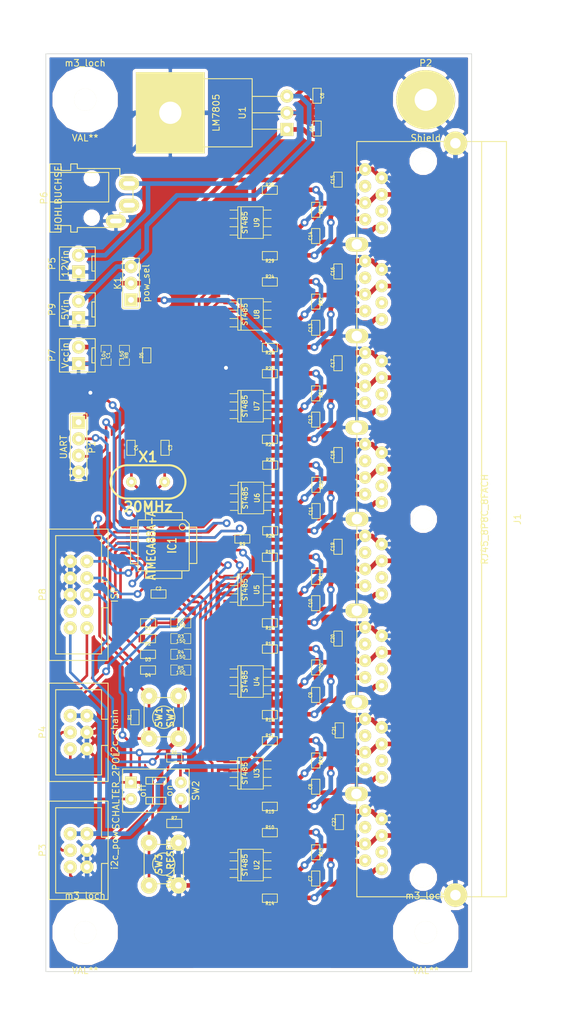
<source format=kicad_pcb>
(kicad_pcb (version 3) (host pcbnew "(2013-may-18)-stable")
  (layers (15 F.Cu signal) (0 B.Cu signal) (18 B.Paste user) (19 F.Paste user) (20 B.SilkS user) (21 F.SilkS user) (22 B.Mask user) (23 F.Mask user) (28 Edge.Cuts user))
  (net 0 "")
  (net 1 +12V)
  (net 2 /LED1)
  (net 3 /LED2)
  (net 4 /LED3)
  (net 5 /LED4)
  (net 6 /MISO)
  (net 7 /MOSI)
  (net 8 /RESET)
  (net 9 /RX)
  (net 10 /SCK)
  (net 11 /SCL)
  (net 12 /SDA)
  (net 13 /SW1)
  (net 14 /TX)
  (net 15 /Vi2c)
  (net 16 /Vreg)
  (net 17 /XTAL1)
  (net 18 /XTAL2)
  (net 19 /ZAC_01)
  (net 20 /ZAC_02)
  (net 21 /ZAC_03)
  (net 22 /ZAC_04)
  (net 23 /ZAC_05)
  (net 24 /ZAC_06)
  (net 25 /ZAC_07)
  (net 26 /ZAC_08)
  (net 27 /z1a)
  (net 28 /z1b)
  (net 29 /z2a)
  (net 30 /z2b)
  (net 31 /z3a)
  (net 32 /z3b)
  (net 33 /z4a)
  (net 34 /z4b)
  (net 35 /z5a)
  (net 36 /z5b)
  (net 37 /z6a)
  (net 38 /z6b)
  (net 39 /z7a)
  (net 40 /z7b)
  (net 41 /z8a)
  (net 42 /z8b)
  (net 43 GND)
  (net 44 N-0000010)
  (net 45 N-0000011)
  (net 46 N-0000015)
  (net 47 N-0000019)
  (net 48 N-0000021)
  (net 49 N-0000024)
  (net 50 N-000004)
  (net 51 N-0000061)
  (net 52 N-0000062)
  (net 53 N-0000063)
  (net 54 N-0000065)
  (net 55 N-000007)
  (net 56 N-0000084)
  (net 57 N-0000085)
  (net 58 N-0000086)
  (net 59 VCC)
  (module wannenstecker_2x5_rm254 (layer F.Cu) (at 202 124.5 90)
    (fp_text reference P8 (at 0 -5.5 90) (layer F.SilkS))
    (fp_text value ISP (at 0 5.5 90) (layer F.SilkS))
    (pad 1 thru_hole circle (at -5.08 1.27 90) (size 2 2) (drill 0.9) (layers *.Cu *.Mask F.SilkS) (net 7 /MOSI))
    (pad 2 thru_hole circle (at -5.08 -1.27 90) (size 2 2) (drill 0.9) (layers *.Cu *.Mask F.SilkS) (net 59 VCC))
    (pad 3 thru_hole circle (at -2.54 1.27 90) (size 2 2) (drill 0.9) (layers *.Cu *.Mask F.SilkS))
    (pad 4 thru_hole circle (at -2.54 -1.27 90) (size 2 2) (drill 0.9) (layers *.Cu *.Mask F.SilkS))
    (pad 5 thru_hole circle (at 0 1.27 90) (size 2 2) (drill 0.9) (layers *.Cu *.Mask F.SilkS) (net 8 /RESET))
    (pad 6 thru_hole circle (at 0 -1.27 90) (size 2 2) (drill 0.9) (layers *.Cu *.Mask F.SilkS) (net 43 GND))
    (pad 7 thru_hole circle (at 2.54 1.27 90) (size 2 2) (drill 0.9) (layers *.Cu *.Mask F.SilkS) (net 10 /SCK))
    (pad 8 thru_hole circle (at 2.54 -1.27 90) (size 2 2) (drill 0.9) (layers *.Cu *.Mask F.SilkS) (net 43 GND))
    (pad 9 thru_hole circle (at 5.08 1.27 90) (size 2 2) (drill 0.9) (layers *.Cu *.Mask F.SilkS) (net 6 /MISO))
    (pad 10 thru_hole circle (at 5.08 -1.27 90) (size 2 2) (drill 0.9) (layers *.Cu *.Mask F.SilkS) (net 43 GND))
  )
  (module wannenstecker_2x3_rm254 (layer F.Cu) (at 202 163.5 90)
    (fp_text reference P3 (at 0 -5.5 90) (layer F.SilkS))
    (fp_text value i2c_pow (at 0 5.5 90) (layer F.SilkS))
    (pad 1 thru_hole circle (at -2.54 1.27 90) (size 2 2) (drill 0.9) (layers *.Cu *.Mask F.SilkS) (net 43 GND))
    (pad 2 thru_hole circle (at -2.54 -1.27 90) (size 2 2) (drill 0.9) (layers *.Cu *.Mask F.SilkS) (net 11 /SCL))
    (pad 3 thru_hole circle (at 0 1.27 90) (size 2 2) (drill 0.9) (layers *.Cu *.Mask F.SilkS) (net 43 GND))
    (pad 4 thru_hole circle (at 0 -1.27 90) (size 2 2) (drill 0.9) (layers *.Cu *.Mask F.SilkS) (net 12 /SDA))
    (pad 5 thru_hole circle (at 2.54 1.27 90) (size 2 2) (drill 0.9) (layers *.Cu *.Mask F.SilkS) (net 15 /Vi2c))
    (pad 6 thru_hole circle (at 2.54 -1.27 90) (size 2 2) (drill 0.9) (layers *.Cu *.Mask F.SilkS) (net 15 /Vi2c))
  )
  (module wannenstecker_2x3_rm254 (layer F.Cu) (at 202 145.5 90)
    (fp_text reference P4 (at 0 -5.5 90) (layer F.SilkS))
    (fp_text value i2c_chain (at 0 5.5 90) (layer F.SilkS))
    (pad 1 thru_hole circle (at -2.54 1.27 90) (size 2 2) (drill 0.9) (layers *.Cu *.Mask F.SilkS) (net 43 GND))
    (pad 2 thru_hole circle (at -2.54 -1.27 90) (size 2 2) (drill 0.9) (layers *.Cu *.Mask F.SilkS) (net 11 /SCL))
    (pad 3 thru_hole circle (at 0 1.27 90) (size 2 2) (drill 0.9) (layers *.Cu *.Mask F.SilkS) (net 43 GND))
    (pad 4 thru_hole circle (at 0 -1.27 90) (size 2 2) (drill 0.9) (layers *.Cu *.Mask F.SilkS) (net 12 /SDA))
    (pad 5 thru_hole circle (at 2.54 1.27 90) (size 2 2) (drill 0.9) (layers *.Cu *.Mask F.SilkS) (net 15 /Vi2c))
    (pad 6 thru_hole circle (at 2.54 -1.27 90) (size 2 2) (drill 0.9) (layers *.Cu *.Mask F.SilkS) (net 15 /Vi2c))
  )
  (module TQFP32 (layer F.Cu) (at 215 117 270)
    (fp_text reference IC1 (at 0 -1.27 270) (layer F.SilkS) (effects (font (size 1.27 1.016) (thickness 0.2032))))
    (fp_text value ATMEGA88A-A (at 0 1.905 270) (layer F.SilkS) (effects (font (size 1.27 1.016) (thickness 0.2032))))
    (pad 8 smd rect (at -4.81584 2.77622 270) (size 1.99898 0.44958) (layers F.Cu F.Paste F.Mask) (net 18 /XTAL2))
    (pad 7 smd rect (at -4.81584 1.97612 270) (size 1.99898 0.44958) (layers F.Cu F.Paste F.Mask) (net 17 /XTAL1))
    (pad 6 smd rect (at -4.81584 1.17602 270) (size 1.99898 0.44958) (layers F.Cu F.Paste F.Mask) (net 59 VCC))
    (pad 5 smd rect (at -4.81584 0.37592 270) (size 1.99898 0.44958) (layers F.Cu F.Paste F.Mask) (net 43 GND))
    (pad 4 smd rect (at -4.81584 -0.42418 270) (size 1.99898 0.44958) (layers F.Cu F.Paste F.Mask) (net 59 VCC))
    (pad 3 smd rect (at -4.81584 -1.22428 270) (size 1.99898 0.44958) (layers F.Cu F.Paste F.Mask) (net 43 GND))
    (pad 2 smd rect (at -4.81584 -2.02438 270) (size 1.99898 0.44958) (layers F.Cu F.Paste F.Mask) (net 25 /ZAC_07))
    (pad 1 smd rect (at -4.81584 -2.82448 270) (size 1.99898 0.44958) (layers F.Cu F.Paste F.Mask) (net 24 /ZAC_06))
    (pad 24 smd rect (at 4.7498 -2.8194 270) (size 1.99898 0.44958) (layers F.Cu F.Paste F.Mask) (net 20 /ZAC_02))
    (pad 17 smd rect (at 4.7498 2.794 270) (size 1.99898 0.44958) (layers F.Cu F.Paste F.Mask) (net 10 /SCK))
    (pad 18 smd rect (at 4.7498 1.9812 270) (size 1.99898 0.44958) (layers F.Cu F.Paste F.Mask) (net 59 VCC))
    (pad 19 smd rect (at 4.7498 1.1684 270) (size 1.99898 0.44958) (layers F.Cu F.Paste F.Mask))
    (pad 20 smd rect (at 4.7498 0.381 270) (size 1.99898 0.44958) (layers F.Cu F.Paste F.Mask))
    (pad 21 smd rect (at 4.7498 -0.4318 270) (size 1.99898 0.44958) (layers F.Cu F.Paste F.Mask) (net 43 GND))
    (pad 22 smd rect (at 4.7498 -1.2192 270) (size 1.99898 0.44958) (layers F.Cu F.Paste F.Mask))
    (pad 23 smd rect (at 4.7498 -2.032 270) (size 1.99898 0.44958) (layers F.Cu F.Paste F.Mask) (net 19 /ZAC_01))
    (pad 32 smd rect (at -2.82448 -4.826 270) (size 0.44958 1.99898) (layers F.Cu F.Paste F.Mask) (net 23 /ZAC_05))
    (pad 31 smd rect (at -2.02692 -4.826 270) (size 0.44958 1.99898) (layers F.Cu F.Paste F.Mask) (net 14 /TX))
    (pad 30 smd rect (at -1.22428 -4.826 270) (size 0.44958 1.99898) (layers F.Cu F.Paste F.Mask) (net 9 /RX))
    (pad 29 smd rect (at -0.42672 -4.826 270) (size 0.44958 1.99898) (layers F.Cu F.Paste F.Mask) (net 8 /RESET))
    (pad 28 smd rect (at 0.37592 -4.826 270) (size 0.44958 1.99898) (layers F.Cu F.Paste F.Mask) (net 11 /SCL))
    (pad 27 smd rect (at 1.17348 -4.826 270) (size 0.44958 1.99898) (layers F.Cu F.Paste F.Mask) (net 12 /SDA))
    (pad 26 smd rect (at 1.97612 -4.826 270) (size 0.44958 1.99898) (layers F.Cu F.Paste F.Mask) (net 22 /ZAC_04))
    (pad 25 smd rect (at 2.77368 -4.826 270) (size 0.44958 1.99898) (layers F.Cu F.Paste F.Mask) (net 21 /ZAC_03))
    (pad 9 smd rect (at -2.8194 4.7752 270) (size 0.44958 1.99898) (layers F.Cu F.Paste F.Mask) (net 26 /ZAC_08))
    (pad 10 smd rect (at -2.032 4.7752 270) (size 0.44958 1.99898) (layers F.Cu F.Paste F.Mask) (net 13 /SW1))
    (pad 11 smd rect (at -1.2192 4.7752 270) (size 0.44958 1.99898) (layers F.Cu F.Paste F.Mask) (net 5 /LED4))
    (pad 12 smd rect (at -0.4318 4.7752 270) (size 0.44958 1.99898) (layers F.Cu F.Paste F.Mask) (net 4 /LED3))
    (pad 13 smd rect (at 0.3556 4.7752 270) (size 0.44958 1.99898) (layers F.Cu F.Paste F.Mask) (net 3 /LED2))
    (pad 14 smd rect (at 1.1684 4.7752 270) (size 0.44958 1.99898) (layers F.Cu F.Paste F.Mask) (net 2 /LED1))
    (pad 15 smd rect (at 1.9812 4.7752 270) (size 0.44958 1.99898) (layers F.Cu F.Paste F.Mask) (net 7 /MOSI))
    (pad 16 smd rect (at 2.794 4.7752 270) (size 0.44958 1.99898) (layers F.Cu F.Paste F.Mask) (net 6 /MISO))
  )
  (module Taster_6mm (layer F.Cu) (at 215 165.6 90)
    (fp_text reference SW3 (at 0 -0.762 90) (layer F.SilkS) (effects (font (size 1.016 1.016) (thickness 0.2032))))
    (fp_text value SW_RESET (at 0 1.016 90) (layer F.SilkS) (effects (font (size 1.016 1.016) (thickness 0.2032))))
    (pad 1 thru_hole circle (at 3.2512 -2.25044 90) (size 2.49936 2.49936) (drill 1) (layers *.Cu *.Mask F.SilkS) (net 8 /RESET))
    (pad 2 thru_hole circle (at 3.2512 2.25044 90) (size 2.49936 2.49936) (drill 1) (layers *.Cu *.Mask F.SilkS) (net 43 GND))
    (pad 1 thru_hole circle (at -3.2512 -2.25044 90) (size 2.49936 2.49936) (drill 1) (layers *.Cu *.Mask F.SilkS) (net 8 /RESET))
    (pad 2 thru_hole circle (at -3.2512 2.25044 90) (size 2.49936 2.49936) (drill 1) (layers *.Cu *.Mask F.SilkS) (net 43 GND))
  )
  (module Taster_6mm (layer F.Cu) (at 215 143.2 90)
    (fp_text reference SW1 (at 0 -0.762 90) (layer F.SilkS) (effects (font (size 1.016 1.016) (thickness 0.2032))))
    (fp_text value SW1 (at 0 1.016 90) (layer F.SilkS) (effects (font (size 1.016 1.016) (thickness 0.2032))))
    (pad 1 thru_hole circle (at 3.2512 -2.25044 90) (size 2.49936 2.49936) (drill 1) (layers *.Cu *.Mask F.SilkS) (net 13 /SW1))
    (pad 2 thru_hole circle (at 3.2512 2.25044 90) (size 2.49936 2.49936) (drill 1) (layers *.Cu *.Mask F.SilkS) (net 59 VCC))
    (pad 1 thru_hole circle (at -3.2512 -2.25044 90) (size 2.49936 2.49936) (drill 1) (layers *.Cu *.Mask F.SilkS) (net 13 /SW1))
    (pad 2 thru_hole circle (at -3.2512 2.25044 90) (size 2.49936 2.49936) (drill 1) (layers *.Cu *.Mask F.SilkS) (net 59 VCC))
  )
  (module Stiftleiste_4x1 (layer F.Cu) (at 202 102 270)
    (fp_text reference P1 (at 0 -2.032 270) (layer F.SilkS))
    (fp_text value UART (at 0 2.286 270) (layer F.SilkS))
    (pad 1 thru_hole rect (at -3.81 0 270) (size 2 2) (drill 0.9) (layers *.Cu *.Mask F.SilkS) (net 59 VCC))
    (pad 2 thru_hole circle (at -1.27 0 270) (size 2 2) (drill 0.9) (layers *.Cu *.Mask F.SilkS) (net 9 /RX))
    (pad 3 thru_hole circle (at 1.27 0 270) (size 2 2) (drill 0.9) (layers *.Cu *.Mask F.SilkS) (net 14 /TX))
    (pad 4 thru_hole circle (at 3.81 0 270) (size 2 2) (drill 0.9) (layers *.Cu *.Mask F.SilkS) (net 43 GND))
  )
  (module Stiftleiste_3x1 (layer F.Cu) (at 210 77 90)
    (fp_text reference K1 (at 0 -2.032 90) (layer F.SilkS))
    (fp_text value pow_sel (at 0 2.286 90) (layer F.SilkS))
    (pad 1 thru_hole rect (at -2.54 0 90) (size 2 2) (drill 0.9) (layers *.Cu *.Mask F.SilkS) (net 15 /Vi2c))
    (pad 2 thru_hole circle (at 0 0 90) (size 2 2) (drill 0.9) (layers *.Cu *.Mask F.SilkS) (net 59 VCC))
    (pad 3 thru_hole circle (at 2.54 0 90) (size 2 2) (drill 0.9) (layers *.Cu *.Mask F.SilkS) (net 16 /Vreg))
  )
  (module st485 (layer F.Cu) (at 230.25 109.75 270)
    (fp_text reference U6 (at 0 1 270) (layer F.SilkS) (effects (font (size 0.7493 0.7493) (thickness 0.14986))))
    (fp_text value ST485 (at 0 2.8 270) (layer F.SilkS) (effects (font (size 0.7493 0.7493) (thickness 0.14986))))
    (pad 1 smd rect (at -1.908 5.1 270) (size 0.75 2) (layers F.Cu F.Paste F.Mask) (net 23 /ZAC_05))
    (pad 2 smd rect (at -0.638 5.1 270) (size 0.75 2) (layers F.Cu F.Paste F.Mask) (net 43 GND))
    (pad 3 smd rect (at 0.632 5.1 270) (size 0.75 2) (layers F.Cu F.Paste F.Mask) (net 43 GND))
    (pad 4 smd rect (at 1.902 5.1 270) (size 0.75 2) (layers F.Cu F.Paste F.Mask))
    (pad 5 smd rect (at 1.902 -1.2 270) (size 0.75 2) (layers F.Cu F.Paste F.Mask) (net 43 GND))
    (pad 6 smd rect (at 0.632 -1.2 270) (size 0.75 2) (layers F.Cu F.Paste F.Mask) (net 35 /z5a))
    (pad 7 smd rect (at -0.638 -1.2 270) (size 0.75 2) (layers F.Cu F.Paste F.Mask) (net 36 /z5b))
    (pad 8 smd rect (at -1.908 -1.2 270) (size 0.75 2) (layers F.Cu F.Paste F.Mask) (net 59 VCC))
  )
  (module st485 (layer F.Cu) (at 230.2 123.75 270)
    (fp_text reference U5 (at 0 1 270) (layer F.SilkS) (effects (font (size 0.7493 0.7493) (thickness 0.14986))))
    (fp_text value ST485 (at 0 2.8 270) (layer F.SilkS) (effects (font (size 0.7493 0.7493) (thickness 0.14986))))
    (pad 1 smd rect (at -1.908 5.1 270) (size 0.75 2) (layers F.Cu F.Paste F.Mask) (net 22 /ZAC_04))
    (pad 2 smd rect (at -0.638 5.1 270) (size 0.75 2) (layers F.Cu F.Paste F.Mask) (net 43 GND))
    (pad 3 smd rect (at 0.632 5.1 270) (size 0.75 2) (layers F.Cu F.Paste F.Mask) (net 43 GND))
    (pad 4 smd rect (at 1.902 5.1 270) (size 0.75 2) (layers F.Cu F.Paste F.Mask))
    (pad 5 smd rect (at 1.902 -1.2 270) (size 0.75 2) (layers F.Cu F.Paste F.Mask) (net 43 GND))
    (pad 6 smd rect (at 0.632 -1.2 270) (size 0.75 2) (layers F.Cu F.Paste F.Mask) (net 33 /z4a))
    (pad 7 smd rect (at -0.638 -1.2 270) (size 0.75 2) (layers F.Cu F.Paste F.Mask) (net 34 /z4b))
    (pad 8 smd rect (at -1.908 -1.2 270) (size 0.75 2) (layers F.Cu F.Paste F.Mask) (net 59 VCC))
  )
  (module st485 (layer F.Cu) (at 230.2 95.75 270)
    (fp_text reference U7 (at 0 1 270) (layer F.SilkS) (effects (font (size 0.7493 0.7493) (thickness 0.14986))))
    (fp_text value ST485 (at 0 2.8 270) (layer F.SilkS) (effects (font (size 0.7493 0.7493) (thickness 0.14986))))
    (pad 1 smd rect (at -1.908 5.1 270) (size 0.75 2) (layers F.Cu F.Paste F.Mask) (net 24 /ZAC_06))
    (pad 2 smd rect (at -0.638 5.1 270) (size 0.75 2) (layers F.Cu F.Paste F.Mask) (net 43 GND))
    (pad 3 smd rect (at 0.632 5.1 270) (size 0.75 2) (layers F.Cu F.Paste F.Mask) (net 43 GND))
    (pad 4 smd rect (at 1.902 5.1 270) (size 0.75 2) (layers F.Cu F.Paste F.Mask))
    (pad 5 smd rect (at 1.902 -1.2 270) (size 0.75 2) (layers F.Cu F.Paste F.Mask) (net 43 GND))
    (pad 6 smd rect (at 0.632 -1.2 270) (size 0.75 2) (layers F.Cu F.Paste F.Mask) (net 37 /z6a))
    (pad 7 smd rect (at -0.638 -1.2 270) (size 0.75 2) (layers F.Cu F.Paste F.Mask) (net 38 /z6b))
    (pad 8 smd rect (at -1.908 -1.2 270) (size 0.75 2) (layers F.Cu F.Paste F.Mask) (net 59 VCC))
  )
  (module st485 (layer F.Cu) (at 230.2 137.75 270)
    (fp_text reference U4 (at 0 1 270) (layer F.SilkS) (effects (font (size 0.7493 0.7493) (thickness 0.14986))))
    (fp_text value ST485 (at 0 2.8 270) (layer F.SilkS) (effects (font (size 0.7493 0.7493) (thickness 0.14986))))
    (pad 1 smd rect (at -1.908 5.1 270) (size 0.75 2) (layers F.Cu F.Paste F.Mask) (net 21 /ZAC_03))
    (pad 2 smd rect (at -0.638 5.1 270) (size 0.75 2) (layers F.Cu F.Paste F.Mask) (net 43 GND))
    (pad 3 smd rect (at 0.632 5.1 270) (size 0.75 2) (layers F.Cu F.Paste F.Mask) (net 43 GND))
    (pad 4 smd rect (at 1.902 5.1 270) (size 0.75 2) (layers F.Cu F.Paste F.Mask))
    (pad 5 smd rect (at 1.902 -1.2 270) (size 0.75 2) (layers F.Cu F.Paste F.Mask) (net 43 GND))
    (pad 6 smd rect (at 0.632 -1.2 270) (size 0.75 2) (layers F.Cu F.Paste F.Mask) (net 31 /z3a))
    (pad 7 smd rect (at -0.638 -1.2 270) (size 0.75 2) (layers F.Cu F.Paste F.Mask) (net 32 /z3b))
    (pad 8 smd rect (at -1.908 -1.2 270) (size 0.75 2) (layers F.Cu F.Paste F.Mask) (net 59 VCC))
  )
  (module st485 (layer F.Cu) (at 230.2 81.75 270)
    (fp_text reference U8 (at 0 1 270) (layer F.SilkS) (effects (font (size 0.7493 0.7493) (thickness 0.14986))))
    (fp_text value ST485 (at 0 2.8 270) (layer F.SilkS) (effects (font (size 0.7493 0.7493) (thickness 0.14986))))
    (pad 1 smd rect (at -1.908 5.1 270) (size 0.75 2) (layers F.Cu F.Paste F.Mask) (net 25 /ZAC_07))
    (pad 2 smd rect (at -0.638 5.1 270) (size 0.75 2) (layers F.Cu F.Paste F.Mask) (net 43 GND))
    (pad 3 smd rect (at 0.632 5.1 270) (size 0.75 2) (layers F.Cu F.Paste F.Mask) (net 43 GND))
    (pad 4 smd rect (at 1.902 5.1 270) (size 0.75 2) (layers F.Cu F.Paste F.Mask))
    (pad 5 smd rect (at 1.902 -1.2 270) (size 0.75 2) (layers F.Cu F.Paste F.Mask) (net 43 GND))
    (pad 6 smd rect (at 0.632 -1.2 270) (size 0.75 2) (layers F.Cu F.Paste F.Mask) (net 39 /z7a))
    (pad 7 smd rect (at -0.638 -1.2 270) (size 0.75 2) (layers F.Cu F.Paste F.Mask) (net 40 /z7b))
    (pad 8 smd rect (at -1.908 -1.2 270) (size 0.75 2) (layers F.Cu F.Paste F.Mask) (net 59 VCC))
  )
  (module st485 (layer F.Cu) (at 230.2 151.75 270)
    (fp_text reference U3 (at 0 1 270) (layer F.SilkS) (effects (font (size 0.7493 0.7493) (thickness 0.14986))))
    (fp_text value ST485 (at 0 2.8 270) (layer F.SilkS) (effects (font (size 0.7493 0.7493) (thickness 0.14986))))
    (pad 1 smd rect (at -1.908 5.1 270) (size 0.75 2) (layers F.Cu F.Paste F.Mask) (net 20 /ZAC_02))
    (pad 2 smd rect (at -0.638 5.1 270) (size 0.75 2) (layers F.Cu F.Paste F.Mask) (net 43 GND))
    (pad 3 smd rect (at 0.632 5.1 270) (size 0.75 2) (layers F.Cu F.Paste F.Mask) (net 43 GND))
    (pad 4 smd rect (at 1.902 5.1 270) (size 0.75 2) (layers F.Cu F.Paste F.Mask))
    (pad 5 smd rect (at 1.902 -1.2 270) (size 0.75 2) (layers F.Cu F.Paste F.Mask) (net 43 GND))
    (pad 6 smd rect (at 0.632 -1.2 270) (size 0.75 2) (layers F.Cu F.Paste F.Mask) (net 29 /z2a))
    (pad 7 smd rect (at -0.638 -1.2 270) (size 0.75 2) (layers F.Cu F.Paste F.Mask) (net 30 /z2b))
    (pad 8 smd rect (at -1.908 -1.2 270) (size 0.75 2) (layers F.Cu F.Paste F.Mask) (net 59 VCC))
  )
  (module st485 (layer F.Cu) (at 230.2 67.75 270)
    (fp_text reference U9 (at 0 1 270) (layer F.SilkS) (effects (font (size 0.7493 0.7493) (thickness 0.14986))))
    (fp_text value ST485 (at 0 2.8 270) (layer F.SilkS) (effects (font (size 0.7493 0.7493) (thickness 0.14986))))
    (pad 1 smd rect (at -1.908 5.1 270) (size 0.75 2) (layers F.Cu F.Paste F.Mask) (net 26 /ZAC_08))
    (pad 2 smd rect (at -0.638 5.1 270) (size 0.75 2) (layers F.Cu F.Paste F.Mask) (net 43 GND))
    (pad 3 smd rect (at 0.632 5.1 270) (size 0.75 2) (layers F.Cu F.Paste F.Mask) (net 43 GND))
    (pad 4 smd rect (at 1.902 5.1 270) (size 0.75 2) (layers F.Cu F.Paste F.Mask))
    (pad 5 smd rect (at 1.902 -1.2 270) (size 0.75 2) (layers F.Cu F.Paste F.Mask) (net 43 GND))
    (pad 6 smd rect (at 0.632 -1.2 270) (size 0.75 2) (layers F.Cu F.Paste F.Mask) (net 41 /z8a))
    (pad 7 smd rect (at -0.638 -1.2 270) (size 0.75 2) (layers F.Cu F.Paste F.Mask) (net 42 /z8b))
    (pad 8 smd rect (at -1.908 -1.2 270) (size 0.75 2) (layers F.Cu F.Paste F.Mask) (net 59 VCC))
  )
  (module st485 (layer F.Cu) (at 230.2 165.75 270)
    (fp_text reference U2 (at 0 1 270) (layer F.SilkS) (effects (font (size 0.7493 0.7493) (thickness 0.14986))))
    (fp_text value ST485 (at 0 2.8 270) (layer F.SilkS) (effects (font (size 0.7493 0.7493) (thickness 0.14986))))
    (pad 1 smd rect (at -1.908 5.1 270) (size 0.75 2) (layers F.Cu F.Paste F.Mask) (net 19 /ZAC_01))
    (pad 2 smd rect (at -0.638 5.1 270) (size 0.75 2) (layers F.Cu F.Paste F.Mask) (net 43 GND))
    (pad 3 smd rect (at 0.632 5.1 270) (size 0.75 2) (layers F.Cu F.Paste F.Mask) (net 43 GND))
    (pad 4 smd rect (at 1.902 5.1 270) (size 0.75 2) (layers F.Cu F.Paste F.Mask))
    (pad 5 smd rect (at 1.902 -1.2 270) (size 0.75 2) (layers F.Cu F.Paste F.Mask) (net 43 GND))
    (pad 6 smd rect (at 0.632 -1.2 270) (size 0.75 2) (layers F.Cu F.Paste F.Mask) (net 27 /z1a))
    (pad 7 smd rect (at -0.638 -1.2 270) (size 0.75 2) (layers F.Cu F.Paste F.Mask) (net 28 /z1b))
    (pad 8 smd rect (at -1.908 -1.2 270) (size 0.75 2) (layers F.Cu F.Paste F.Mask) (net 59 VCC))
  )
  (module SM0805_big (layer F.Cu) (at 217.6 131.2)
    (fp_text reference R3 (at 0 -0.3175) (layer F.SilkS) (effects (font (size 0.50038 0.50038) (thickness 0.10922))))
    (fp_text value 150 (at 0 0.381) (layer F.SilkS) (effects (font (size 0.50038 0.50038) (thickness 0.10922))))
    (pad 1 smd rect (at -1.108 0) (size 1.2 1.397) (layers F.Cu F.Paste F.Mask) (net 51 N-0000061))
    (pad 2 smd rect (at 1.108 0) (size 1.2 1.397) (layers F.Cu F.Paste F.Mask) (net 59 VCC))
  )
  (module SM0805_big (layer F.Cu) (at 209 88 270)
    (fp_text reference R8 (at 0 -0.3175 270) (layer F.SilkS) (effects (font (size 0.50038 0.50038) (thickness 0.10922))))
    (fp_text value 150 (at 0 0.381 270) (layer F.SilkS) (effects (font (size 0.50038 0.50038) (thickness 0.10922))))
    (pad 1 smd rect (at -1.108 0 270) (size 1.2 1.397) (layers F.Cu F.Paste F.Mask) (net 59 VCC))
    (pad 2 smd rect (at 1.108 0 270) (size 1.2 1.397) (layers F.Cu F.Paste F.Mask) (net 53 N-0000063))
  )
  (module SM0805_big (layer F.Cu) (at 206.2 88 270)
    (fp_text reference C1 (at 0 -0.3175 270) (layer F.SilkS) (effects (font (size 0.50038 0.50038) (thickness 0.10922))))
    (fp_text value 10u (at 0 0.381 270) (layer F.SilkS) (effects (font (size 0.50038 0.50038) (thickness 0.10922))))
    (pad 1 smd rect (at -1.108 0 270) (size 1.2 1.397) (layers F.Cu F.Paste F.Mask) (net 59 VCC))
    (pad 2 smd rect (at 1.108 0 270) (size 1.2 1.397) (layers F.Cu F.Paste F.Mask) (net 43 GND))
  )
  (module SM0805_big (layer F.Cu) (at 217.6 128.8)
    (fp_text reference R2 (at 0 -0.3175) (layer F.SilkS) (effects (font (size 0.50038 0.50038) (thickness 0.10922))))
    (fp_text value 150 (at 0 0.381) (layer F.SilkS) (effects (font (size 0.50038 0.50038) (thickness 0.10922))))
    (pad 1 smd rect (at -1.108 0) (size 1.2 1.397) (layers F.Cu F.Paste F.Mask) (net 52 N-0000062))
    (pad 2 smd rect (at 1.108 0) (size 1.2 1.397) (layers F.Cu F.Paste F.Mask) (net 59 VCC))
  )
  (module SM0805_big (layer F.Cu) (at 217.6 133.6)
    (fp_text reference R4 (at 0 -0.3175) (layer F.SilkS) (effects (font (size 0.50038 0.50038) (thickness 0.10922))))
    (fp_text value 150 (at 0 0.381) (layer F.SilkS) (effects (font (size 0.50038 0.50038) (thickness 0.10922))))
    (pad 1 smd rect (at -1.108 0) (size 1.2 1.397) (layers F.Cu F.Paste F.Mask) (net 49 N-0000024))
    (pad 2 smd rect (at 1.108 0) (size 1.2 1.397) (layers F.Cu F.Paste F.Mask) (net 59 VCC))
  )
  (module SM0805_big (layer F.Cu) (at 217.6 136)
    (fp_text reference R5 (at 0 -0.3175) (layer F.SilkS) (effects (font (size 0.50038 0.50038) (thickness 0.10922))))
    (fp_text value 150 (at 0 0.381) (layer F.SilkS) (effects (font (size 0.50038 0.50038) (thickness 0.10922))))
    (pad 1 smd rect (at -1.108 0) (size 1.2 1.397) (layers F.Cu F.Paste F.Mask) (net 48 N-0000021))
    (pad 2 smd rect (at 1.108 0) (size 1.2 1.397) (layers F.Cu F.Paste F.Mask) (net 59 VCC))
  )
  (module SM0603_big (layer F.Cu) (at 231.2 76.8)
    (fp_text reference R24 (at 0 -0.8) (layer F.SilkS) (effects (font (size 0.508 0.4572) (thickness 0.1143))))
    (fp_text value 22k hide)
    (pad 1 smd rect (at -0.945 0) (size 1 1.143) (layers F.Cu F.Paste F.Mask) (net 59 VCC))
    (pad 2 smd rect (at 0.945 0) (size 1 1.143) (layers F.Cu F.Paste F.Mask) (net 39 /z7a))
  )
  (module SM0603_big (layer F.Cu) (at 231.2 170.8 180)
    (fp_text reference R14 (at 0 -0.8 180) (layer F.SilkS) (effects (font (size 0.508 0.4572) (thickness 0.1143))))
    (fp_text value 22k hide)
    (pad 1 smd rect (at -0.945 0 180) (size 1 1.143) (layers F.Cu F.Paste F.Mask) (net 28 /z1b))
    (pad 2 smd rect (at 0.945 0 180) (size 1 1.143) (layers F.Cu F.Paste F.Mask) (net 43 GND))
  )
  (module SM0603_big (layer F.Cu) (at 241.6 131.2 90)
    (fp_text reference C20 (at 0 -0.8 90) (layer F.SilkS) (effects (font (size 0.508 0.4572) (thickness 0.1143))))
    (fp_text value 100n hide)
    (pad 1 smd rect (at -0.945 0 90) (size 1 1.143) (layers F.Cu F.Paste F.Mask) (net 59 VCC))
    (pad 2 smd rect (at 0.945 0 90) (size 1 1.143) (layers F.Cu F.Paste F.Mask) (net 43 GND))
  )
  (module SM0603_big (layer F.Cu) (at 238.2 83.8 90)
    (fp_text reference C13 (at 0 -0.8 90) (layer F.SilkS) (effects (font (size 0.508 0.4572) (thickness 0.1143))))
    (fp_text value 100n hide)
    (pad 1 smd rect (at -0.945 0 90) (size 1 1.143) (layers F.Cu F.Paste F.Mask) (net 39 /z7a))
    (pad 2 smd rect (at 0.945 0 90) (size 1 1.143) (layers F.Cu F.Paste F.Mask) (net 55 N-000007))
  )
  (module SM0603_big (layer F.Cu) (at 231.2 86.8 180)
    (fp_text reference R28 (at 0 -0.8 180) (layer F.SilkS) (effects (font (size 0.508 0.4572) (thickness 0.1143))))
    (fp_text value 22k hide)
    (pad 1 smd rect (at -0.945 0 180) (size 1 1.143) (layers F.Cu F.Paste F.Mask) (net 40 /z7b))
    (pad 2 smd rect (at 0.945 0 180) (size 1 1.143) (layers F.Cu F.Paste F.Mask) (net 43 GND))
  )
  (module SM0603_big (layer F.Cu) (at 238.2 79.8 270)
    (fp_text reference R32 (at 0 -0.8 270) (layer F.SilkS) (effects (font (size 0.508 0.4572) (thickness 0.1143))))
    (fp_text value 120 hide)
    (pad 1 smd rect (at -0.945 0 270) (size 1 1.143) (layers F.Cu F.Paste F.Mask) (net 40 /z7b))
    (pad 2 smd rect (at 0.945 0 270) (size 1 1.143) (layers F.Cu F.Paste F.Mask) (net 55 N-000007))
  )
  (module SM0603_big (layer F.Cu) (at 241.8 145.2 90)
    (fp_text reference C21 (at 0 -0.8 90) (layer F.SilkS) (effects (font (size 0.508 0.4572) (thickness 0.1143))))
    (fp_text value 100n hide)
    (pad 1 smd rect (at -0.945 0 90) (size 1 1.143) (layers F.Cu F.Paste F.Mask) (net 59 VCC))
    (pad 2 smd rect (at 0.945 0 90) (size 1 1.143) (layers F.Cu F.Paste F.Mask) (net 43 GND))
  )
  (module SM0603_big (layer F.Cu) (at 241.8 159.2 90)
    (fp_text reference C22 (at 0 -0.8 90) (layer F.SilkS) (effects (font (size 0.508 0.4572) (thickness 0.1143))))
    (fp_text value 100n hide)
    (pad 1 smd rect (at -0.945 0 90) (size 1 1.143) (layers F.Cu F.Paste F.Mask) (net 59 VCC))
    (pad 2 smd rect (at 0.945 0 90) (size 1 1.143) (layers F.Cu F.Paste F.Mask) (net 43 GND))
  )
  (module SM0603_big (layer F.Cu) (at 231.2 90.8)
    (fp_text reference R23 (at 0 -0.8) (layer F.SilkS) (effects (font (size 0.508 0.4572) (thickness 0.1143))))
    (fp_text value 22k hide)
    (pad 1 smd rect (at -0.945 0) (size 1 1.143) (layers F.Cu F.Paste F.Mask) (net 59 VCC))
    (pad 2 smd rect (at 0.945 0) (size 1 1.143) (layers F.Cu F.Paste F.Mask) (net 37 /z6a))
  )
  (module SM0603_big (layer F.Cu) (at 238.2 97.8 90)
    (fp_text reference C12 (at 0 -0.8 90) (layer F.SilkS) (effects (font (size 0.508 0.4572) (thickness 0.1143))))
    (fp_text value 100n hide)
    (pad 1 smd rect (at -0.945 0 90) (size 1 1.143) (layers F.Cu F.Paste F.Mask) (net 37 /z6a))
    (pad 2 smd rect (at 0.945 0 90) (size 1 1.143) (layers F.Cu F.Paste F.Mask) (net 47 N-0000019))
  )
  (module SM0603_big (layer F.Cu) (at 231.2 100.8 180)
    (fp_text reference R27 (at 0 -0.8 180) (layer F.SilkS) (effects (font (size 0.508 0.4572) (thickness 0.1143))))
    (fp_text value 22k hide)
    (pad 1 smd rect (at -0.945 0 180) (size 1 1.143) (layers F.Cu F.Paste F.Mask) (net 38 /z6b))
    (pad 2 smd rect (at 0.945 0 180) (size 1 1.143) (layers F.Cu F.Paste F.Mask) (net 43 GND))
  )
  (module SM0603_big (layer F.Cu) (at 238.2 93.8 270)
    (fp_text reference R31 (at 0 -0.8 270) (layer F.SilkS) (effects (font (size 0.508 0.4572) (thickness 0.1143))))
    (fp_text value 120 hide)
    (pad 1 smd rect (at -0.945 0 270) (size 1 1.143) (layers F.Cu F.Paste F.Mask) (net 38 /z6b))
    (pad 2 smd rect (at 0.945 0 270) (size 1 1.143) (layers F.Cu F.Paste F.Mask) (net 47 N-0000019))
  )
  (module SM0603_big (layer F.Cu) (at 241.6 117.2 90)
    (fp_text reference C19 (at 0 -0.8 90) (layer F.SilkS) (effects (font (size 0.508 0.4572) (thickness 0.1143))))
    (fp_text value 100n hide)
    (pad 1 smd rect (at -0.945 0 90) (size 1 1.143) (layers F.Cu F.Paste F.Mask) (net 59 VCC))
    (pad 2 smd rect (at 0.945 0 90) (size 1 1.143) (layers F.Cu F.Paste F.Mask) (net 43 GND))
  )
  (module SM0603_big (layer F.Cu) (at 238.2 65.8 270)
    (fp_text reference R33 (at 0 -0.8 270) (layer F.SilkS) (effects (font (size 0.508 0.4572) (thickness 0.1143))))
    (fp_text value 120 hide)
    (pad 1 smd rect (at -0.945 0 270) (size 1 1.143) (layers F.Cu F.Paste F.Mask) (net 42 /z8b))
    (pad 2 smd rect (at 0.945 0 270) (size 1 1.143) (layers F.Cu F.Paste F.Mask) (net 50 N-000004))
  )
  (module SM0603_big (layer F.Cu) (at 231.2 72.8 180)
    (fp_text reference R29 (at 0 -0.8 180) (layer F.SilkS) (effects (font (size 0.508 0.4572) (thickness 0.1143))))
    (fp_text value 22k hide)
    (pad 1 smd rect (at -0.945 0 180) (size 1 1.143) (layers F.Cu F.Paste F.Mask) (net 42 /z8b))
    (pad 2 smd rect (at 0.945 0 180) (size 1 1.143) (layers F.Cu F.Paste F.Mask) (net 43 GND))
  )
  (module SM0603_big (layer F.Cu) (at 241.6 103.2 90)
    (fp_text reference C18 (at 0 -0.8 90) (layer F.SilkS) (effects (font (size 0.508 0.4572) (thickness 0.1143))))
    (fp_text value 100n hide)
    (pad 1 smd rect (at -0.945 0 90) (size 1 1.143) (layers F.Cu F.Paste F.Mask) (net 59 VCC))
    (pad 2 smd rect (at 0.945 0 90) (size 1 1.143) (layers F.Cu F.Paste F.Mask) (net 43 GND))
  )
  (module SM0603_big (layer F.Cu) (at 238.2 69.8 90)
    (fp_text reference C14 (at 0 -0.8 90) (layer F.SilkS) (effects (font (size 0.508 0.4572) (thickness 0.1143))))
    (fp_text value 100n hide)
    (pad 1 smd rect (at -0.945 0 90) (size 1 1.143) (layers F.Cu F.Paste F.Mask) (net 41 /z8a))
    (pad 2 smd rect (at 0.945 0 90) (size 1 1.143) (layers F.Cu F.Paste F.Mask) (net 50 N-000004))
  )
  (module SM0603_big (layer F.Cu) (at 231.2 62.8)
    (fp_text reference R25 (at 0 -0.8) (layer F.SilkS) (effects (font (size 0.508 0.4572) (thickness 0.1143))))
    (fp_text value 22k hide)
    (pad 1 smd rect (at -0.945 0) (size 1 1.143) (layers F.Cu F.Paste F.Mask) (net 59 VCC))
    (pad 2 smd rect (at 0.945 0) (size 1 1.143) (layers F.Cu F.Paste F.Mask) (net 41 /z8a))
  )
  (module SM0603_big (layer F.Cu) (at 241.6 89.2 90)
    (fp_text reference C17 (at 0 -0.8 90) (layer F.SilkS) (effects (font (size 0.508 0.4572) (thickness 0.1143))))
    (fp_text value 100n hide)
    (pad 1 smd rect (at -0.945 0 90) (size 1 1.143) (layers F.Cu F.Paste F.Mask) (net 59 VCC))
    (pad 2 smd rect (at 0.945 0 90) (size 1 1.143) (layers F.Cu F.Paste F.Mask) (net 43 GND))
  )
  (module SM0603_big (layer F.Cu) (at 241.6 75.2 90)
    (fp_text reference C16 (at 0 -0.8 90) (layer F.SilkS) (effects (font (size 0.508 0.4572) (thickness 0.1143))))
    (fp_text value 100n hide)
    (pad 1 smd rect (at -0.945 0 90) (size 1 1.143) (layers F.Cu F.Paste F.Mask) (net 59 VCC))
    (pad 2 smd rect (at 0.945 0 90) (size 1 1.143) (layers F.Cu F.Paste F.Mask) (net 43 GND))
  )
  (module SM0603_big (layer F.Cu) (at 241.6 61.2 90)
    (fp_text reference C15 (at 0 -0.8 90) (layer F.SilkS) (effects (font (size 0.508 0.4572) (thickness 0.1143))))
    (fp_text value 100n hide)
    (pad 1 smd rect (at -0.945 0 90) (size 1 1.143) (layers F.Cu F.Paste F.Mask) (net 59 VCC))
    (pad 2 smd rect (at 0.945 0 90) (size 1 1.143) (layers F.Cu F.Paste F.Mask) (net 43 GND))
  )
  (module SM0603_big (layer F.Cu) (at 210.6 143.2 90)
    (fp_text reference R1 (at 0 -0.8 90) (layer F.SilkS) (effects (font (size 0.508 0.4572) (thickness 0.1143))))
    (fp_text value 10k hide)
    (pad 1 smd rect (at -0.945 0 90) (size 1 1.143) (layers F.Cu F.Paste F.Mask) (net 13 /SW1))
    (pad 2 smd rect (at 0.945 0 90) (size 1 1.143) (layers F.Cu F.Paste F.Mask) (net 43 GND))
  )
  (module SM0603_big (layer F.Cu) (at 212.6 133.6 180)
    (fp_text reference D3 (at 0 -0.8 180) (layer F.SilkS) (effects (font (size 0.508 0.4572) (thickness 0.1143))))
    (fp_text value LED3 hide)
    (pad 1 smd rect (at -0.945 0 180) (size 1 1.143) (layers F.Cu F.Paste F.Mask) (net 49 N-0000024))
    (pad 2 smd rect (at 0.945 0 180) (size 1 1.143) (layers F.Cu F.Paste F.Mask) (net 4 /LED3))
  )
  (module SM0603_big (layer F.Cu) (at 212.6 136 180)
    (fp_text reference D4 (at 0 -0.8 180) (layer F.SilkS) (effects (font (size 0.508 0.4572) (thickness 0.1143))))
    (fp_text value LED4 hide)
    (pad 1 smd rect (at -0.945 0 180) (size 1 1.143) (layers F.Cu F.Paste F.Mask) (net 48 N-0000021))
    (pad 2 smd rect (at 0.945 0 180) (size 1 1.143) (layers F.Cu F.Paste F.Mask) (net 5 /LED4))
  )
  (module SM0603_big (layer F.Cu) (at 238.25 111.75 90)
    (fp_text reference C11 (at 0 -0.8 90) (layer F.SilkS) (effects (font (size 0.508 0.4572) (thickness 0.1143))))
    (fp_text value 100n hide)
    (pad 1 smd rect (at -0.945 0 90) (size 1 1.143) (layers F.Cu F.Paste F.Mask) (net 35 /z5a))
    (pad 2 smd rect (at 0.945 0 90) (size 1 1.143) (layers F.Cu F.Paste F.Mask) (net 46 N-0000015))
  )
  (module SM0603_big (layer F.Cu) (at 238.2 163.8 270)
    (fp_text reference R18 (at 0 -0.8 270) (layer F.SilkS) (effects (font (size 0.508 0.4572) (thickness 0.1143))))
    (fp_text value 120 hide)
    (pad 1 smd rect (at -0.945 0 270) (size 1 1.143) (layers F.Cu F.Paste F.Mask) (net 28 /z1b))
    (pad 2 smd rect (at 0.945 0 270) (size 1 1.143) (layers F.Cu F.Paste F.Mask) (net 54 N-0000065))
  )
  (module SM0603_big (layer F.Cu) (at 227 116 180)
    (fp_text reference R9 (at 0 -0.8 180) (layer F.SilkS) (effects (font (size 0.508 0.4572) (thickness 0.1143))))
    (fp_text value 10k hide)
    (pad 1 smd rect (at -0.945 0 180) (size 1 1.143) (layers F.Cu F.Paste F.Mask) (net 59 VCC))
    (pad 2 smd rect (at 0.945 0 180) (size 1 1.143) (layers F.Cu F.Paste F.Mask) (net 8 /RESET))
  )
  (module SM0603_big (layer F.Cu) (at 238.4 48.4 270)
    (fp_text reference C6 (at 0 -0.8 270) (layer F.SilkS) (effects (font (size 0.508 0.4572) (thickness 0.1143))))
    (fp_text value 100nF hide)
    (pad 1 smd rect (at -0.945 0 270) (size 1 1.143) (layers F.Cu F.Paste F.Mask) (net 16 /Vreg))
    (pad 2 smd rect (at 0.945 0 270) (size 1 1.143) (layers F.Cu F.Paste F.Mask) (net 43 GND))
  )
  (module SM0603_big (layer F.Cu) (at 238.4 53.4 90)
    (fp_text reference C5 (at 0 -0.8 90) (layer F.SilkS) (effects (font (size 0.508 0.4572) (thickness 0.1143))))
    (fp_text value 330nF hide)
    (pad 1 smd rect (at -0.945 0 90) (size 1 1.143) (layers F.Cu F.Paste F.Mask) (net 1 +12V))
    (pad 2 smd rect (at 0.945 0 90) (size 1 1.143) (layers F.Cu F.Paste F.Mask) (net 43 GND))
  )
  (module SM0603_big (layer F.Cu) (at 212.4 88 90)
    (fp_text reference D5 (at 0 -0.8 90) (layer F.SilkS) (effects (font (size 0.508 0.4572) (thickness 0.1143))))
    (fp_text value LED_POW hide)
    (pad 1 smd rect (at -0.945 0 90) (size 1 1.143) (layers F.Cu F.Paste F.Mask) (net 53 N-0000063))
    (pad 2 smd rect (at 0.945 0 90) (size 1 1.143) (layers F.Cu F.Paste F.Mask) (net 43 GND))
  )
  (module SM0603_big (layer F.Cu) (at 212.6 128.8 180)
    (fp_text reference D1 (at 0 -0.8 180) (layer F.SilkS) (effects (font (size 0.508 0.4572) (thickness 0.1143))))
    (fp_text value LED1 hide)
    (pad 1 smd rect (at -0.945 0 180) (size 1 1.143) (layers F.Cu F.Paste F.Mask) (net 52 N-0000062))
    (pad 2 smd rect (at 0.945 0 180) (size 1 1.143) (layers F.Cu F.Paste F.Mask) (net 2 /LED1))
  )
  (module SM0603_big (layer F.Cu) (at 216.6 149.4)
    (fp_text reference R6 (at 0 -0.8) (layer F.SilkS) (effects (font (size 0.508 0.4572) (thickness 0.1143))))
    (fp_text value 2k2 hide)
    (pad 1 smd rect (at -0.945 0) (size 1 1.143) (layers F.Cu F.Paste F.Mask) (net 59 VCC))
    (pad 2 smd rect (at 0.945 0) (size 1 1.143) (layers F.Cu F.Paste F.Mask) (net 45 N-0000011))
  )
  (module SM0603_big (layer F.Cu) (at 216.6 159.4)
    (fp_text reference R7 (at 0 -0.8) (layer F.SilkS) (effects (font (size 0.508 0.4572) (thickness 0.1143))))
    (fp_text value 2k2 hide)
    (pad 1 smd rect (at -0.945 0) (size 1 1.143) (layers F.Cu F.Paste F.Mask) (net 59 VCC))
    (pad 2 smd rect (at 0.945 0) (size 1 1.143) (layers F.Cu F.Paste F.Mask) (net 44 N-0000010))
  )
  (module SM0603_big (layer F.Cu) (at 212.6 131.2 180)
    (fp_text reference D2 (at 0 -0.8 180) (layer F.SilkS) (effects (font (size 0.508 0.4572) (thickness 0.1143))))
    (fp_text value LED2 hide)
    (pad 1 smd rect (at -0.945 0 180) (size 1 1.143) (layers F.Cu F.Paste F.Mask) (net 51 N-0000061))
    (pad 2 smd rect (at 0.945 0 180) (size 1 1.143) (layers F.Cu F.Paste F.Mask) (net 3 /LED2))
  )
  (module SM0603_big (layer F.Cu) (at 215.2 102.1 270)
    (fp_text reference C3 (at 0 -0.8 270) (layer F.SilkS) (effects (font (size 0.508 0.4572) (thickness 0.1143))))
    (fp_text value 22p hide)
    (pad 1 smd rect (at -0.945 0 270) (size 1 1.143) (layers F.Cu F.Paste F.Mask) (net 43 GND))
    (pad 2 smd rect (at 0.945 0 270) (size 1 1.143) (layers F.Cu F.Paste F.Mask) (net 17 /XTAL1))
  )
  (module SM0603_big (layer F.Cu) (at 210 102.1 270)
    (fp_text reference C4 (at 0 -0.8 270) (layer F.SilkS) (effects (font (size 0.508 0.4572) (thickness 0.1143))))
    (fp_text value 22p hide)
    (pad 1 smd rect (at -0.945 0 270) (size 1 1.143) (layers F.Cu F.Paste F.Mask) (net 43 GND))
    (pad 2 smd rect (at 0.945 0 270) (size 1 1.143) (layers F.Cu F.Paste F.Mask) (net 18 /XTAL2))
  )
  (module SM0603_big (layer F.Cu) (at 214.2 124.4)
    (fp_text reference C2 (at 0 -0.8) (layer F.SilkS) (effects (font (size 0.508 0.4572) (thickness 0.1143))))
    (fp_text value 100n hide)
    (pad 1 smd rect (at -0.945 0) (size 1 1.143) (layers F.Cu F.Paste F.Mask) (net 59 VCC))
    (pad 2 smd rect (at 0.945 0) (size 1 1.143) (layers F.Cu F.Paste F.Mask) (net 43 GND))
  )
  (module SM0603_big (layer F.Cu) (at 238.2 167.8 90)
    (fp_text reference C7 (at 0 -0.8 90) (layer F.SilkS) (effects (font (size 0.508 0.4572) (thickness 0.1143))))
    (fp_text value 100n hide)
    (pad 1 smd rect (at -0.945 0 90) (size 1 1.143) (layers F.Cu F.Paste F.Mask) (net 27 /z1a))
    (pad 2 smd rect (at 0.945 0 90) (size 1 1.143) (layers F.Cu F.Paste F.Mask) (net 54 N-0000065))
  )
  (module SM0603_big (layer F.Cu) (at 231.2 160.8)
    (fp_text reference R10 (at 0 -0.8) (layer F.SilkS) (effects (font (size 0.508 0.4572) (thickness 0.1143))))
    (fp_text value 22k hide)
    (pad 1 smd rect (at -0.945 0) (size 1 1.143) (layers F.Cu F.Paste F.Mask) (net 59 VCC))
    (pad 2 smd rect (at 0.945 0) (size 1 1.143) (layers F.Cu F.Paste F.Mask) (net 27 /z1a))
  )
  (module SM0603_big (layer F.Cu) (at 238.2 149.8 270)
    (fp_text reference R19 (at 0 -0.8 270) (layer F.SilkS) (effects (font (size 0.508 0.4572) (thickness 0.1143))))
    (fp_text value 120 hide)
    (pad 1 smd rect (at -0.945 0 270) (size 1 1.143) (layers F.Cu F.Paste F.Mask) (net 30 /z2b))
    (pad 2 smd rect (at 0.945 0 270) (size 1 1.143) (layers F.Cu F.Paste F.Mask) (net 57 N-0000085))
  )
  (module SM0603_big (layer F.Cu) (at 231.2 142.8 180)
    (fp_text reference R16 (at 0 -0.8 180) (layer F.SilkS) (effects (font (size 0.508 0.4572) (thickness 0.1143))))
    (fp_text value 22k hide)
    (pad 1 smd rect (at -0.945 0 180) (size 1 1.143) (layers F.Cu F.Paste F.Mask) (net 32 /z3b))
    (pad 2 smd rect (at 0.945 0 180) (size 1 1.143) (layers F.Cu F.Paste F.Mask) (net 43 GND))
  )
  (module SM0603_big (layer F.Cu) (at 231.25 114.75 180)
    (fp_text reference R26 (at 0 -0.8 180) (layer F.SilkS) (effects (font (size 0.508 0.4572) (thickness 0.1143))))
    (fp_text value 22k hide)
    (pad 1 smd rect (at -0.945 0 180) (size 1 1.143) (layers F.Cu F.Paste F.Mask) (net 36 /z5b))
    (pad 2 smd rect (at 0.945 0 180) (size 1 1.143) (layers F.Cu F.Paste F.Mask) (net 43 GND))
  )
  (module SM0603_big (layer F.Cu) (at 238.25 107.75 270)
    (fp_text reference R30 (at 0 -0.8 270) (layer F.SilkS) (effects (font (size 0.508 0.4572) (thickness 0.1143))))
    (fp_text value 120 hide)
    (pad 1 smd rect (at -0.945 0 270) (size 1 1.143) (layers F.Cu F.Paste F.Mask) (net 36 /z5b))
    (pad 2 smd rect (at 0.945 0 270) (size 1 1.143) (layers F.Cu F.Paste F.Mask) (net 46 N-0000015))
  )
  (module SM0603_big (layer F.Cu) (at 231.2 118.8)
    (fp_text reference R13 (at 0 -0.8) (layer F.SilkS) (effects (font (size 0.508 0.4572) (thickness 0.1143))))
    (fp_text value 22k hide)
    (pad 1 smd rect (at -0.945 0) (size 1 1.143) (layers F.Cu F.Paste F.Mask) (net 59 VCC))
    (pad 2 smd rect (at 0.945 0) (size 1 1.143) (layers F.Cu F.Paste F.Mask) (net 33 /z4a))
  )
  (module SM0603_big (layer F.Cu) (at 238.2 125.8 90)
    (fp_text reference C10 (at 0 -0.8 90) (layer F.SilkS) (effects (font (size 0.508 0.4572) (thickness 0.1143))))
    (fp_text value 100n hide)
    (pad 1 smd rect (at -0.945 0 90) (size 1 1.143) (layers F.Cu F.Paste F.Mask) (net 33 /z4a))
    (pad 2 smd rect (at 0.945 0 90) (size 1 1.143) (layers F.Cu F.Paste F.Mask) (net 58 N-0000086))
  )
  (module SM0603_big (layer F.Cu) (at 231.2 128.8 180)
    (fp_text reference R17 (at 0 -0.8 180) (layer F.SilkS) (effects (font (size 0.508 0.4572) (thickness 0.1143))))
    (fp_text value 22k hide)
    (pad 1 smd rect (at -0.945 0 180) (size 1 1.143) (layers F.Cu F.Paste F.Mask) (net 34 /z4b))
    (pad 2 smd rect (at 0.945 0 180) (size 1 1.143) (layers F.Cu F.Paste F.Mask) (net 43 GND))
  )
  (module SM0603_big (layer F.Cu) (at 238.2 121.8 270)
    (fp_text reference R21 (at 0 -0.8 270) (layer F.SilkS) (effects (font (size 0.508 0.4572) (thickness 0.1143))))
    (fp_text value 120 hide)
    (pad 1 smd rect (at -0.945 0 270) (size 1 1.143) (layers F.Cu F.Paste F.Mask) (net 34 /z4b))
    (pad 2 smd rect (at 0.945 0 270) (size 1 1.143) (layers F.Cu F.Paste F.Mask) (net 58 N-0000086))
  )
  (module SM0603_big (layer F.Cu) (at 231.2 132.8)
    (fp_text reference R12 (at 0 -0.8) (layer F.SilkS) (effects (font (size 0.508 0.4572) (thickness 0.1143))))
    (fp_text value 22k hide)
    (pad 1 smd rect (at -0.945 0) (size 1 1.143) (layers F.Cu F.Paste F.Mask) (net 59 VCC))
    (pad 2 smd rect (at 0.945 0) (size 1 1.143) (layers F.Cu F.Paste F.Mask) (net 31 /z3a))
  )
  (module SM0603_big (layer F.Cu) (at 238.2 139.8 90)
    (fp_text reference C9 (at 0 -0.8 90) (layer F.SilkS) (effects (font (size 0.508 0.4572) (thickness 0.1143))))
    (fp_text value 100n hide)
    (pad 1 smd rect (at -0.945 0 90) (size 1 1.143) (layers F.Cu F.Paste F.Mask) (net 31 /z3a))
    (pad 2 smd rect (at 0.945 0 90) (size 1 1.143) (layers F.Cu F.Paste F.Mask) (net 56 N-0000084))
  )
  (module SM0603_big (layer F.Cu) (at 231.25 104.75)
    (fp_text reference R22 (at 0 -0.8) (layer F.SilkS) (effects (font (size 0.508 0.4572) (thickness 0.1143))))
    (fp_text value 22k hide)
    (pad 1 smd rect (at -0.945 0) (size 1 1.143) (layers F.Cu F.Paste F.Mask) (net 59 VCC))
    (pad 2 smd rect (at 0.945 0) (size 1 1.143) (layers F.Cu F.Paste F.Mask) (net 35 /z5a))
  )
  (module SM0603_big (layer F.Cu) (at 238.2 135.6 270)
    (fp_text reference R20 (at 0 -0.8 270) (layer F.SilkS) (effects (font (size 0.508 0.4572) (thickness 0.1143))))
    (fp_text value 120 hide)
    (pad 1 smd rect (at -0.945 0 270) (size 1 1.143) (layers F.Cu F.Paste F.Mask) (net 32 /z3b))
    (pad 2 smd rect (at 0.945 0 270) (size 1 1.143) (layers F.Cu F.Paste F.Mask) (net 56 N-0000084))
  )
  (module SM0603_big (layer F.Cu) (at 231.2 146.8)
    (fp_text reference R11 (at 0 -0.8) (layer F.SilkS) (effects (font (size 0.508 0.4572) (thickness 0.1143))))
    (fp_text value 22k hide)
    (pad 1 smd rect (at -0.945 0) (size 1 1.143) (layers F.Cu F.Paste F.Mask) (net 59 VCC))
    (pad 2 smd rect (at 0.945 0) (size 1 1.143) (layers F.Cu F.Paste F.Mask) (net 29 /z2a))
  )
  (module SM0603_big (layer F.Cu) (at 238.2 153.8 90)
    (fp_text reference C8 (at 0 -0.8 90) (layer F.SilkS) (effects (font (size 0.508 0.4572) (thickness 0.1143))))
    (fp_text value 100n hide)
    (pad 1 smd rect (at -0.945 0 90) (size 1 1.143) (layers F.Cu F.Paste F.Mask) (net 29 /z2a))
    (pad 2 smd rect (at 0.945 0 90) (size 1 1.143) (layers F.Cu F.Paste F.Mask) (net 57 N-0000085))
  )
  (module SM0603_big (layer F.Cu) (at 231.2 156.8 180)
    (fp_text reference R15 (at 0 -0.8 180) (layer F.SilkS) (effects (font (size 0.508 0.4572) (thickness 0.1143))))
    (fp_text value 22k hide)
    (pad 1 smd rect (at -0.945 0 180) (size 1 1.143) (layers F.Cu F.Paste F.Mask) (net 30 /z2b))
    (pad 2 smd rect (at 0.945 0 180) (size 1 1.143) (layers F.Cu F.Paste F.Mask) (net 43 GND))
  )
  (module RJ45_8P8C_8x (layer F.Cu) (at 259 113 90)
    (fp_text reference J1 (at 0 10 90) (layer F.SilkS))
    (fp_text value RJ45_8P8C_8FACH (at 0 5 90) (layer F.SilkS))
    (pad h8 thru_hole circle (at 53.354 -13.2704 90) (size 1.9 1.9) (drill 0.8) (layers *.Cu *.Mask F.SilkS) (net 43 GND))
    (pad "" np_thru_hole circle (at 0.014 -4.38 90) (size 3.2 3.2) (drill 3.2) (layers *.Cu *.Mask F.SilkS))
    (pad "" np_thru_hole circle (at 54.614 -4.38 90) (size 3.2 3.2) (drill 3.2) (layers *.Cu *.Mask F.SilkS))
    (pad "" np_thru_hole circle (at -54.586 -4.38 90) (size 3.2 3.2) (drill 3.2) (layers *.Cu *.Mask F.SilkS))
    (pad h6 thru_hole circle (at 50.814 -13.2704 90) (size 1.9 1.9) (drill 0.8) (layers *.Cu *.Mask F.SilkS))
    (pad h4 thru_hole circle (at 48.274 -13.2704 90) (size 1.9 1.9) (drill 0.8) (layers *.Cu *.Mask F.SilkS) (net 59 VCC))
    (pad h2 thru_hole circle (at 45.734 -13.2704 90) (size 1.9 1.9) (drill 0.8) (layers *.Cu *.Mask F.SilkS) (net 42 /z8b))
    (pad h7 thru_hole circle (at 52.084 -10.7304 90) (size 1.9 1.9) (drill 0.8) (layers *.Cu *.Mask F.SilkS) (net 43 GND))
    (pad h5 thru_hole circle (at 49.544 -10.7304 90) (size 1.9 1.9) (drill 0.8) (layers *.Cu *.Mask F.SilkS) (net 59 VCC))
    (pad h3 thru_hole circle (at 47.004 -10.7304 90) (size 1.9 1.9) (drill 0.8) (layers *.Cu *.Mask F.SilkS))
    (pad h1 thru_hole circle (at 44.464 -10.7304 90) (size 1.9 1.9) (drill 0.8) (layers *.Cu *.Mask F.SilkS) (net 41 /z8a))
    (pad s thru_hole circle (at 57.354 0.5296 90) (size 3.6 3.6) (drill 1.6) (layers *.Cu *.Mask F.SilkS) (net 43 GND))
    (pad s thru_hole oval (at 41.924 -14.5204 90) (size 2.2 3.5) (drill 1.6) (layers *.Cu *.Mask F.SilkS) (net 43 GND))
    (pad s thru_hole oval (at 27.954 -14.5204 90) (size 2.2 3.5) (drill 1.6) (layers *.Cu *.Mask F.SilkS) (net 43 GND))
    (pad s thru_hole oval (at 13.984 -14.5204 90) (size 2.2 3.5) (drill 1.6) (layers *.Cu *.Mask F.SilkS) (net 43 GND))
    (pad s thru_hole oval (at 0.014 -14.5004 90) (size 2.2 3.5) (drill 1.6) (layers *.Cu *.Mask F.SilkS) (net 43 GND))
    (pad s thru_hole oval (at -13.956 -14.5204 90) (size 2.2 3.5) (drill 1.6) (layers *.Cu *.Mask F.SilkS) (net 43 GND))
    (pad s thru_hole oval (at -27.926 -14.5204 90) (size 2.2 3.5) (drill 1.6) (layers *.Cu *.Mask F.SilkS) (net 43 GND))
    (pad s thru_hole oval (at -41.896234 -14.5796 90) (size 2.2 3.5) (drill 1.6) (layers *.Cu *.Mask F.SilkS) (net 43 GND))
    (pad s thru_hole circle (at -57.326 0.5296 90) (size 3.6 3.6) (drill 1.6) (layers *.Cu *.Mask F.SilkS) (net 43 GND))
    (pad g8 thru_hole circle (at 39.384 -13.2704 90) (size 1.9 1.9) (drill 0.8) (layers *.Cu *.Mask F.SilkS) (net 43 GND))
    (pad g6 thru_hole circle (at 36.844 -13.2704 90) (size 1.9 1.9) (drill 0.8) (layers *.Cu *.Mask F.SilkS))
    (pad g4 thru_hole circle (at 34.304 -13.2704 90) (size 1.9 1.9) (drill 0.8) (layers *.Cu *.Mask F.SilkS) (net 59 VCC))
    (pad g2 thru_hole circle (at 31.764 -13.2704 90) (size 1.9 1.9) (drill 0.8) (layers *.Cu *.Mask F.SilkS) (net 40 /z7b))
    (pad g7 thru_hole circle (at 38.114 -10.7304 90) (size 1.9 1.9) (drill 0.8) (layers *.Cu *.Mask F.SilkS) (net 43 GND))
    (pad g5 thru_hole circle (at 35.574 -10.7304 90) (size 1.9 1.9) (drill 0.8) (layers *.Cu *.Mask F.SilkS) (net 59 VCC))
    (pad g3 thru_hole circle (at 33.034 -10.7304 90) (size 1.9 1.9) (drill 0.8) (layers *.Cu *.Mask F.SilkS))
    (pad g1 thru_hole circle (at 30.494 -10.7304 90) (size 1.9 1.9) (drill 0.8) (layers *.Cu *.Mask F.SilkS) (net 39 /z7a))
    (pad f8 thru_hole circle (at 25.414 -13.2704 90) (size 1.9 1.9) (drill 0.8) (layers *.Cu *.Mask F.SilkS) (net 43 GND))
    (pad f6 thru_hole circle (at 22.874 -13.2704 90) (size 1.9 1.9) (drill 0.8) (layers *.Cu *.Mask F.SilkS))
    (pad f4 thru_hole circle (at 20.334 -13.2704 90) (size 1.9 1.9) (drill 0.8) (layers *.Cu *.Mask F.SilkS) (net 59 VCC))
    (pad f2 thru_hole circle (at 17.794 -13.2704 90) (size 1.9 1.9) (drill 0.8) (layers *.Cu *.Mask F.SilkS) (net 38 /z6b))
    (pad f7 thru_hole circle (at 24.144 -10.7304 90) (size 1.9 1.9) (drill 0.8) (layers *.Cu *.Mask F.SilkS) (net 43 GND))
    (pad f5 thru_hole circle (at 21.604 -10.7304 90) (size 1.9 1.9) (drill 0.8) (layers *.Cu *.Mask F.SilkS) (net 59 VCC))
    (pad f3 thru_hole circle (at 19.064 -10.7304 90) (size 1.9 1.9) (drill 0.8) (layers *.Cu *.Mask F.SilkS))
    (pad f1 thru_hole circle (at 16.524 -10.7304 90) (size 1.9 1.9) (drill 0.8) (layers *.Cu *.Mask F.SilkS) (net 37 /z6a))
    (pad e8 thru_hole circle (at 11.444 -13.2704 90) (size 1.9 1.9) (drill 0.8) (layers *.Cu *.Mask F.SilkS) (net 43 GND))
    (pad e6 thru_hole circle (at 8.904 -13.2704 90) (size 1.9 1.9) (drill 0.8) (layers *.Cu *.Mask F.SilkS))
    (pad e4 thru_hole circle (at 6.364 -13.2704 90) (size 1.9 1.9) (drill 0.8) (layers *.Cu *.Mask F.SilkS) (net 59 VCC))
    (pad e2 thru_hole circle (at 3.824 -13.2704 90) (size 1.9 1.9) (drill 0.8) (layers *.Cu *.Mask F.SilkS) (net 36 /z5b))
    (pad e7 thru_hole circle (at 10.174 -10.7304 90) (size 1.9 1.9) (drill 0.8) (layers *.Cu *.Mask F.SilkS) (net 43 GND))
    (pad e5 thru_hole circle (at 7.634 -10.7304 90) (size 1.9 1.9) (drill 0.8) (layers *.Cu *.Mask F.SilkS) (net 59 VCC))
    (pad e3 thru_hole circle (at 5.094 -10.7304 90) (size 1.9 1.9) (drill 0.8) (layers *.Cu *.Mask F.SilkS))
    (pad e1 thru_hole circle (at 2.554 -10.7304 90) (size 1.9 1.9) (drill 0.8) (layers *.Cu *.Mask F.SilkS) (net 35 /z5a))
    (pad d8 thru_hole circle (at -2.526 -13.2704 90) (size 1.9 1.9) (drill 0.8) (layers *.Cu *.Mask F.SilkS) (net 43 GND))
    (pad d6 thru_hole circle (at -5.066 -13.2704 90) (size 1.9 1.9) (drill 0.8) (layers *.Cu *.Mask F.SilkS))
    (pad d4 thru_hole circle (at -7.606 -13.2704 90) (size 1.9 1.9) (drill 0.8) (layers *.Cu *.Mask F.SilkS) (net 59 VCC))
    (pad d2 thru_hole circle (at -10.146 -13.2704 90) (size 1.9 1.9) (drill 0.8) (layers *.Cu *.Mask F.SilkS) (net 34 /z4b))
    (pad d7 thru_hole circle (at -3.796 -10.7304 90) (size 1.9 1.9) (drill 0.8) (layers *.Cu *.Mask F.SilkS) (net 43 GND))
    (pad d5 thru_hole circle (at -6.336 -10.7304 90) (size 1.9 1.9) (drill 0.8) (layers *.Cu *.Mask F.SilkS) (net 59 VCC))
    (pad d3 thru_hole circle (at -8.876 -10.7304 90) (size 1.9 1.9) (drill 0.8) (layers *.Cu *.Mask F.SilkS))
    (pad d1 thru_hole circle (at -11.416 -10.7304 90) (size 1.9 1.9) (drill 0.8) (layers *.Cu *.Mask F.SilkS) (net 33 /z4a))
    (pad c8 thru_hole circle (at -16.496 -13.2704 90) (size 1.9 1.9) (drill 0.8) (layers *.Cu *.Mask F.SilkS) (net 43 GND))
    (pad c6 thru_hole circle (at -19.036 -13.2704 90) (size 1.9 1.9) (drill 0.8) (layers *.Cu *.Mask F.SilkS))
    (pad c4 thru_hole circle (at -21.576 -13.2704 90) (size 1.9 1.9) (drill 0.8) (layers *.Cu *.Mask F.SilkS) (net 59 VCC))
    (pad c2 thru_hole circle (at -24.116 -13.2704 90) (size 1.9 1.9) (drill 0.8) (layers *.Cu *.Mask F.SilkS) (net 32 /z3b))
    (pad c7 thru_hole circle (at -17.766 -10.7304 90) (size 1.9 1.9) (drill 0.8) (layers *.Cu *.Mask F.SilkS) (net 43 GND))
    (pad c5 thru_hole circle (at -20.306 -10.7304 90) (size 1.9 1.9) (drill 0.8) (layers *.Cu *.Mask F.SilkS) (net 59 VCC))
    (pad c3 thru_hole circle (at -22.846 -10.7304 90) (size 1.9 1.9) (drill 0.8) (layers *.Cu *.Mask F.SilkS))
    (pad c1 thru_hole circle (at -25.386 -10.7304 90) (size 1.9 1.9) (drill 0.8) (layers *.Cu *.Mask F.SilkS) (net 31 /z3a))
    (pad b8 thru_hole circle (at -30.466 -13.2704 90) (size 1.9 1.9) (drill 0.8) (layers *.Cu *.Mask F.SilkS) (net 43 GND))
    (pad b6 thru_hole circle (at -33.006 -13.2704 90) (size 1.9 1.9) (drill 0.8) (layers *.Cu *.Mask F.SilkS))
    (pad b4 thru_hole circle (at -35.546 -13.2704 90) (size 1.9 1.9) (drill 0.8) (layers *.Cu *.Mask F.SilkS) (net 59 VCC))
    (pad b2 thru_hole circle (at -38.086 -13.2704 90) (size 1.9 1.9) (drill 0.8) (layers *.Cu *.Mask F.SilkS) (net 30 /z2b))
    (pad b7 thru_hole circle (at -31.736 -10.7304 90) (size 1.9 1.9) (drill 0.8) (layers *.Cu *.Mask F.SilkS) (net 43 GND))
    (pad b5 thru_hole circle (at -34.276 -10.7304 90) (size 1.9 1.9) (drill 0.8) (layers *.Cu *.Mask F.SilkS) (net 59 VCC))
    (pad b3 thru_hole circle (at -36.816 -10.7304 90) (size 1.9 1.9) (drill 0.8) (layers *.Cu *.Mask F.SilkS))
    (pad b1 thru_hole circle (at -39.356 -10.7304 90) (size 1.9 1.9) (drill 0.8) (layers *.Cu *.Mask F.SilkS) (net 29 /z2a))
    (pad a8 thru_hole circle (at -44.436 -13.2704 90) (size 1.9 1.9) (drill 0.8) (layers *.Cu *.Mask F.SilkS) (net 43 GND))
    (pad a6 thru_hole circle (at -46.976 -13.2704 90) (size 1.9 1.9) (drill 0.8) (layers *.Cu *.Mask F.SilkS))
    (pad a4 thru_hole circle (at -49.516 -13.2704 90) (size 1.9 1.9) (drill 0.8) (layers *.Cu *.Mask F.SilkS) (net 59 VCC))
    (pad a2 thru_hole circle (at -52.056 -13.2704 90) (size 1.9 1.9) (drill 0.8) (layers *.Cu *.Mask F.SilkS) (net 28 /z1b))
    (pad a7 thru_hole circle (at -45.706 -10.7304 90) (size 1.9 1.9) (drill 0.8) (layers *.Cu *.Mask F.SilkS) (net 43 GND))
    (pad a5 thru_hole circle (at -48.246 -10.7304 90) (size 1.9 1.9) (drill 0.8) (layers *.Cu *.Mask F.SilkS) (net 59 VCC))
    (pad a3 thru_hole circle (at -50.786 -10.7304 90) (size 1.9 1.9) (drill 0.8) (layers *.Cu *.Mask F.SilkS))
    (pad a1 thru_hole circle (at -53.326 -10.7304 90) (size 1.9 1.9) (drill 0.8) (layers *.Cu *.Mask F.SilkS) (net 27 /z1a))
  )
  (module m3_scheibe (layer F.Cu) (at 255 49)
    (fp_text reference P2 (at 0 -5.588) (layer F.SilkS))
    (fp_text value Shield (at 0 5.842) (layer F.SilkS))
    (pad 1 thru_hole circle (at 0 0) (size 9 9) (drill 3.4) (layers *.Cu *.Mask F.SilkS) (net 43 GND) (clearance 1))
  )
  (module LPV_Stiftleiste_2pol (layer F.Cu) (at 202 88 90)
    (fp_text reference P7 (at 0 -4.064 90) (layer F.SilkS))
    (fp_text value Vccin (at 0 -2.032 90) (layer F.SilkS))
    (pad 1 thru_hole rect (at -1.27 0 90) (size 2 2) (drill 1) (layers *.Cu *.Mask F.SilkS) (net 43 GND))
    (pad 2 thru_hole circle (at 1.27 0 90) (size 2 2) (drill 1) (layers *.Cu *.Mask F.SilkS) (net 59 VCC))
  )
  (module LPV_Stiftleiste_2pol (layer F.Cu) (at 202 81 90)
    (fp_text reference P9 (at 0 -4.064 90) (layer F.SilkS))
    (fp_text value 5Vin (at 0 -2.032 90) (layer F.SilkS))
    (pad 1 thru_hole rect (at -1.27 0 90) (size 2 2) (drill 1) (layers *.Cu *.Mask F.SilkS) (net 43 GND))
    (pad 2 thru_hole circle (at 1.27 0 90) (size 2 2) (drill 1) (layers *.Cu *.Mask F.SilkS) (net 16 /Vreg))
  )
  (module LPV_Stiftleiste_2pol (layer F.Cu) (at 202 74 90)
    (fp_text reference P5 (at 0 -4.064 90) (layer F.SilkS))
    (fp_text value 12Vin (at 0 -2.032 90) (layer F.SilkS))
    (pad 1 thru_hole rect (at -1.27 0 90) (size 2 2) (drill 1) (layers *.Cu *.Mask F.SilkS) (net 43 GND))
    (pad 2 thru_hole circle (at 1.27 0 90) (size 2 2) (drill 1) (layers *.Cu *.Mask F.SilkS) (net 1 +12V))
  )
  (module lm7805_lying (layer F.Cu) (at 216 51 90)
    (fp_text reference U1 (at 0 11 90) (layer F.SilkS))
    (fp_text value LM7805 (at 0 7 90) (layer F.SilkS))
    (pad 2 thru_hole oval (at 0 17.8 90) (size 2 2) (drill 1) (layers *.Cu *.Mask F.SilkS) (net 43 GND))
    (pad 1 thru_hole trapezoid (at -2.54 17.8 90) (size 2 2) (drill 1) (layers *.Cu *.Mask F.SilkS) (net 1 +12V))
    (pad 3 thru_hole oval (at 2.54 17.8 90) (size 2 2) (drill 1) (layers *.Cu *.Mask F.SilkS) (net 16 /Vreg))
    (pad 2 thru_hole rect (at 0 0 90) (size 12.4 10.5) (drill 3.4) (layers *.Cu *.Mask F.SilkS) (net 43 GND))
  )
  (module hohlbuchse_475_17 (layer F.Cu) (at 204 64 90)
    (fp_text reference P6 (at 0 -7.3 90) (layer F.SilkS))
    (fp_text value HOHLBUCHSE (at 0 -5.1 90) (layer F.SilkS))
    (pad 2 thru_hole oval (at -1.1 5.7 90) (size 2 3.1) (drill oval 0.7 1.8) (layers *.Cu *.Mask F.SilkS))
    (pad 1 thru_hole oval (at 2.2 5.7 90) (size 2 3.1) (drill oval 0.7 1.8) (layers *.Cu *.Mask F.SilkS) (net 1 +12V))
    (pad 3 thru_hole oval (at -3.5 3.7 90) (size 2 3.1) (drill oval 0.7 1.8) (layers *.Cu *.Mask F.SilkS) (net 43 GND))
    (pad "" np_thru_hole circle (at -3 0 90) (size 1.5 1.5) (drill 1.5) (layers *.Cu *.Mask F.SilkS))
    (pad "" np_thru_hole circle (at 3 0 90) (size 1.5 1.5) (drill 1.5) (layers *.Cu *.Mask F.SilkS))
  )
  (module HC-49_quarz_big (layer F.Cu) (at 212.6 107.3)
    (fp_text reference X1 (at 0 -3.81) (layer F.SilkS) (effects (font (size 1.524 1.524) (thickness 0.3048))))
    (fp_text value 20MHz (at 0 3.81) (layer F.SilkS) (effects (font (size 1.524 1.524) (thickness 0.3048))))
    (pad 1 thru_hole circle (at -2.54 0) (size 1.6 1.6) (drill 0.7) (layers *.Cu *.Mask F.SilkS) (net 18 /XTAL2))
    (pad 2 thru_hole circle (at 2.54 0) (size 1.6 1.6) (drill 0.7) (layers *.Cu *.Mask F.SilkS) (net 17 /XTAL1))
  )
  (module DIP_Schalter_2pol (layer F.Cu) (at 213.8 154.4 270)
    (fp_text reference SW2 (at 0 -6.096 270) (layer F.SilkS))
    (fp_text value SCHALTER_2POL (at 0 6.096 270) (layer F.SilkS))
    (fp_text user off (at 0 2.032 270) (layer F.SilkS))
    (fp_text user on (at 0 -2.032 270) (layer F.SilkS))
    (pad 1 thru_hole rect (at -1.27 3.81 270) (size 1.8 1.8) (drill 0.8) (layers *.Cu *.Mask F.SilkS) (net 11 /SCL))
    (pad 2 thru_hole circle (at 1.27 3.81 270) (size 1.8 1.8) (drill 0.8) (layers *.Cu *.Mask F.SilkS) (net 12 /SDA))
    (pad 4 thru_hole circle (at 1.27 -3.81 270) (size 1.8 1.8) (drill 0.8) (layers *.Cu *.Mask F.SilkS) (net 44 N-0000010))
    (pad 3 thru_hole circle (at -1.27 -3.81 270) (size 1.8 1.8) (drill 0.8) (layers *.Cu *.Mask F.SilkS) (net 45 N-0000011))
  )
  (module m3_loch (layer F.Cu) (at 255 176)
    (fp_text reference m3_loch (at 0 -5.588) (layer F.SilkS))
    (fp_text value VAL** (at 0 5.842) (layer F.SilkS))
    (pad "" np_thru_hole circle (at 0 0) (size 3.4 3.4) (drill 3.4) (layers *.Cu *.Mask F.SilkS) (clearance 3.3))
  )
  (module m3_loch (layer F.Cu) (at 203 176)
    (fp_text reference m3_loch (at 0 -5.588) (layer F.SilkS))
    (fp_text value VAL** (at 0 5.842) (layer F.SilkS))
    (pad "" np_thru_hole circle (at 0 0) (size 3.4 3.4) (drill 3.4) (layers *.Cu *.Mask F.SilkS) (clearance 3.3))
  )
  (module m3_loch (layer F.Cu) (at 203 49)
    (fp_text reference m3_loch (at 0 -5.588) (layer F.SilkS))
    (fp_text value VAL** (at 0 5.842) (layer F.SilkS))
    (pad "" np_thru_hole circle (at 0 0) (size 3.4 3.4) (drill 3.4) (layers *.Cu *.Mask F.SilkS) (clearance 3.3))
  )
  (gr_text "I2C <-- 8x ZAC" (at 230 180) (layer F.Cu) (effects (font (size 1.5 1.5) (thickness 0.3))))
  (gr_text reset (at 215 173) (layer F.Cu) (effects (font (size 1.5 1.5) (thickness 0.3))))
  (gr_text 8 (at 225 72) (layer F.Cu) (effects (font (size 1.5 1.5) (thickness 0.3))))
  (gr_text 7 (at 225 78) (layer F.Cu) (effects (font (size 1.5 1.5) (thickness 0.3))))
  (gr_text 6 (at 225 92) (layer F.Cu) (effects (font (size 1.5 1.5) (thickness 0.3))))
  (gr_text 5 (at 225 104) (layer F.Cu) (effects (font (size 1.5 1.5) (thickness 0.3))))
  (gr_text 4 (at 225 128) (layer F.Cu) (effects (font (size 1.5 1.5) (thickness 0.3))))
  (gr_text 3 (at 225 134) (layer F.Cu) (effects (font (size 1.5 1.5) (thickness 0.3))))
  (gr_text 2 (at 225 148) (layer F.Cu) (effects (font (size 1.5 1.5) (thickness 0.3))))
  (gr_text 1 (at 225 162) (layer F.Cu) (effects (font (size 1.5 1.5) (thickness 0.3))))
  (gr_line (start 197 182) (end 197 42) (angle 90) (layer Edge.Cuts) (width 0.1))
  (gr_line (start 262 182) (end 197 182) (angle 90) (layer Edge.Cuts) (width 0.1))
  (gr_line (start 262 42) (end 262 182) (angle 90) (layer Edge.Cuts) (width 0.1))
  (gr_line (start 197 42) (end 262 42) (angle 90) (layer Edge.Cuts) (width 0.1))
  (segment (start 202 72.73) (end 206.07 72.73) (width 0.7) (layer B.Cu) (net 1))
  (segment (start 212.6 66.2) (end 212.6 61.8) (width 0.7) (layer B.Cu) (net 1))
  (segment (start 206.07 72.73) (end 212.6 66.2) (width 0.7) (layer B.Cu) (net 1))
  (segment (start 238.4 54.345) (end 237.145 54.345) (width 0.7) (layer F.Cu) (net 1))
  (segment (start 236.34 53.54) (end 233.8 53.54) (width 0.7) (layer F.Cu) (net 1))
  (segment (start 237.145 54.345) (end 236.34 53.54) (width 0.7) (layer F.Cu) (net 1))
  (segment (start 209.7 61.8) (end 212.6 61.8) (width 0.7) (layer B.Cu) (net 1))
  (segment (start 212.6 61.8) (end 225.54 61.8) (width 0.7) (layer B.Cu) (net 1))
  (segment (start 225.54 61.8) (end 233.8 53.54) (width 0.7) (layer B.Cu) (net 1))
  (segment (start 210.2248 118.1684) (end 208.6316 118.1684) (width 0.4) (layer F.Cu) (net 2))
  (segment (start 208.4 125.545) (end 211.655 128.8) (width 0.4) (layer F.Cu) (net 2))
  (segment (start 208.4 118.4) (end 208.4 125.545) (width 0.4) (layer F.Cu) (net 2))
  (segment (start 208.6316 118.1684) (end 208.4 118.4) (width 0.4) (layer F.Cu) (net 2))
  (segment (start 210.2248 117.3556) (end 208.2444 117.3556) (width 0.4) (layer F.Cu) (net 3))
  (segment (start 207.6 127.145) (end 211.655 131.2) (width 0.4) (layer F.Cu) (net 3))
  (segment (start 207.6 118) (end 207.6 127.145) (width 0.4) (layer F.Cu) (net 3))
  (segment (start 208.2444 117.3556) (end 207.6 118) (width 0.4) (layer F.Cu) (net 3))
  (segment (start 210.2248 116.5682) (end 208.0318 116.5682) (width 0.4) (layer F.Cu) (net 4))
  (segment (start 206.8 128.745) (end 211.655 133.6) (width 0.4) (layer F.Cu) (net 4))
  (segment (start 206.8 117.8) (end 206.8 128.745) (width 0.4) (layer F.Cu) (net 4))
  (segment (start 208.0318 116.5682) (end 206.8 117.8) (width 0.4) (layer F.Cu) (net 4))
  (segment (start 210.2248 115.7808) (end 207.8192 115.7808) (width 0.4) (layer F.Cu) (net 5))
  (segment (start 206 130.345) (end 211.655 136) (width 0.4) (layer F.Cu) (net 5))
  (segment (start 206 117.6) (end 206 130.345) (width 0.4) (layer F.Cu) (net 5))
  (segment (start 207.8192 115.7808) (end 206 117.6) (width 0.4) (layer F.Cu) (net 5))
  (segment (start 210.2248 119.794) (end 210.2248 120.5752) (width 0.4) (layer F.Cu) (net 6))
  (segment (start 206.02 119.42) (end 203.27 119.42) (width 0.4) (layer B.Cu) (net 6))
  (segment (start 207.8 121.2) (end 206.02 119.42) (width 0.4) (layer B.Cu) (net 6))
  (segment (start 209.6 121.2) (end 207.8 121.2) (width 0.4) (layer B.Cu) (net 6))
  (via (at 209.6 121.2) (size 1.2) (layers F.Cu B.Cu) (net 6))
  (segment (start 210.2248 120.5752) (end 209.6 121.2) (width 0.4) (layer F.Cu) (net 6))
  (segment (start 203.27 134) (end 203.27 136.83) (width 0.4) (layer F.Cu) (net 7))
  (segment (start 211.6812 118.9812) (end 212.1 119.4) (width 0.4) (layer F.Cu) (net 7))
  (segment (start 212.1 119.4) (end 212.1 119.9) (width 0.4) (layer F.Cu) (net 7))
  (segment (start 212.1 119.9) (end 210.9 121.1) (width 0.4) (layer F.Cu) (net 7))
  (segment (start 210.9 121.1) (end 210.9 122.1) (width 0.4) (layer F.Cu) (net 7))
  (segment (start 210.9 122.1) (end 210.2 122.8) (width 0.4) (layer F.Cu) (net 7))
  (via (at 210.2 122.8) (size 1.2) (layers F.Cu B.Cu) (net 7))
  (segment (start 210.2 122.8) (end 211.8 121.2) (width 0.4) (layer B.Cu) (net 7))
  (segment (start 211.8 121.2) (end 211.8 120.2) (width 0.4) (layer B.Cu) (net 7))
  (segment (start 211.8 120.2) (end 209.2 117.6) (width 0.4) (layer B.Cu) (net 7))
  (segment (start 209.2 117.6) (end 207.5 117.6) (width 0.4) (layer B.Cu) (net 7))
  (segment (start 207.5 117.6) (end 205 115.1) (width 0.4) (layer B.Cu) (net 7))
  (segment (start 205 115.1) (end 205 112.9) (width 0.4) (layer B.Cu) (net 7))
  (via (at 205 112.9) (size 1.2) (layers F.Cu B.Cu) (net 7))
  (segment (start 205 112.9) (end 203.6 114.3) (width 0.4) (layer F.Cu) (net 7))
  (segment (start 203.6 114.3) (end 203.6 115.6) (width 0.4) (layer F.Cu) (net 7))
  (segment (start 203.6 115.6) (end 202.2 117) (width 0.4) (layer F.Cu) (net 7))
  (segment (start 202.2 117) (end 200.1 117) (width 0.4) (layer F.Cu) (net 7))
  (segment (start 200.1 117) (end 198.7 118.4) (width 0.4) (layer F.Cu) (net 7))
  (segment (start 198.7 118.4) (end 198.7 134.3) (width 0.4) (layer F.Cu) (net 7))
  (segment (start 211.6812 118.9812) (end 210.2248 118.9812) (width 0.4) (layer F.Cu) (net 7))
  (segment (start 198.7 137) (end 198.7 134.3) (width 0.4) (layer F.Cu) (net 7))
  (segment (start 199.7 138) (end 198.7 137) (width 0.4) (layer F.Cu) (net 7))
  (segment (start 202.1 138) (end 199.7 138) (width 0.4) (layer F.Cu) (net 7))
  (segment (start 203.27 136.83) (end 202.1 138) (width 0.4) (layer F.Cu) (net 7))
  (segment (start 203.27 134.03) (end 203.27 134) (width 0.4) (layer F.Cu) (net 7))
  (segment (start 203.27 134) (end 203.27 129.58) (width 0.4) (layer F.Cu) (net 7))
  (segment (start 220.6 147.3) (end 220.1 147.8) (width 0.4) (layer B.Cu) (net 8))
  (segment (start 211.5 148.8) (end 211.3 148.6) (width 0.4) (layer B.Cu) (net 8))
  (segment (start 219.1 148.8) (end 211.5 148.8) (width 0.4) (layer B.Cu) (net 8))
  (segment (start 219.5 148.4) (end 219.1 148.8) (width 0.4) (layer B.Cu) (net 8))
  (segment (start 220.1 147.8) (end 219.5 148.4) (width 0.4) (layer B.Cu) (net 8))
  (segment (start 207.2 146.6) (end 207.2 147.5) (width 0.4) (layer B.Cu) (net 8))
  (segment (start 207.2 147.5) (end 208.3 148.6) (width 0.4) (layer B.Cu) (net 8))
  (segment (start 208.3 148.6) (end 211.3 148.6) (width 0.4) (layer B.Cu) (net 8))
  (segment (start 206.4 125.8) (end 205.1 124.5) (width 0.4) (layer B.Cu) (net 8))
  (segment (start 203.27 124.5) (end 205.1 124.5) (width 0.4) (layer B.Cu) (net 8))
  (segment (start 207.2 146.6) (end 207.2 140.4) (width 0.4) (layer B.Cu) (net 8))
  (segment (start 207.2 140.4) (end 204.2 137.4) (width 0.4) (layer B.Cu) (net 8))
  (segment (start 204.2 137.4) (end 204.2 133.6) (width 0.4) (layer B.Cu) (net 8))
  (segment (start 204.2 133.6) (end 206.4 131.4) (width 0.4) (layer B.Cu) (net 8))
  (segment (start 206.4 131.4) (end 206.4 125.8) (width 0.4) (layer B.Cu) (net 8))
  (segment (start 212.74956 159.75044) (end 212.74956 162.3488) (width 0.4) (layer F.Cu) (net 8))
  (via (at 211.3 148.6) (size 1.2) (layers F.Cu B.Cu) (net 8))
  (segment (start 211.3 148.6) (end 211.3 151) (width 0.4) (layer F.Cu) (net 8))
  (segment (start 211.3 151) (end 213.3 153) (width 0.4) (layer F.Cu) (net 8))
  (segment (start 213.3 153) (end 213.3 159.2) (width 0.4) (layer F.Cu) (net 8))
  (segment (start 213.3 159.2) (end 212.74956 159.75044) (width 0.4) (layer F.Cu) (net 8))
  (segment (start 223.82672 116.57328) (end 223.87328 116.57328) (width 0.4) (layer F.Cu) (net 8))
  (segment (start 223.87328 116.57328) (end 225 117.7) (width 0.4) (layer F.Cu) (net 8))
  (segment (start 225 117.7) (end 226.7 117.7) (width 0.4) (layer F.Cu) (net 8))
  (segment (start 226.7 117.7) (end 227.1 118.1) (width 0.4) (layer F.Cu) (net 8))
  (via (at 227.1 118.1) (size 1.2) (layers F.Cu B.Cu) (net 8))
  (segment (start 227.1 118.1) (end 228.2 119.2) (width 0.4) (layer B.Cu) (net 8))
  (segment (start 228.2 119.2) (end 228.2 120.7) (width 0.4) (layer B.Cu) (net 8))
  (segment (start 228.2 120.7) (end 220.6 128.3) (width 0.4) (layer B.Cu) (net 8))
  (segment (start 220.6 128.3) (end 220.6 147.3) (width 0.4) (layer B.Cu) (net 8))
  (segment (start 212.74956 162.3488) (end 212.74956 168.8512) (width 0.4) (layer F.Cu) (net 8))
  (segment (start 219.826 116.57328) (end 223.82672 116.57328) (width 0.4) (layer F.Cu) (net 8))
  (segment (start 224.4 116) (end 226.055 116) (width 0.4) (layer F.Cu) (net 8))
  (segment (start 223.82672 116.57328) (end 224.4 116) (width 0.4) (layer F.Cu) (net 8))
  (segment (start 219.826 115.77572) (end 222.82428 115.77572) (width 0.4) (layer F.Cu) (net 9))
  (segment (start 204.47 100.73) (end 202 100.73) (width 0.4) (layer F.Cu) (net 9))
  (segment (start 204.6 100.6) (end 204.47 100.73) (width 0.4) (layer F.Cu) (net 9))
  (via (at 204.6 100.6) (size 1.2) (layers F.Cu B.Cu) (net 9))
  (segment (start 205.4 100.6) (end 204.6 100.6) (width 0.4) (layer B.Cu) (net 9))
  (segment (start 206.4 101.6) (end 205.4 100.6) (width 0.4) (layer B.Cu) (net 9))
  (segment (start 206.4 114.4) (end 206.4 101.6) (width 0.4) (layer B.Cu) (net 9))
  (segment (start 207.8 115.8) (end 206.4 114.4) (width 0.4) (layer B.Cu) (net 9))
  (segment (start 222.8 115.8) (end 207.8 115.8) (width 0.4) (layer B.Cu) (net 9))
  (segment (start 223.8 114.8) (end 222.8 115.8) (width 0.4) (layer B.Cu) (net 9))
  (segment (start 226.2 114.8) (end 223.8 114.8) (width 0.4) (layer B.Cu) (net 9))
  (segment (start 226.6 114.4) (end 226.2 114.8) (width 0.4) (layer B.Cu) (net 9))
  (via (at 226.6 114.4) (size 1.2) (layers F.Cu B.Cu) (net 9))
  (segment (start 226.2 114.8) (end 226.6 114.4) (width 0.4) (layer F.Cu) (net 9))
  (segment (start 223.8 114.8) (end 226.2 114.8) (width 0.4) (layer F.Cu) (net 9))
  (segment (start 222.82428 115.77572) (end 223.8 114.8) (width 0.4) (layer F.Cu) (net 9))
  (segment (start 212.206 121.7498) (end 212.206 123.194) (width 0.4) (layer F.Cu) (net 10))
  (segment (start 205.96 121.96) (end 203.27 121.96) (width 0.4) (layer B.Cu) (net 10))
  (segment (start 208.4 124.4) (end 205.96 121.96) (width 0.4) (layer B.Cu) (net 10))
  (segment (start 211 124.4) (end 208.4 124.4) (width 0.4) (layer B.Cu) (net 10))
  (via (at 211 124.4) (size 1.2) (layers F.Cu B.Cu) (net 10))
  (segment (start 212.206 123.194) (end 211 124.4) (width 0.4) (layer F.Cu) (net 10))
  (segment (start 219.826 117.37592) (end 223.17592 117.37592) (width 0.4) (layer F.Cu) (net 11))
  (segment (start 209.99 147.19) (end 209.99 153.13) (width 0.4) (layer F.Cu) (net 11))
  (segment (start 208.7 145.9) (end 209.99 147.19) (width 0.4) (layer F.Cu) (net 11))
  (via (at 208.7 145.9) (size 1.2) (layers F.Cu B.Cu) (net 11))
  (segment (start 208.7 139.8) (end 208.7 145.9) (width 0.4) (layer B.Cu) (net 11))
  (segment (start 208.3 139.4) (end 208.7 139.8) (width 0.4) (layer B.Cu) (net 11))
  (segment (start 208.3 135.4) (end 208.3 139.4) (width 0.4) (layer B.Cu) (net 11))
  (segment (start 214.3 129.4) (end 208.3 135.4) (width 0.4) (layer B.Cu) (net 11))
  (segment (start 217 129.4) (end 214.3 129.4) (width 0.4) (layer B.Cu) (net 11))
  (segment (start 224.5 121.9) (end 217 129.4) (width 0.4) (layer B.Cu) (net 11))
  (segment (start 225.6 121.9) (end 224.5 121.9) (width 0.4) (layer B.Cu) (net 11))
  (segment (start 226.6 120.9) (end 225.6 121.9) (width 0.4) (layer B.Cu) (net 11))
  (segment (start 226.6 120) (end 226.6 120.9) (width 0.4) (layer B.Cu) (net 11))
  (via (at 226.6 120) (size 1.2) (layers F.Cu B.Cu) (net 11))
  (segment (start 225.3 118.7) (end 226.6 120) (width 0.4) (layer F.Cu) (net 11))
  (segment (start 224.5 118.7) (end 225.3 118.7) (width 0.4) (layer F.Cu) (net 11))
  (segment (start 223.17592 117.37592) (end 224.5 118.7) (width 0.4) (layer F.Cu) (net 11))
  (segment (start 209.99 153.13) (end 211.33 153.13) (width 0.4) (layer F.Cu) (net 11))
  (segment (start 200.73 167.33) (end 200.73 166.04) (width 0.4) (layer F.Cu) (net 11))
  (segment (start 201.6 168.2) (end 200.73 167.33) (width 0.4) (layer F.Cu) (net 11))
  (segment (start 204.6 168.2) (end 201.6 168.2) (width 0.4) (layer F.Cu) (net 11))
  (segment (start 205.6 167.2) (end 204.6 168.2) (width 0.4) (layer F.Cu) (net 11))
  (segment (start 205.6 163.2) (end 205.6 167.2) (width 0.4) (layer F.Cu) (net 11))
  (segment (start 211.8 157) (end 205.6 163.2) (width 0.4) (layer F.Cu) (net 11))
  (segment (start 211.8 153.6) (end 211.8 157) (width 0.4) (layer F.Cu) (net 11))
  (segment (start 211.33 153.13) (end 211.8 153.6) (width 0.4) (layer F.Cu) (net 11))
  (segment (start 209.99 153.13) (end 204.13 153.13) (width 0.4) (layer F.Cu) (net 11))
  (segment (start 200.73 149.73) (end 200.73 148.04) (width 0.4) (layer F.Cu) (net 11))
  (segment (start 204.13 153.13) (end 200.73 149.73) (width 0.4) (layer F.Cu) (net 11))
  (segment (start 219.826 118.17348) (end 222.17348 118.17348) (width 0.4) (layer F.Cu) (net 12))
  (segment (start 198.6 142) (end 198.6 146.8) (width 0.4) (layer F.Cu) (net 12))
  (segment (start 199.8 140.8) (end 198.6 142) (width 0.4) (layer F.Cu) (net 12))
  (segment (start 201.6 140.8) (end 199.8 140.8) (width 0.4) (layer F.Cu) (net 12))
  (segment (start 206.2 136.2) (end 201.6 140.8) (width 0.4) (layer F.Cu) (net 12))
  (via (at 206.2 136.2) (size 1.2) (layers F.Cu B.Cu) (net 12))
  (segment (start 206.6 135.8) (end 206.2 136.2) (width 0.4) (layer B.Cu) (net 12))
  (segment (start 206.6 135.2) (end 206.6 135.8) (width 0.4) (layer B.Cu) (net 12))
  (segment (start 213.6 128.2) (end 206.6 135.2) (width 0.4) (layer B.Cu) (net 12))
  (segment (start 216.6 128.2) (end 213.6 128.2) (width 0.4) (layer B.Cu) (net 12))
  (segment (start 224.8 120) (end 216.6 128.2) (width 0.4) (layer B.Cu) (net 12))
  (via (at 224.8 120) (size 1.2) (layers F.Cu B.Cu) (net 12))
  (segment (start 224 120) (end 224.8 120) (width 0.4) (layer F.Cu) (net 12))
  (segment (start 222.17348 118.17348) (end 224 120) (width 0.4) (layer F.Cu) (net 12))
  (segment (start 199.87 155.67) (end 199.87 155.73) (width 0.4) (layer F.Cu) (net 12))
  (segment (start 199.87 155.73) (end 198.6 157) (width 0.4) (layer F.Cu) (net 12))
  (segment (start 209.99 155.67) (end 199.87 155.67) (width 0.4) (layer F.Cu) (net 12))
  (segment (start 199.87 155.67) (end 198.6 154.4) (width 0.4) (layer F.Cu) (net 12))
  (segment (start 200.73 163.5) (end 199.5 163.5) (width 0.4) (layer F.Cu) (net 12))
  (segment (start 199.5 163.5) (end 198.6 162.6) (width 0.4) (layer F.Cu) (net 12))
  (segment (start 198.6 162.6) (end 198.6 157) (width 0.4) (layer F.Cu) (net 12))
  (segment (start 198.6 157) (end 198.6 154.4) (width 0.4) (layer F.Cu) (net 12))
  (segment (start 198.6 154.4) (end 198.6 150.2) (width 0.4) (layer F.Cu) (net 12))
  (segment (start 199.5 145.5) (end 200.73 145.5) (width 0.4) (layer F.Cu) (net 12))
  (segment (start 198.6 146.4) (end 199.5 145.5) (width 0.4) (layer F.Cu) (net 12))
  (segment (start 198.6 150.2) (end 198.6 146.8) (width 0.4) (layer F.Cu) (net 12))
  (segment (start 198.6 146.8) (end 198.6 146.4) (width 0.4) (layer F.Cu) (net 12))
  (segment (start 210.2248 114.968) (end 207.432 114.968) (width 0.4) (layer F.Cu) (net 13))
  (segment (start 209.6 136.79924) (end 212.74956 139.9488) (width 0.4) (layer F.Cu) (net 13))
  (segment (start 209.6 135.2) (end 209.6 136.79924) (width 0.4) (layer F.Cu) (net 13))
  (segment (start 205.2 130.8) (end 209.6 135.2) (width 0.4) (layer F.Cu) (net 13))
  (segment (start 205.2 117.2) (end 205.2 130.8) (width 0.4) (layer F.Cu) (net 13))
  (segment (start 207.432 114.968) (end 205.2 117.2) (width 0.4) (layer F.Cu) (net 13))
  (segment (start 210.6 144.145) (end 210.6 146) (width 0.4) (layer F.Cu) (net 13))
  (segment (start 211.0512 146.4512) (end 212.74956 146.4512) (width 0.4) (layer F.Cu) (net 13))
  (segment (start 210.6 146) (end 211.0512 146.4512) (width 0.4) (layer F.Cu) (net 13))
  (segment (start 212.74956 146.4512) (end 212.74956 139.9488) (width 0.4) (layer F.Cu) (net 13))
  (segment (start 206.2 98.2) (end 206.2 100.2) (width 0.4) (layer F.Cu) (net 14))
  (segment (start 221.82692 114.97308) (end 223.2 113.6) (width 0.4) (layer F.Cu) (net 14))
  (segment (start 223.2 113.6) (end 224.6 113.6) (width 0.4) (layer F.Cu) (net 14))
  (via (at 224.6 113.6) (size 1.2) (layers F.Cu B.Cu) (net 14))
  (segment (start 224.6 113.6) (end 222.6 113.6) (width 0.4) (layer B.Cu) (net 14))
  (segment (start 222.6 113.6) (end 221.4 114.8) (width 0.4) (layer B.Cu) (net 14))
  (segment (start 221.4 114.8) (end 208 114.8) (width 0.4) (layer B.Cu) (net 14))
  (segment (start 208 114.8) (end 207.4 114.2) (width 0.4) (layer B.Cu) (net 14))
  (segment (start 207.4 114.2) (end 207.4 99.4) (width 0.4) (layer B.Cu) (net 14))
  (segment (start 207.4 99.4) (end 206.2 98.2) (width 0.4) (layer B.Cu) (net 14))
  (via (at 206.2 98.2) (size 1.2) (layers F.Cu B.Cu) (net 14))
  (segment (start 219.826 114.97308) (end 221.82692 114.97308) (width 0.4) (layer F.Cu) (net 14))
  (segment (start 202.13 103.4) (end 202 103.27) (width 0.4) (layer F.Cu) (net 14))
  (segment (start 205 103.4) (end 202.13 103.4) (width 0.4) (layer F.Cu) (net 14))
  (segment (start 206.2 102.2) (end 205 103.4) (width 0.4) (layer F.Cu) (net 14))
  (segment (start 206.2 100.2) (end 206.2 102.2) (width 0.4) (layer F.Cu) (net 14))
  (segment (start 203.27 142.96) (end 204.16 142.96) (width 0.7) (layer B.Cu) (net 15))
  (segment (start 205.2 160.5) (end 204.74 160.96) (width 0.7) (layer B.Cu) (net 15))
  (segment (start 205.2 144) (end 205.2 160.5) (width 0.7) (layer B.Cu) (net 15))
  (segment (start 204.16 142.96) (end 205.2 144) (width 0.7) (layer B.Cu) (net 15))
  (segment (start 204.54 160.96) (end 204.74 160.96) (width 0.7) (layer B.Cu) (net 15))
  (segment (start 204.54 160.96) (end 203.27 160.96) (width 0.7) (layer B.Cu) (net 15))
  (segment (start 204.74 160.96) (end 209.74 160.96) (width 0.7) (layer B.Cu) (net 15))
  (segment (start 215.04 79.54) (end 210 79.54) (width 0.7) (layer F.Cu) (net 15))
  (segment (start 215.1 79.6) (end 215.04 79.54) (width 0.7) (layer F.Cu) (net 15))
  (via (at 215.1 79.6) (size 1.2) (layers F.Cu B.Cu) (net 15))
  (segment (start 224.8 79.6) (end 215.1 79.6) (width 0.7) (layer B.Cu) (net 15))
  (segment (start 232.3 87.1) (end 224.8 79.6) (width 0.7) (layer B.Cu) (net 15))
  (segment (start 232.3 146.3) (end 232.3 87.1) (width 0.7) (layer B.Cu) (net 15))
  (segment (start 227.9 150.7) (end 232.3 146.3) (width 0.7) (layer B.Cu) (net 15))
  (segment (start 216.8 150.7) (end 227.9 150.7) (width 0.7) (layer B.Cu) (net 15))
  (segment (start 214.1 153.4) (end 216.8 150.7) (width 0.7) (layer B.Cu) (net 15))
  (segment (start 214.1 156.6) (end 214.1 153.4) (width 0.7) (layer B.Cu) (net 15))
  (segment (start 209.74 160.96) (end 214.1 156.6) (width 0.7) (layer B.Cu) (net 15))
  (segment (start 203.27 160.96) (end 200.73 160.96) (width 0.7) (layer B.Cu) (net 15))
  (segment (start 200.73 142.96) (end 203.27 142.96) (width 0.7) (layer B.Cu) (net 15))
  (segment (start 202 79.73) (end 202.57 79.73) (width 0.7) (layer B.Cu) (net 16))
  (segment (start 207.84 74.46) (end 210 74.46) (width 0.7) (layer B.Cu) (net 16))
  (segment (start 202.57 79.73) (end 207.84 74.46) (width 0.7) (layer B.Cu) (net 16))
  (segment (start 233.8 48.46) (end 235.86 48.46) (width 0.7) (layer B.Cu) (net 16))
  (segment (start 212.4 72.06) (end 210 74.46) (width 0.7) (layer B.Cu) (net 16))
  (segment (start 212.4 68.2) (end 212.4 72.06) (width 0.7) (layer B.Cu) (net 16))
  (segment (start 217 63.6) (end 212.4 68.2) (width 0.7) (layer B.Cu) (net 16))
  (segment (start 229 63.6) (end 217 63.6) (width 0.7) (layer B.Cu) (net 16))
  (segment (start 237.2 55.4) (end 229 63.6) (width 0.7) (layer B.Cu) (net 16))
  (segment (start 237.2 49.8) (end 237.2 55.4) (width 0.7) (layer B.Cu) (net 16))
  (segment (start 235.86 48.46) (end 237.2 49.8) (width 0.7) (layer B.Cu) (net 16))
  (segment (start 238.4 47.455) (end 236.145 47.455) (width 0.7) (layer F.Cu) (net 16))
  (segment (start 235.14 48.46) (end 233.8 48.46) (width 0.7) (layer F.Cu) (net 16))
  (segment (start 236.145 47.455) (end 235.14 48.46) (width 0.7) (layer F.Cu) (net 16))
  (segment (start 215.14 107.3) (end 215.14 103.105) (width 0.4) (layer F.Cu) (net 17))
  (segment (start 215.14 103.105) (end 215.2 103.045) (width 0.4) (layer F.Cu) (net 17))
  (segment (start 213.02388 111.88416) (end 213.02388 109.41612) (width 0.4) (layer F.Cu) (net 17))
  (segment (start 213.02388 109.41612) (end 215.14 107.3) (width 0.4) (layer F.Cu) (net 17))
  (segment (start 210.06 107.3) (end 210.06 103.105) (width 0.4) (layer F.Cu) (net 18))
  (segment (start 210.06 103.105) (end 210 103.045) (width 0.4) (layer F.Cu) (net 18))
  (segment (start 212.22378 111.88416) (end 212.22378 109.46378) (width 0.4) (layer F.Cu) (net 18))
  (segment (start 212.22378 109.46378) (end 210.06 107.3) (width 0.4) (layer F.Cu) (net 18))
  (segment (start 217.032 121.7498) (end 217.032 123.632) (width 0.4) (layer F.Cu) (net 19))
  (segment (start 223.242 163.842) (end 225.1 163.842) (width 0.4) (layer F.Cu) (net 19))
  (segment (start 222.4 163) (end 223.242 163.842) (width 0.4) (layer F.Cu) (net 19))
  (segment (start 222.4 150.2) (end 222.4 163) (width 0.4) (layer F.Cu) (net 19))
  (segment (start 220.6 148.4) (end 222.4 150.2) (width 0.4) (layer F.Cu) (net 19))
  (segment (start 220.6 126.054002) (end 220.6 148.4) (width 0.4) (layer F.Cu) (net 19))
  (segment (start 220.145998 125.6) (end 220.6 126.054002) (width 0.4) (layer F.Cu) (net 19))
  (segment (start 219 125.6) (end 220.145998 125.6) (width 0.4) (layer F.Cu) (net 19))
  (segment (start 217.032 123.632) (end 219 125.6) (width 0.4) (layer F.Cu) (net 19))
  (segment (start 217.8194 121.7498) (end 217.8194 123.2194) (width 0.4) (layer F.Cu) (net 20))
  (segment (start 223.242 149.842) (end 225.1 149.842) (width 0.4) (layer F.Cu) (net 20))
  (segment (start 221.4 148) (end 223.242 149.842) (width 0.4) (layer F.Cu) (net 20))
  (segment (start 221.4 125.6) (end 221.4 148) (width 0.4) (layer F.Cu) (net 20))
  (segment (start 220.6 124.8) (end 221.4 125.6) (width 0.4) (layer F.Cu) (net 20))
  (segment (start 219.4 124.8) (end 220.6 124.8) (width 0.4) (layer F.Cu) (net 20))
  (segment (start 217.8194 123.2194) (end 219.4 124.8) (width 0.4) (layer F.Cu) (net 20))
  (segment (start 219.826 119.77368) (end 221.37368 119.77368) (width 0.4) (layer F.Cu) (net 21))
  (segment (start 223.842 135.842) (end 225.1 135.842) (width 0.4) (layer F.Cu) (net 21))
  (segment (start 222.2 134.2) (end 223.842 135.842) (width 0.4) (layer F.Cu) (net 21))
  (segment (start 222.2 120.6) (end 222.2 134.2) (width 0.4) (layer F.Cu) (net 21))
  (segment (start 221.37368 119.77368) (end 222.2 120.6) (width 0.4) (layer F.Cu) (net 21))
  (segment (start 219.826 118.97612) (end 221.77612 118.97612) (width 0.4) (layer F.Cu) (net 22))
  (segment (start 223.642 121.842) (end 225.1 121.842) (width 0.4) (layer F.Cu) (net 22))
  (segment (start 223 121.2) (end 223.642 121.842) (width 0.4) (layer F.Cu) (net 22))
  (segment (start 223 120.2) (end 223 121.2) (width 0.4) (layer F.Cu) (net 22))
  (segment (start 221.77612 118.97612) (end 223 120.2) (width 0.4) (layer F.Cu) (net 22))
  (segment (start 219.826 114.17552) (end 221.02448 114.17552) (width 0.4) (layer F.Cu) (net 23))
  (segment (start 223.758 107.842) (end 225.15 107.842) (width 0.4) (layer F.Cu) (net 23))
  (segment (start 222.4 109.2) (end 223.758 107.842) (width 0.4) (layer F.Cu) (net 23))
  (segment (start 222.4 112.8) (end 222.4 109.2) (width 0.4) (layer F.Cu) (net 23))
  (segment (start 221.02448 114.17552) (end 222.4 112.8) (width 0.4) (layer F.Cu) (net 23))
  (segment (start 217.82448 112.18416) (end 217.82448 110.57552) (width 0.4) (layer F.Cu) (net 24))
  (segment (start 223.558 93.842) (end 225.1 93.842) (width 0.4) (layer F.Cu) (net 24))
  (segment (start 222.4 95) (end 223.558 93.842) (width 0.4) (layer F.Cu) (net 24))
  (segment (start 222.4 106) (end 222.4 95) (width 0.4) (layer F.Cu) (net 24))
  (segment (start 217.82448 110.57552) (end 222.4 106) (width 0.4) (layer F.Cu) (net 24))
  (segment (start 217.02438 112.18416) (end 217.02438 110.17562) (width 0.4) (layer F.Cu) (net 25))
  (segment (start 223.358 79.842) (end 225.1 79.842) (width 0.4) (layer F.Cu) (net 25))
  (segment (start 221.4 81.8) (end 223.358 79.842) (width 0.4) (layer F.Cu) (net 25))
  (segment (start 221.4 105.8) (end 221.4 81.8) (width 0.4) (layer F.Cu) (net 25))
  (segment (start 217.02438 110.17562) (end 221.4 105.8) (width 0.4) (layer F.Cu) (net 25))
  (segment (start 210.2248 114.1806) (end 208.7806 114.1806) (width 0.4) (layer F.Cu) (net 26))
  (segment (start 223.558 65.842) (end 225.1 65.842) (width 0.4) (layer F.Cu) (net 26))
  (segment (start 222.4 67) (end 223.558 65.842) (width 0.4) (layer F.Cu) (net 26))
  (segment (start 222.4 77.6) (end 222.4 67) (width 0.4) (layer F.Cu) (net 26))
  (segment (start 220.4 79.6) (end 222.4 77.6) (width 0.4) (layer F.Cu) (net 26))
  (segment (start 220.4 97) (end 220.4 79.6) (width 0.4) (layer F.Cu) (net 26))
  (segment (start 218.4 99) (end 220.4 97) (width 0.4) (layer F.Cu) (net 26))
  (segment (start 209.4 99) (end 218.4 99) (width 0.4) (layer F.Cu) (net 26))
  (segment (start 207.6 100.8) (end 209.4 99) (width 0.4) (layer F.Cu) (net 26))
  (segment (start 207.6 113) (end 207.6 100.8) (width 0.4) (layer F.Cu) (net 26))
  (segment (start 208.7806 114.1806) (end 207.6 113) (width 0.4) (layer F.Cu) (net 26))
  (segment (start 247.304 166.446) (end 248.2696 166.446) (width 0.7) (layer F.Cu) (net 27))
  (segment (start 242.75 167) (end 246.75 167) (width 0.7) (layer F.Cu) (net 27))
  (segment (start 246.75 167) (end 247.304 166.446) (width 0.7) (layer F.Cu) (net 27))
  (segment (start 241.055 168.695) (end 242.75 167) (width 0.7) (layer F.Cu) (net 27))
  (segment (start 232.195 160.75) (end 238.25 160.75) (width 0.7) (layer F.Cu) (net 27))
  (via (at 238.25 160.75) (size 1.2) (layers F.Cu B.Cu) (net 27))
  (segment (start 238.25 168.695) (end 241.055 168.695) (width 0.7) (layer F.Cu) (net 27))
  (segment (start 231.45 166.382) (end 233.882 166.382) (width 0.7) (layer F.Cu) (net 27))
  (segment (start 236.195 168.695) (end 238.25 168.695) (width 0.7) (layer F.Cu) (net 27))
  (segment (start 235 167.25) (end 235 167.5) (width 0.7) (layer F.Cu) (net 27))
  (segment (start 234.875 167.375) (end 235 167.25) (width 0.7) (layer F.Cu) (net 27))
  (segment (start 236.5 165.75) (end 234.875 167.375) (width 0.7) (layer F.Cu) (net 27))
  (via (at 236.5 165.75) (size 1.2) (layers F.Cu B.Cu) (net 27))
  (segment (start 239 163.25) (end 236.5 165.75) (width 0.7) (layer B.Cu) (net 27))
  (segment (start 239 161.5) (end 239 163.25) (width 0.7) (layer B.Cu) (net 27))
  (segment (start 238.25 160.75) (end 239 161.5) (width 0.7) (layer B.Cu) (net 27))
  (segment (start 233.882 166.382) (end 235 167.5) (width 0.7) (layer F.Cu) (net 27))
  (segment (start 235 167.5) (end 235.25 167.75) (width 0.7) (layer F.Cu) (net 27))
  (segment (start 235.25 167.75) (end 236.195 168.695) (width 0.7) (layer F.Cu) (net 27))
  (segment (start 242.676 165.176) (end 245.7296 165.176) (width 0.7) (layer F.Cu) (net 28))
  (segment (start 241 163.5) (end 242.676 165.176) (width 0.7) (layer F.Cu) (net 28))
  (segment (start 241 164.25) (end 241 163.5) (width 0.7) (layer F.Cu) (net 28))
  (segment (start 240.305 162.805) (end 241 163.5) (width 0.7) (layer F.Cu) (net 28))
  (segment (start 232.195 170.75) (end 238 170.75) (width 0.7) (layer F.Cu) (net 28))
  (segment (start 240.5 164.75) (end 241 164.25) (width 0.7) (layer F.Cu) (net 28))
  (segment (start 240.5 165.75) (end 240.5 164.75) (width 0.7) (layer F.Cu) (net 28))
  (via (at 240.5 165.75) (size 1.2) (layers F.Cu B.Cu) (net 28))
  (segment (start 240.5 168.25) (end 240.5 165.75) (width 0.7) (layer B.Cu) (net 28))
  (segment (start 238 170.75) (end 240.5 168.25) (width 0.7) (layer B.Cu) (net 28))
  (via (at 238 170.75) (size 1.2) (layers F.Cu B.Cu) (net 28))
  (segment (start 238.25 162.805) (end 240.305 162.805) (width 0.7) (layer F.Cu) (net 28))
  (segment (start 231.45 165.112) (end 233.888 165.112) (width 0.7) (layer F.Cu) (net 28))
  (segment (start 236.195 162.805) (end 238.25 162.805) (width 0.7) (layer F.Cu) (net 28))
  (segment (start 233.888 165.112) (end 235.25 163.75) (width 0.7) (layer F.Cu) (net 28))
  (segment (start 235.25 163.75) (end 236.195 162.805) (width 0.7) (layer F.Cu) (net 28))
  (segment (start 247.304 152.446) (end 248.2696 152.446) (width 0.7) (layer F.Cu) (net 29))
  (segment (start 242.75 153) (end 246.75 153) (width 0.7) (layer F.Cu) (net 29))
  (segment (start 246.75 153) (end 247.304 152.446) (width 0.7) (layer F.Cu) (net 29))
  (segment (start 241.055 154.695) (end 242.75 153) (width 0.7) (layer F.Cu) (net 29))
  (segment (start 232.195 146.75) (end 238.25 146.75) (width 0.7) (layer F.Cu) (net 29))
  (via (at 238.25 146.75) (size 1.2) (layers F.Cu B.Cu) (net 29))
  (segment (start 238.25 154.695) (end 241.055 154.695) (width 0.7) (layer F.Cu) (net 29))
  (segment (start 231.45 152.382) (end 233.882 152.382) (width 0.7) (layer F.Cu) (net 29))
  (segment (start 236.195 154.695) (end 238.25 154.695) (width 0.7) (layer F.Cu) (net 29))
  (segment (start 235 153.25) (end 235 153.5) (width 0.7) (layer F.Cu) (net 29))
  (segment (start 234.875 153.375) (end 235 153.25) (width 0.7) (layer F.Cu) (net 29))
  (segment (start 236.5 151.75) (end 234.875 153.375) (width 0.7) (layer F.Cu) (net 29))
  (via (at 236.5 151.75) (size 1.2) (layers F.Cu B.Cu) (net 29))
  (segment (start 239 149.25) (end 236.5 151.75) (width 0.7) (layer B.Cu) (net 29))
  (segment (start 239 147.5) (end 239 149.25) (width 0.7) (layer B.Cu) (net 29))
  (segment (start 238.25 146.75) (end 239 147.5) (width 0.7) (layer B.Cu) (net 29))
  (segment (start 233.882 152.382) (end 235 153.5) (width 0.7) (layer F.Cu) (net 29))
  (segment (start 235 153.5) (end 235.25 153.75) (width 0.7) (layer F.Cu) (net 29))
  (segment (start 235.25 153.75) (end 236.195 154.695) (width 0.7) (layer F.Cu) (net 29))
  (segment (start 242.676 151.176) (end 245.7296 151.176) (width 0.7) (layer F.Cu) (net 30))
  (segment (start 241 149.5) (end 242.676 151.176) (width 0.7) (layer F.Cu) (net 30))
  (segment (start 241 150.25) (end 241 149.5) (width 0.7) (layer F.Cu) (net 30))
  (segment (start 240.305 148.805) (end 241 149.5) (width 0.7) (layer F.Cu) (net 30))
  (segment (start 232.195 156.75) (end 238 156.75) (width 0.7) (layer F.Cu) (net 30))
  (segment (start 240.5 150.75) (end 241 150.25) (width 0.7) (layer F.Cu) (net 30))
  (segment (start 240.5 151.75) (end 240.5 150.75) (width 0.7) (layer F.Cu) (net 30))
  (via (at 240.5 151.75) (size 1.2) (layers F.Cu B.Cu) (net 30))
  (segment (start 240.5 154.25) (end 240.5 151.75) (width 0.7) (layer B.Cu) (net 30))
  (segment (start 238 156.75) (end 240.5 154.25) (width 0.7) (layer B.Cu) (net 30))
  (via (at 238 156.75) (size 1.2) (layers F.Cu B.Cu) (net 30))
  (segment (start 238.25 148.805) (end 240.305 148.805) (width 0.7) (layer F.Cu) (net 30))
  (segment (start 231.45 151.112) (end 233.888 151.112) (width 0.7) (layer F.Cu) (net 30))
  (segment (start 236.195 148.805) (end 238.25 148.805) (width 0.7) (layer F.Cu) (net 30))
  (segment (start 233.888 151.112) (end 235.25 149.75) (width 0.7) (layer F.Cu) (net 30))
  (segment (start 235.25 149.75) (end 236.195 148.805) (width 0.7) (layer F.Cu) (net 30))
  (segment (start 235.25 139.75) (end 236.195 140.695) (width 0.7) (layer F.Cu) (net 31))
  (segment (start 235 139.5) (end 235.25 139.75) (width 0.7) (layer F.Cu) (net 31))
  (segment (start 233.882 138.382) (end 235 139.5) (width 0.7) (layer F.Cu) (net 31))
  (segment (start 238.25 132.75) (end 239 133.5) (width 0.7) (layer B.Cu) (net 31))
  (segment (start 239 133.5) (end 239 135.25) (width 0.7) (layer B.Cu) (net 31))
  (segment (start 239 135.25) (end 236.5 137.75) (width 0.7) (layer B.Cu) (net 31))
  (via (at 236.5 137.75) (size 1.2) (layers F.Cu B.Cu) (net 31))
  (segment (start 236.5 137.75) (end 234.875 139.375) (width 0.7) (layer F.Cu) (net 31))
  (segment (start 234.875 139.375) (end 235 139.25) (width 0.7) (layer F.Cu) (net 31))
  (segment (start 235 139.25) (end 235 139.5) (width 0.7) (layer F.Cu) (net 31))
  (segment (start 236.195 140.695) (end 238.25 140.695) (width 0.7) (layer F.Cu) (net 31))
  (segment (start 231.45 138.382) (end 233.882 138.382) (width 0.7) (layer F.Cu) (net 31))
  (segment (start 238.25 140.695) (end 241.055 140.695) (width 0.7) (layer F.Cu) (net 31))
  (via (at 238.25 132.75) (size 1.2) (layers F.Cu B.Cu) (net 31))
  (segment (start 232.195 132.75) (end 238.25 132.75) (width 0.7) (layer F.Cu) (net 31))
  (segment (start 241.055 140.695) (end 242.75 139) (width 0.7) (layer F.Cu) (net 31))
  (segment (start 246.75 139) (end 247.304 138.446) (width 0.7) (layer F.Cu) (net 31))
  (segment (start 242.75 139) (end 246.75 139) (width 0.7) (layer F.Cu) (net 31))
  (segment (start 247.304 138.446) (end 248.2696 138.446) (width 0.7) (layer F.Cu) (net 31))
  (segment (start 235.25 135.75) (end 236.195 134.805) (width 0.7) (layer F.Cu) (net 32))
  (segment (start 233.888 137.112) (end 235.25 135.75) (width 0.7) (layer F.Cu) (net 32))
  (segment (start 236.195 134.805) (end 238.25 134.805) (width 0.7) (layer F.Cu) (net 32))
  (segment (start 231.45 137.112) (end 233.888 137.112) (width 0.7) (layer F.Cu) (net 32))
  (segment (start 238.25 134.805) (end 240.305 134.805) (width 0.7) (layer F.Cu) (net 32))
  (via (at 238 142.75) (size 1.2) (layers F.Cu B.Cu) (net 32))
  (segment (start 238 142.75) (end 240.5 140.25) (width 0.7) (layer B.Cu) (net 32))
  (segment (start 240.5 140.25) (end 240.5 137.75) (width 0.7) (layer B.Cu) (net 32))
  (via (at 240.5 137.75) (size 1.2) (layers F.Cu B.Cu) (net 32))
  (segment (start 240.5 137.75) (end 240.5 136.75) (width 0.7) (layer F.Cu) (net 32))
  (segment (start 240.5 136.75) (end 241 136.25) (width 0.7) (layer F.Cu) (net 32))
  (segment (start 232.195 142.75) (end 238 142.75) (width 0.7) (layer F.Cu) (net 32))
  (segment (start 240.305 134.805) (end 241 135.5) (width 0.7) (layer F.Cu) (net 32))
  (segment (start 241 136.25) (end 241 135.5) (width 0.7) (layer F.Cu) (net 32))
  (segment (start 241 135.5) (end 242.676 137.176) (width 0.7) (layer F.Cu) (net 32))
  (segment (start 242.676 137.176) (end 245.7296 137.176) (width 0.7) (layer F.Cu) (net 32))
  (segment (start 247.304 124.446) (end 248.2696 124.446) (width 0.7) (layer F.Cu) (net 33))
  (segment (start 242.75 125) (end 246.75 125) (width 0.7) (layer F.Cu) (net 33))
  (segment (start 246.75 125) (end 247.304 124.446) (width 0.7) (layer F.Cu) (net 33))
  (segment (start 241.055 126.695) (end 242.75 125) (width 0.7) (layer F.Cu) (net 33))
  (segment (start 232.195 118.75) (end 238.25 118.75) (width 0.7) (layer F.Cu) (net 33))
  (via (at 238.25 118.75) (size 1.2) (layers F.Cu B.Cu) (net 33))
  (segment (start 238.25 126.695) (end 241.055 126.695) (width 0.7) (layer F.Cu) (net 33))
  (segment (start 231.45 124.382) (end 233.882 124.382) (width 0.7) (layer F.Cu) (net 33))
  (segment (start 236.195 126.695) (end 238.25 126.695) (width 0.7) (layer F.Cu) (net 33))
  (segment (start 235 125.25) (end 235 125.5) (width 0.7) (layer F.Cu) (net 33))
  (segment (start 234.875 125.375) (end 235 125.25) (width 0.7) (layer F.Cu) (net 33))
  (segment (start 236.5 123.75) (end 234.875 125.375) (width 0.7) (layer F.Cu) (net 33))
  (via (at 236.5 123.75) (size 1.2) (layers F.Cu B.Cu) (net 33))
  (segment (start 239 121.25) (end 236.5 123.75) (width 0.7) (layer B.Cu) (net 33))
  (segment (start 239 119.5) (end 239 121.25) (width 0.7) (layer B.Cu) (net 33))
  (segment (start 238.25 118.75) (end 239 119.5) (width 0.7) (layer B.Cu) (net 33))
  (segment (start 233.882 124.382) (end 235 125.5) (width 0.7) (layer F.Cu) (net 33))
  (segment (start 235 125.5) (end 235.25 125.75) (width 0.7) (layer F.Cu) (net 33))
  (segment (start 235.25 125.75) (end 236.195 126.695) (width 0.7) (layer F.Cu) (net 33))
  (segment (start 242.676 123.176) (end 245.7296 123.176) (width 0.7) (layer F.Cu) (net 34))
  (segment (start 241 121.5) (end 242.676 123.176) (width 0.7) (layer F.Cu) (net 34))
  (segment (start 241 122.25) (end 241 121.5) (width 0.7) (layer F.Cu) (net 34))
  (segment (start 240.305 120.805) (end 241 121.5) (width 0.7) (layer F.Cu) (net 34))
  (segment (start 232.195 128.75) (end 238 128.75) (width 0.7) (layer F.Cu) (net 34))
  (segment (start 240.5 122.75) (end 241 122.25) (width 0.7) (layer F.Cu) (net 34))
  (segment (start 240.5 123.75) (end 240.5 122.75) (width 0.7) (layer F.Cu) (net 34))
  (via (at 240.5 123.75) (size 1.2) (layers F.Cu B.Cu) (net 34))
  (segment (start 240.5 126.25) (end 240.5 123.75) (width 0.7) (layer B.Cu) (net 34))
  (segment (start 238 128.75) (end 240.5 126.25) (width 0.7) (layer B.Cu) (net 34))
  (via (at 238 128.75) (size 1.2) (layers F.Cu B.Cu) (net 34))
  (segment (start 238.25 120.805) (end 240.305 120.805) (width 0.7) (layer F.Cu) (net 34))
  (segment (start 231.45 123.112) (end 233.888 123.112) (width 0.7) (layer F.Cu) (net 34))
  (segment (start 236.195 120.805) (end 238.25 120.805) (width 0.7) (layer F.Cu) (net 34))
  (segment (start 233.888 123.112) (end 235.25 121.75) (width 0.7) (layer F.Cu) (net 34))
  (segment (start 235.25 121.75) (end 236.195 120.805) (width 0.7) (layer F.Cu) (net 34))
  (segment (start 232.195 104.75) (end 238.25 104.75) (width 0.7) (layer F.Cu) (net 35))
  (via (at 238.25 104.75) (size 1.2) (layers F.Cu B.Cu) (net 35))
  (segment (start 238.25 112.695) (end 241.055 112.695) (width 0.7) (layer F.Cu) (net 35))
  (segment (start 241.055 112.695) (end 242.75 111) (width 0.7) (layer F.Cu) (net 35))
  (segment (start 231.45 110.382) (end 233.882 110.382) (width 0.7) (layer F.Cu) (net 35))
  (segment (start 236.195 112.695) (end 238.25 112.695) (width 0.7) (layer F.Cu) (net 35))
  (segment (start 235 111.25) (end 235 111.5) (width 0.7) (layer F.Cu) (net 35))
  (segment (start 234.875 111.375) (end 235 111.25) (width 0.7) (layer F.Cu) (net 35))
  (segment (start 236.5 109.75) (end 234.875 111.375) (width 0.7) (layer F.Cu) (net 35))
  (via (at 236.5 109.75) (size 1.2) (layers F.Cu B.Cu) (net 35))
  (segment (start 239 107.25) (end 236.5 109.75) (width 0.7) (layer B.Cu) (net 35))
  (segment (start 239 105.5) (end 239 107.25) (width 0.7) (layer B.Cu) (net 35))
  (segment (start 238.25 104.75) (end 239 105.5) (width 0.7) (layer B.Cu) (net 35))
  (segment (start 233.882 110.382) (end 235 111.5) (width 0.7) (layer F.Cu) (net 35))
  (segment (start 235 111.5) (end 235.25 111.75) (width 0.7) (layer F.Cu) (net 35))
  (segment (start 235.25 111.75) (end 236.195 112.695) (width 0.7) (layer F.Cu) (net 35))
  (segment (start 242.75 111) (end 246.75 111) (width 0.7) (layer F.Cu) (net 35))
  (segment (start 247.304 110.446) (end 248.2696 110.446) (width 0.7) (layer F.Cu) (net 35))
  (segment (start 246.75 111) (end 247.304 110.446) (width 0.7) (layer F.Cu) (net 35))
  (segment (start 232.195 114.75) (end 238 114.75) (width 0.7) (layer F.Cu) (net 36))
  (segment (start 241 108.25) (end 241 107.5) (width 0.7) (layer F.Cu) (net 36))
  (segment (start 240.5 108.75) (end 241 108.25) (width 0.7) (layer F.Cu) (net 36))
  (segment (start 240.5 109.75) (end 240.5 108.75) (width 0.7) (layer F.Cu) (net 36))
  (via (at 240.5 109.75) (size 1.2) (layers F.Cu B.Cu) (net 36))
  (segment (start 240.5 112.25) (end 240.5 109.75) (width 0.7) (layer B.Cu) (net 36))
  (segment (start 238 114.75) (end 240.5 112.25) (width 0.7) (layer B.Cu) (net 36))
  (via (at 238 114.75) (size 1.2) (layers F.Cu B.Cu) (net 36))
  (segment (start 238.25 106.805) (end 240.305 106.805) (width 0.7) (layer F.Cu) (net 36))
  (segment (start 240.305 106.805) (end 241 107.5) (width 0.7) (layer F.Cu) (net 36))
  (segment (start 231.45 109.112) (end 233.888 109.112) (width 0.7) (layer F.Cu) (net 36))
  (segment (start 236.195 106.805) (end 238.25 106.805) (width 0.7) (layer F.Cu) (net 36))
  (segment (start 233.888 109.112) (end 235.25 107.75) (width 0.7) (layer F.Cu) (net 36))
  (segment (start 235.25 107.75) (end 236.195 106.805) (width 0.7) (layer F.Cu) (net 36))
  (segment (start 241 107.5) (end 242.676 109.176) (width 0.7) (layer F.Cu) (net 36))
  (segment (start 242.676 109.176) (end 245.7296 109.176) (width 0.7) (layer F.Cu) (net 36))
  (segment (start 235.25 97.75) (end 236.195 98.695) (width 0.7) (layer F.Cu) (net 37))
  (segment (start 235 97.5) (end 235.25 97.75) (width 0.7) (layer F.Cu) (net 37))
  (segment (start 233.882 96.382) (end 235 97.5) (width 0.7) (layer F.Cu) (net 37))
  (segment (start 238.25 90.75) (end 239 91.5) (width 0.7) (layer B.Cu) (net 37))
  (segment (start 239 91.5) (end 239 93.25) (width 0.7) (layer B.Cu) (net 37))
  (segment (start 239 93.25) (end 236.5 95.75) (width 0.7) (layer B.Cu) (net 37))
  (via (at 236.5 95.75) (size 1.2) (layers F.Cu B.Cu) (net 37))
  (segment (start 236.5 95.75) (end 234.875 97.375) (width 0.7) (layer F.Cu) (net 37))
  (segment (start 234.875 97.375) (end 235 97.25) (width 0.7) (layer F.Cu) (net 37))
  (segment (start 235 97.25) (end 235 97.5) (width 0.7) (layer F.Cu) (net 37))
  (segment (start 236.195 98.695) (end 238.25 98.695) (width 0.7) (layer F.Cu) (net 37))
  (segment (start 231.45 96.382) (end 233.882 96.382) (width 0.7) (layer F.Cu) (net 37))
  (segment (start 238.25 98.695) (end 241.055 98.695) (width 0.7) (layer F.Cu) (net 37))
  (via (at 238.25 90.75) (size 1.2) (layers F.Cu B.Cu) (net 37))
  (segment (start 232.195 90.75) (end 238.25 90.75) (width 0.7) (layer F.Cu) (net 37))
  (segment (start 241.055 98.695) (end 242.75 97) (width 0.7) (layer F.Cu) (net 37))
  (segment (start 246.75 97) (end 247.304 96.446) (width 0.7) (layer F.Cu) (net 37))
  (segment (start 242.75 97) (end 246.75 97) (width 0.7) (layer F.Cu) (net 37))
  (segment (start 247.304 96.446) (end 248.2696 96.446) (width 0.7) (layer F.Cu) (net 37))
  (segment (start 235.25 93.75) (end 236.195 92.805) (width 0.7) (layer F.Cu) (net 38))
  (segment (start 233.888 95.112) (end 235.25 93.75) (width 0.7) (layer F.Cu) (net 38))
  (segment (start 236.195 92.805) (end 238.25 92.805) (width 0.7) (layer F.Cu) (net 38))
  (segment (start 231.45 95.112) (end 233.888 95.112) (width 0.7) (layer F.Cu) (net 38))
  (segment (start 238.25 92.805) (end 240.305 92.805) (width 0.7) (layer F.Cu) (net 38))
  (via (at 238 100.75) (size 1.2) (layers F.Cu B.Cu) (net 38))
  (segment (start 238 100.75) (end 240.5 98.25) (width 0.7) (layer B.Cu) (net 38))
  (segment (start 240.5 98.25) (end 240.5 95.75) (width 0.7) (layer B.Cu) (net 38))
  (via (at 240.5 95.75) (size 1.2) (layers F.Cu B.Cu) (net 38))
  (segment (start 240.5 95.75) (end 240.5 94.75) (width 0.7) (layer F.Cu) (net 38))
  (segment (start 240.5 94.75) (end 241 94.25) (width 0.7) (layer F.Cu) (net 38))
  (segment (start 232.195 100.75) (end 238 100.75) (width 0.7) (layer F.Cu) (net 38))
  (segment (start 240.305 92.805) (end 241 93.5) (width 0.7) (layer F.Cu) (net 38))
  (segment (start 241 94.25) (end 241 93.5) (width 0.7) (layer F.Cu) (net 38))
  (segment (start 241 93.5) (end 242.676 95.176) (width 0.7) (layer F.Cu) (net 38))
  (segment (start 242.676 95.176) (end 245.7296 95.176) (width 0.7) (layer F.Cu) (net 38))
  (segment (start 247.304 82.446) (end 248.2696 82.446) (width 0.7) (layer F.Cu) (net 39))
  (segment (start 242.75 83) (end 246.75 83) (width 0.7) (layer F.Cu) (net 39))
  (segment (start 246.75 83) (end 247.304 82.446) (width 0.7) (layer F.Cu) (net 39))
  (segment (start 241.055 84.695) (end 242.75 83) (width 0.7) (layer F.Cu) (net 39))
  (segment (start 232.195 76.75) (end 238.25 76.75) (width 0.7) (layer F.Cu) (net 39))
  (via (at 238.25 76.75) (size 1.2) (layers F.Cu B.Cu) (net 39))
  (segment (start 238.25 84.695) (end 241.055 84.695) (width 0.7) (layer F.Cu) (net 39))
  (segment (start 231.45 82.382) (end 233.882 82.382) (width 0.7) (layer F.Cu) (net 39))
  (segment (start 236.195 84.695) (end 238.25 84.695) (width 0.7) (layer F.Cu) (net 39))
  (segment (start 235 83.25) (end 235 83.5) (width 0.7) (layer F.Cu) (net 39))
  (segment (start 234.875 83.375) (end 235 83.25) (width 0.7) (layer F.Cu) (net 39))
  (segment (start 236.5 81.75) (end 234.875 83.375) (width 0.7) (layer F.Cu) (net 39))
  (via (at 236.5 81.75) (size 1.2) (layers F.Cu B.Cu) (net 39))
  (segment (start 239 79.25) (end 236.5 81.75) (width 0.7) (layer B.Cu) (net 39))
  (segment (start 239 77.5) (end 239 79.25) (width 0.7) (layer B.Cu) (net 39))
  (segment (start 238.25 76.75) (end 239 77.5) (width 0.7) (layer B.Cu) (net 39))
  (segment (start 233.882 82.382) (end 235 83.5) (width 0.7) (layer F.Cu) (net 39))
  (segment (start 235 83.5) (end 235.25 83.75) (width 0.7) (layer F.Cu) (net 39))
  (segment (start 235.25 83.75) (end 236.195 84.695) (width 0.7) (layer F.Cu) (net 39))
  (segment (start 242.676 81.176) (end 245.7296 81.176) (width 0.7) (layer F.Cu) (net 40))
  (segment (start 241 79.5) (end 242.676 81.176) (width 0.7) (layer F.Cu) (net 40))
  (segment (start 241 80.25) (end 241 79.5) (width 0.7) (layer F.Cu) (net 40))
  (segment (start 240.305 78.805) (end 241 79.5) (width 0.7) (layer F.Cu) (net 40))
  (segment (start 232.195 86.75) (end 238 86.75) (width 0.7) (layer F.Cu) (net 40))
  (segment (start 240.5 80.75) (end 241 80.25) (width 0.7) (layer F.Cu) (net 40))
  (segment (start 240.5 81.75) (end 240.5 80.75) (width 0.7) (layer F.Cu) (net 40))
  (via (at 240.5 81.75) (size 1.2) (layers F.Cu B.Cu) (net 40))
  (segment (start 240.5 84.25) (end 240.5 81.75) (width 0.7) (layer B.Cu) (net 40))
  (segment (start 238 86.75) (end 240.5 84.25) (width 0.7) (layer B.Cu) (net 40))
  (via (at 238 86.75) (size 1.2) (layers F.Cu B.Cu) (net 40))
  (segment (start 238.25 78.805) (end 240.305 78.805) (width 0.7) (layer F.Cu) (net 40))
  (segment (start 231.45 81.112) (end 233.888 81.112) (width 0.7) (layer F.Cu) (net 40))
  (segment (start 236.195 78.805) (end 238.25 78.805) (width 0.7) (layer F.Cu) (net 40))
  (segment (start 233.888 81.112) (end 235.25 79.75) (width 0.7) (layer F.Cu) (net 40))
  (segment (start 235.25 79.75) (end 236.195 78.805) (width 0.7) (layer F.Cu) (net 40))
  (segment (start 235.25 69.75) (end 236.195 70.695) (width 0.7) (layer F.Cu) (net 41))
  (segment (start 235 69.5) (end 235.25 69.75) (width 0.7) (layer F.Cu) (net 41))
  (segment (start 233.882 68.382) (end 235 69.5) (width 0.7) (layer F.Cu) (net 41))
  (segment (start 238.25 62.75) (end 239 63.5) (width 0.7) (layer B.Cu) (net 41))
  (segment (start 239 63.5) (end 239 65.25) (width 0.7) (layer B.Cu) (net 41))
  (segment (start 239 65.25) (end 236.5 67.75) (width 0.7) (layer B.Cu) (net 41))
  (via (at 236.5 67.75) (size 1.2) (layers F.Cu B.Cu) (net 41))
  (segment (start 236.5 67.75) (end 234.875 69.375) (width 0.7) (layer F.Cu) (net 41))
  (segment (start 234.875 69.375) (end 235 69.25) (width 0.7) (layer F.Cu) (net 41))
  (segment (start 235 69.25) (end 235 69.5) (width 0.7) (layer F.Cu) (net 41))
  (segment (start 236.195 70.695) (end 238.25 70.695) (width 0.7) (layer F.Cu) (net 41))
  (segment (start 231.45 68.382) (end 233.882 68.382) (width 0.7) (layer F.Cu) (net 41))
  (segment (start 238.25 70.695) (end 241.055 70.695) (width 0.7) (layer F.Cu) (net 41))
  (via (at 238.25 62.75) (size 1.2) (layers F.Cu B.Cu) (net 41))
  (segment (start 232.195 62.75) (end 238.25 62.75) (width 0.7) (layer F.Cu) (net 41))
  (segment (start 241.055 70.695) (end 242.75 69) (width 0.7) (layer F.Cu) (net 41))
  (segment (start 246.75 69) (end 247.304 68.446) (width 0.7) (layer F.Cu) (net 41))
  (segment (start 242.75 69) (end 246.75 69) (width 0.7) (layer F.Cu) (net 41))
  (segment (start 247.304 68.446) (end 248.2696 68.446) (width 0.7) (layer F.Cu) (net 41))
  (segment (start 235.25 65.75) (end 236.195 64.805) (width 0.7) (layer F.Cu) (net 42))
  (segment (start 233.888 67.112) (end 235.25 65.75) (width 0.7) (layer F.Cu) (net 42))
  (segment (start 236.195 64.805) (end 238.25 64.805) (width 0.7) (layer F.Cu) (net 42))
  (segment (start 231.45 67.112) (end 233.888 67.112) (width 0.7) (layer F.Cu) (net 42))
  (segment (start 238.25 64.805) (end 240.305 64.805) (width 0.7) (layer F.Cu) (net 42))
  (via (at 238 72.75) (size 1.2) (layers F.Cu B.Cu) (net 42))
  (segment (start 238 72.75) (end 240.5 70.25) (width 0.7) (layer B.Cu) (net 42))
  (segment (start 240.5 70.25) (end 240.5 67.75) (width 0.7) (layer B.Cu) (net 42))
  (via (at 240.5 67.75) (size 1.2) (layers F.Cu B.Cu) (net 42))
  (segment (start 240.5 67.75) (end 240.5 66.75) (width 0.7) (layer F.Cu) (net 42))
  (segment (start 240.5 66.75) (end 241 66.25) (width 0.7) (layer F.Cu) (net 42))
  (segment (start 232.195 72.75) (end 238 72.75) (width 0.7) (layer F.Cu) (net 42))
  (segment (start 240.305 64.805) (end 241 65.5) (width 0.7) (layer F.Cu) (net 42))
  (segment (start 241 66.25) (end 241 65.5) (width 0.7) (layer F.Cu) (net 42))
  (segment (start 241 65.5) (end 242.676 67.176) (width 0.7) (layer F.Cu) (net 42))
  (segment (start 242.676 67.176) (end 245.7296 67.176) (width 0.7) (layer F.Cu) (net 42))
  (segment (start 210 140.9) (end 210 139) (width 0.7) (layer F.Cu) (net 43))
  (via (at 210 139) (size 1.2) (layers F.Cu B.Cu) (net 43))
  (segment (start 244.4796 126.956) (end 252.3 126.956) (width 0.7) (layer B.Cu) (net 43))
  (segment (start 252.3 126.956) (end 252.3 126.9) (width 0.7) (layer B.Cu) (net 43))
  (segment (start 252.3 126.9) (end 252.1 126.9) (width 0.7) (layer B.Cu) (net 43))
  (segment (start 252.1 126.9) (end 252.3 126.9) (width 0.7) (layer B.Cu) (net 43))
  (segment (start 227.4 89.9) (end 224.5 89.9) (width 0.7) (layer F.Cu) (net 43))
  (segment (start 205.2 92.3) (end 205.2 90.8) (width 0.7) (layer F.Cu) (net 43))
  (segment (start 203.8 93.7) (end 205.2 92.3) (width 0.7) (layer F.Cu) (net 43))
  (via (at 203.8 93.7) (size 1.2) (layers F.Cu B.Cu) (net 43))
  (segment (start 204.9 92.6) (end 203.8 93.7) (width 0.7) (layer B.Cu) (net 43))
  (segment (start 221.8 92.6) (end 204.9 92.6) (width 0.7) (layer B.Cu) (net 43))
  (segment (start 224.5 89.9) (end 221.8 92.6) (width 0.7) (layer B.Cu) (net 43))
  (via (at 224.5 89.9) (size 1.2) (layers F.Cu B.Cu) (net 43))
  (segment (start 227.3 106) (end 224.4 106) (width 0.4) (layer F.Cu) (net 43))
  (segment (start 216.9 115.1) (end 216.22428 115.1) (width 0.4) (layer F.Cu) (net 43))
  (segment (start 220.3 111.7) (end 216.9 115.1) (width 0.4) (layer F.Cu) (net 43))
  (segment (start 220.3 109.7) (end 220.3 111.7) (width 0.4) (layer F.Cu) (net 43))
  (segment (start 224 106) (end 220.3 109.7) (width 0.4) (layer F.Cu) (net 43))
  (segment (start 224.4 106) (end 224 106) (width 0.4) (layer F.Cu) (net 43))
  (segment (start 215.4318 121.7498) (end 215.4318 124.1132) (width 0.4) (layer F.Cu) (net 43))
  (segment (start 215.4318 124.1132) (end 215.145 124.4) (width 0.4) (layer F.Cu) (net 43))
  (segment (start 259.5296 170.326) (end 259.5296 161.5296) (width 0.7) (layer B.Cu) (net 43))
  (segment (start 254.2 156.2) (end 252.3 156.2) (width 0.7) (layer B.Cu) (net 43))
  (segment (start 259.5296 161.5296) (end 254.2 156.2) (width 0.7) (layer B.Cu) (net 43))
  (segment (start 244.4204 154.896234) (end 252.3 154.896234) (width 0.7) (layer B.Cu) (net 43))
  (segment (start 252.2 154.9) (end 252.3 154.9) (width 0.7) (layer B.Cu) (net 43))
  (segment (start 252.296234 154.9) (end 252.2 154.9) (width 0.7) (layer B.Cu) (net 43))
  (segment (start 252.3 154.896234) (end 252.296234 154.9) (width 0.7) (layer B.Cu) (net 43))
  (segment (start 244.4796 140.926) (end 252.3 140.926) (width 0.7) (layer B.Cu) (net 43))
  (segment (start 252.2 140.9) (end 252.3 140.9) (width 0.7) (layer B.Cu) (net 43))
  (segment (start 252.274 140.9) (end 252.2 140.9) (width 0.7) (layer B.Cu) (net 43))
  (segment (start 252.3 140.926) (end 252.274 140.9) (width 0.7) (layer B.Cu) (net 43))
  (segment (start 244.4796 71.076) (end 252.3 71.076) (width 0.7) (layer B.Cu) (net 43))
  (segment (start 252.3 71.076) (end 252.3 71.1) (width 0.7) (layer B.Cu) (net 43))
  (segment (start 244.4796 85.046) (end 252.3 85.046) (width 0.7) (layer B.Cu) (net 43))
  (segment (start 252.2 85) (end 252.3 85) (width 0.7) (layer B.Cu) (net 43))
  (segment (start 252.254 85) (end 252.2 85) (width 0.7) (layer B.Cu) (net 43))
  (segment (start 252.3 85.046) (end 252.254 85) (width 0.7) (layer B.Cu) (net 43))
  (segment (start 244.4796 99.016) (end 252.3 99.016) (width 0.7) (layer B.Cu) (net 43))
  (segment (start 252.3 99.016) (end 252.3 99) (width 0.7) (layer B.Cu) (net 43))
  (segment (start 244.4996 112.986) (end 252.3 112.986) (width 0.7) (layer B.Cu) (net 43))
  (segment (start 252.2 112.9) (end 252.3 112.9) (width 0.7) (layer B.Cu) (net 43))
  (segment (start 252.214 112.9) (end 252.2 112.9) (width 0.7) (layer B.Cu) (net 43))
  (segment (start 252.3 112.986) (end 252.214 112.9) (width 0.7) (layer B.Cu) (net 43))
  (segment (start 259.5296 55.646) (end 259.5296 58.1704) (width 0.7) (layer B.Cu) (net 43))
  (segment (start 253.6 64.1) (end 252.3 64.1) (width 0.7) (layer B.Cu) (net 43))
  (segment (start 259.5296 58.1704) (end 253.6 64.1) (width 0.7) (layer B.Cu) (net 43))
  (segment (start 255 49) (end 255 51.1164) (width 0.7) (layer B.Cu) (net 43))
  (segment (start 255 51.1164) (end 259.5296 55.646) (width 0.7) (layer B.Cu) (net 43))
  (segment (start 238.4 52.455) (end 240.255 52.455) (width 0.7) (layer F.Cu) (net 43))
  (segment (start 241.6 53.8) (end 241.6 60.255) (width 0.7) (layer F.Cu) (net 43))
  (segment (start 240.255 52.455) (end 241.6 53.8) (width 0.7) (layer F.Cu) (net 43))
  (segment (start 227.6 82.382) (end 227.6 79.2) (width 0.7) (layer F.Cu) (net 43))
  (segment (start 227.4 72.6) (end 228.25 71.75) (width 0.7) (layer F.Cu) (net 43))
  (segment (start 227.4 79) (end 227.4 72.6) (width 0.7) (layer F.Cu) (net 43))
  (segment (start 227.6 79.2) (end 227.4 79) (width 0.7) (layer F.Cu) (net 43))
  (segment (start 227.75 96.25) (end 227.75 93.75) (width 0.7) (layer F.Cu) (net 43))
  (segment (start 227.4 86.6) (end 228.25 85.75) (width 0.7) (layer F.Cu) (net 43))
  (segment (start 227.4 93.4) (end 227.4 89.9) (width 0.7) (layer F.Cu) (net 43))
  (segment (start 227.4 89.9) (end 227.4 86.6) (width 0.7) (layer F.Cu) (net 43))
  (segment (start 227.75 93.75) (end 227.4 93.4) (width 0.7) (layer F.Cu) (net 43))
  (segment (start 227.6 110.382) (end 227.6 107.5) (width 0.7) (layer F.Cu) (net 43))
  (segment (start 227.3 100.7) (end 228.25 99.75) (width 0.7) (layer F.Cu) (net 43))
  (segment (start 227.3 107.2) (end 227.3 106) (width 0.7) (layer F.Cu) (net 43))
  (segment (start 227.3 106) (end 227.3 100.7) (width 0.7) (layer F.Cu) (net 43))
  (segment (start 227.6 107.5) (end 227.3 107.2) (width 0.7) (layer F.Cu) (net 43))
  (segment (start 227.75 138.25) (end 227.75 135.75) (width 0.7) (layer F.Cu) (net 43))
  (segment (start 227.4 128.3) (end 228.25 127.45) (width 0.7) (layer F.Cu) (net 43))
  (segment (start 227.4 135.4) (end 227.4 128.3) (width 0.7) (layer F.Cu) (net 43))
  (segment (start 227.75 135.75) (end 227.4 135.4) (width 0.7) (layer F.Cu) (net 43))
  (segment (start 227.8 152.382) (end 227.8 149.7) (width 0.7) (layer F.Cu) (net 43))
  (segment (start 227.5 142.5) (end 228.25 141.75) (width 0.7) (layer F.Cu) (net 43))
  (segment (start 227.5 149.4) (end 227.5 142.5) (width 0.7) (layer F.Cu) (net 43))
  (segment (start 227.8 149.7) (end 227.5 149.4) (width 0.7) (layer F.Cu) (net 43))
  (segment (start 227.6 166.382) (end 227.6 163.7) (width 0.7) (layer F.Cu) (net 43))
  (segment (start 227.4 156.6) (end 228.25 155.75) (width 0.7) (layer F.Cu) (net 43))
  (segment (start 227.4 163.5) (end 227.4 156.6) (width 0.7) (layer F.Cu) (net 43))
  (segment (start 227.6 163.7) (end 227.4 163.5) (width 0.7) (layer F.Cu) (net 43))
  (segment (start 217.25044 168.8512) (end 220.4512 168.8512) (width 0.7) (layer F.Cu) (net 43))
  (segment (start 221.35 169.75) (end 228.25 169.75) (width 0.7) (layer F.Cu) (net 43))
  (segment (start 220.4512 168.8512) (end 221.35 169.75) (width 0.7) (layer F.Cu) (net 43))
  (segment (start 210.6 142.255) (end 210.6 141.3) (width 0.7) (layer F.Cu) (net 43))
  (segment (start 204.6 145.5) (end 203.27 145.5) (width 0.7) (layer F.Cu) (net 43))
  (segment (start 209.2 140.9) (end 204.6 145.5) (width 0.7) (layer F.Cu) (net 43))
  (segment (start 210.2 140.9) (end 210 140.9) (width 0.7) (layer F.Cu) (net 43))
  (segment (start 210 140.9) (end 209.2 140.9) (width 0.7) (layer F.Cu) (net 43))
  (segment (start 210.6 141.3) (end 210.2 140.9) (width 0.7) (layer F.Cu) (net 43))
  (segment (start 248.2696 144.736) (end 250.336 144.736) (width 0.7) (layer B.Cu) (net 43))
  (segment (start 250.336 144.736) (end 252.3 146.7) (width 0.7) (layer B.Cu) (net 43))
  (segment (start 248.2696 130.766) (end 250.766 130.766) (width 0.7) (layer B.Cu) (net 43))
  (segment (start 250.766 130.766) (end 252.3 132.3) (width 0.7) (layer B.Cu) (net 43))
  (segment (start 248.2696 116.796) (end 250.296 116.796) (width 0.7) (layer B.Cu) (net 43))
  (segment (start 250.296 116.796) (end 252.3 118.8) (width 0.7) (layer B.Cu) (net 43))
  (segment (start 248.2696 102.826) (end 250.526 102.826) (width 0.7) (layer B.Cu) (net 43))
  (segment (start 250.526 102.826) (end 252.3 104.6) (width 0.7) (layer B.Cu) (net 43))
  (segment (start 248.2696 88.856) (end 251.056 88.856) (width 0.7) (layer B.Cu) (net 43))
  (segment (start 251.056 88.856) (end 252.3 90.1) (width 0.7) (layer B.Cu) (net 43))
  (segment (start 248.2696 74.886) (end 251.086 74.886) (width 0.7) (layer B.Cu) (net 43))
  (segment (start 251.086 74.886) (end 252.3 76.1) (width 0.7) (layer B.Cu) (net 43))
  (segment (start 248.2696 60.916) (end 249.416 60.916) (width 0.7) (layer B.Cu) (net 43))
  (segment (start 249.416 60.916) (end 252.3 63.8) (width 0.7) (layer B.Cu) (net 43))
  (segment (start 252.3 63.8) (end 252.3 64.1) (width 0.7) (layer B.Cu) (net 43))
  (segment (start 249.794 158.706) (end 248.2696 158.706) (width 0.7) (layer B.Cu) (net 43))
  (segment (start 252.3 104.6) (end 252.3 112.9) (width 0.7) (layer B.Cu) (net 43))
  (segment (start 252.3 112.9) (end 252.3 118.8) (width 0.7) (layer B.Cu) (net 43))
  (segment (start 252.3 118.8) (end 252.3 126.9) (width 0.7) (layer B.Cu) (net 43))
  (segment (start 252.3 126.9) (end 252.3 132.3) (width 0.7) (layer B.Cu) (net 43))
  (segment (start 252.3 132.3) (end 252.3 140.9) (width 0.7) (layer B.Cu) (net 43))
  (segment (start 252.3 140.9) (end 252.3 146.7) (width 0.7) (layer B.Cu) (net 43))
  (segment (start 252.3 146.7) (end 252.3 154.9) (width 0.7) (layer B.Cu) (net 43))
  (segment (start 252.3 154.9) (end 252.3 156.2) (width 0.7) (layer B.Cu) (net 43))
  (segment (start 252.3 156.2) (end 249.794 158.706) (width 0.7) (layer B.Cu) (net 43))
  (segment (start 252.3 64.1) (end 252.3 71.1) (width 0.7) (layer B.Cu) (net 43))
  (segment (start 252.3 71.1) (end 252.3 76.1) (width 0.7) (layer B.Cu) (net 43))
  (segment (start 252.3 76.1) (end 252.3 85) (width 0.7) (layer B.Cu) (net 43))
  (segment (start 252.3 85) (end 252.3 90.1) (width 0.7) (layer B.Cu) (net 43))
  (segment (start 252.3 90.1) (end 252.3 99) (width 0.7) (layer B.Cu) (net 43))
  (segment (start 252.3 99) (end 252.3 104.6) (width 0.7) (layer B.Cu) (net 43))
  (segment (start 212.4 87.055) (end 214.345 87.055) (width 0.7) (layer F.Cu) (net 43))
  (segment (start 214.345 87.055) (end 214.6 87.31) (width 0.7) (layer F.Cu) (net 43))
  (segment (start 214.6 87.31) (end 214.6 89.7) (width 0.7) (layer F.Cu) (net 43))
  (segment (start 214.6 89.7) (end 213.5 90.8) (width 0.7) (layer F.Cu) (net 43))
  (segment (start 213.5 90.8) (end 205.2 90.8) (width 0.7) (layer F.Cu) (net 43))
  (segment (start 205.2 90.8) (end 203.67 89.27) (width 0.7) (layer F.Cu) (net 43))
  (segment (start 202 89.27) (end 203.67 89.27) (width 0.7) (layer F.Cu) (net 43))
  (segment (start 203.67 89.27) (end 206.038 89.27) (width 0.7) (layer F.Cu) (net 43))
  (segment (start 206.038 89.27) (end 206.2 89.108) (width 0.7) (layer F.Cu) (net 43))
  (segment (start 217.25044 162.3488) (end 217.25044 168.8512) (width 0.7) (layer B.Cu) (net 43))
  (segment (start 217.25044 168.8512) (end 217.3 168.90076) (width 0.7) (layer B.Cu) (net 43))
  (segment (start 217.3 168.90076) (end 217.3 170.5) (width 0.7) (layer B.Cu) (net 43))
  (segment (start 217.3 170.5) (end 216.7 171.1) (width 0.7) (layer B.Cu) (net 43))
  (segment (start 216.7 171.1) (end 206.8 171.1) (width 0.7) (layer B.Cu) (net 43))
  (segment (start 206.8 171.1) (end 204.6 168.9) (width 0.7) (layer B.Cu) (net 43))
  (segment (start 204.6 168.9) (end 202.2 168.9) (width 0.7) (layer B.Cu) (net 43))
  (segment (start 203.27 145.5) (end 203.27 148.04) (width 0.7) (layer B.Cu) (net 43))
  (segment (start 203.27 148.04) (end 203.3 148.07) (width 0.7) (layer B.Cu) (net 43))
  (segment (start 203.3 148.07) (end 203.3 149.6) (width 0.7) (layer B.Cu) (net 43))
  (segment (start 203.3 149.6) (end 202.1 150.8) (width 0.7) (layer B.Cu) (net 43))
  (segment (start 202.1 150.8) (end 199.9 150.8) (width 0.7) (layer B.Cu) (net 43))
  (segment (start 199.9 150.8) (end 198.5 149.4) (width 0.7) (layer B.Cu) (net 43))
  (segment (start 200.73 124.5) (end 200.73 121.96) (width 0.7) (layer B.Cu) (net 43))
  (segment (start 200.73 121.96) (end 200.73 119.42) (width 0.7) (layer B.Cu) (net 43))
  (segment (start 200.73 119.42) (end 199.61 118.3) (width 0.7) (layer B.Cu) (net 43))
  (segment (start 199.61 118.3) (end 199.5 118.3) (width 0.7) (layer B.Cu) (net 43))
  (segment (start 199.5 118.3) (end 198.5 117.3) (width 0.7) (layer B.Cu) (net 43))
  (segment (start 202 105.81) (end 199.81 105.81) (width 0.7) (layer B.Cu) (net 43))
  (segment (start 199.81 105.81) (end 198.5 104.5) (width 0.7) (layer B.Cu) (net 43))
  (segment (start 202 89.27) (end 199.47 89.27) (width 0.7) (layer B.Cu) (net 43))
  (segment (start 199.47 89.27) (end 198.5 88.3) (width 0.7) (layer B.Cu) (net 43))
  (segment (start 202 82.27) (end 199.57 82.27) (width 0.7) (layer B.Cu) (net 43))
  (segment (start 199.57 82.27) (end 198.5 81.2) (width 0.7) (layer B.Cu) (net 43))
  (segment (start 202 75.27) (end 199.17 75.27) (width 0.7) (layer B.Cu) (net 43))
  (segment (start 199.17 75.27) (end 198.5 74.6) (width 0.7) (layer B.Cu) (net 43))
  (segment (start 203.27 163.5) (end 203.27 166.04) (width 0.7) (layer B.Cu) (net 43))
  (segment (start 203.27 166.04) (end 203.3 166.07) (width 0.7) (layer B.Cu) (net 43))
  (segment (start 203.3 166.07) (end 203.3 167.8) (width 0.7) (layer B.Cu) (net 43))
  (segment (start 203.3 167.8) (end 202.2 168.9) (width 0.7) (layer B.Cu) (net 43))
  (segment (start 202.2 168.9) (end 199.1 168.9) (width 0.7) (layer B.Cu) (net 43))
  (segment (start 199.1 168.9) (end 198.5 168.3) (width 0.7) (layer B.Cu) (net 43))
  (segment (start 198.5 168.3) (end 198.5 149.4) (width 0.7) (layer B.Cu) (net 43))
  (segment (start 198.5 149.4) (end 198.5 117.3) (width 0.7) (layer B.Cu) (net 43))
  (segment (start 198.5 117.3) (end 198.5 104.5) (width 0.7) (layer B.Cu) (net 43))
  (segment (start 198.5 104.5) (end 198.5 88.3) (width 0.7) (layer B.Cu) (net 43))
  (segment (start 198.5 88.3) (end 198.5 81.2) (width 0.7) (layer B.Cu) (net 43))
  (segment (start 198.5 81.2) (end 198.5 74.6) (width 0.7) (layer B.Cu) (net 43))
  (segment (start 198.5 74.6) (end 198.5 63.1) (width 0.7) (layer B.Cu) (net 43))
  (segment (start 198.5 63.1) (end 210.6 51) (width 0.7) (layer B.Cu) (net 43))
  (segment (start 210.6 51) (end 216 51) (width 0.7) (layer B.Cu) (net 43))
  (segment (start 233.8 51) (end 236.945 51) (width 0.7) (layer F.Cu) (net 43))
  (segment (start 236.945 51) (end 238.4 52.455) (width 0.7) (layer F.Cu) (net 43))
  (segment (start 233.8 51) (end 236.745 51) (width 0.7) (layer F.Cu) (net 43))
  (segment (start 236.745 51) (end 238.4 49.345) (width 0.7) (layer F.Cu) (net 43))
  (segment (start 216 51) (end 233.8 51) (width 0.7) (layer B.Cu) (net 43))
  (segment (start 207.7 67.5) (end 207.7 67.3) (width 0.7) (layer B.Cu) (net 43))
  (segment (start 206.8 60.2) (end 216 51) (width 0.7) (layer B.Cu) (net 43))
  (segment (start 206.8 66.4) (end 206.8 60.2) (width 0.7) (layer B.Cu) (net 43))
  (segment (start 207.7 67.3) (end 206.8 66.4) (width 0.7) (layer B.Cu) (net 43))
  (segment (start 216.22428 109.82428) (end 216.22428 111.88416) (width 0.4) (layer F.Cu) (net 43))
  (segment (start 216.22428 111.88416) (end 216.22428 115.1) (width 0.4) (layer F.Cu) (net 43))
  (segment (start 215.9 109.5) (end 216.22428 109.82428) (width 0.4) (layer F.Cu) (net 43))
  (segment (start 216.22428 115.1) (end 216.22428 117.77572) (width 0.4) (layer F.Cu) (net 43))
  (segment (start 215.4318 118.5682) (end 215.4318 121.4498) (width 0.4) (layer F.Cu) (net 43))
  (segment (start 216.22428 117.77572) (end 215.4318 118.5682) (width 0.4) (layer F.Cu) (net 43))
  (segment (start 215.9 109.5) (end 215.9 108.6) (width 0.4) (layer F.Cu) (net 43))
  (segment (start 215.9 108.6) (end 217.4 107.1) (width 0.4) (layer F.Cu) (net 43))
  (segment (start 214.62408 111.88416) (end 214.62408 109.87592) (width 0.4) (layer F.Cu) (net 43))
  (segment (start 214.62408 109.87592) (end 215 109.5) (width 0.4) (layer F.Cu) (net 43))
  (segment (start 215 109.5) (end 215.9 109.5) (width 0.4) (layer F.Cu) (net 43))
  (segment (start 216.255 101.155) (end 215.2 101.155) (width 0.4) (layer F.Cu) (net 43))
  (segment (start 217.4 102.3) (end 216.255 101.155) (width 0.4) (layer F.Cu) (net 43))
  (segment (start 217.4 107.1) (end 217.4 102.3) (width 0.4) (layer F.Cu) (net 43))
  (segment (start 210 101.155) (end 215.2 101.155) (width 0.4) (layer F.Cu) (net 43))
  (segment (start 228.25 68.75) (end 229.152 69.652) (width 0.7) (layer F.Cu) (net 43))
  (segment (start 227.75 68.25) (end 228.25 68.75) (width 0.7) (layer F.Cu) (net 43))
  (segment (start 226.612 67.112) (end 227.75 68.25) (width 0.7) (layer F.Cu) (net 43))
  (segment (start 229.152 69.652) (end 231.45 69.652) (width 0.7) (layer F.Cu) (net 43))
  (segment (start 225.15 67.112) (end 226.612 67.112) (width 0.7) (layer F.Cu) (net 43))
  (segment (start 227.882 68.382) (end 227.75 68.25) (width 0.7) (layer F.Cu) (net 43))
  (segment (start 225.15 68.382) (end 227.882 68.382) (width 0.7) (layer F.Cu) (net 43))
  (segment (start 229.25 72.75) (end 228.25 71.75) (width 0.7) (layer F.Cu) (net 43))
  (segment (start 230.305 72.75) (end 229.25 72.75) (width 0.7) (layer F.Cu) (net 43))
  (segment (start 228.25 71.75) (end 228.25 68.75) (width 0.7) (layer F.Cu) (net 43))
  (segment (start 230.305 86.75) (end 229.25 86.75) (width 0.7) (layer F.Cu) (net 43))
  (segment (start 229.25 86.75) (end 228.25 85.75) (width 0.7) (layer F.Cu) (net 43))
  (segment (start 228.25 85.75) (end 228.25 82.75) (width 0.7) (layer F.Cu) (net 43))
  (segment (start 225.15 82.382) (end 227.6 82.382) (width 0.7) (layer F.Cu) (net 43))
  (segment (start 227.6 82.382) (end 227.882 82.382) (width 0.7) (layer F.Cu) (net 43))
  (segment (start 227.882 82.382) (end 227.75 82.25) (width 0.7) (layer F.Cu) (net 43))
  (segment (start 225.15 81.112) (end 226.612 81.112) (width 0.7) (layer F.Cu) (net 43))
  (segment (start 229.152 83.652) (end 231.45 83.652) (width 0.7) (layer F.Cu) (net 43))
  (segment (start 226.612 81.112) (end 227.75 82.25) (width 0.7) (layer F.Cu) (net 43))
  (segment (start 227.75 82.25) (end 228.25 82.75) (width 0.7) (layer F.Cu) (net 43))
  (segment (start 228.25 82.75) (end 229.152 83.652) (width 0.7) (layer F.Cu) (net 43))
  (segment (start 228.25 96.75) (end 229.152 97.652) (width 0.7) (layer F.Cu) (net 43))
  (segment (start 227.75 96.25) (end 228.25 96.75) (width 0.7) (layer F.Cu) (net 43))
  (segment (start 226.612 95.112) (end 227.75 96.25) (width 0.7) (layer F.Cu) (net 43))
  (segment (start 229.152 97.652) (end 231.45 97.652) (width 0.7) (layer F.Cu) (net 43))
  (segment (start 225.15 95.112) (end 226.612 95.112) (width 0.7) (layer F.Cu) (net 43))
  (segment (start 227.882 96.382) (end 227.75 96.25) (width 0.7) (layer F.Cu) (net 43))
  (segment (start 225.15 96.382) (end 227.882 96.382) (width 0.7) (layer F.Cu) (net 43))
  (segment (start 229.25 100.75) (end 228.25 99.75) (width 0.7) (layer F.Cu) (net 43))
  (segment (start 230.305 100.75) (end 229.25 100.75) (width 0.7) (layer F.Cu) (net 43))
  (segment (start 228.25 99.75) (end 228.25 96.75) (width 0.7) (layer F.Cu) (net 43))
  (segment (start 230.305 128.75) (end 229.25 128.75) (width 0.7) (layer F.Cu) (net 43))
  (segment (start 229.25 128.75) (end 228.25 127.75) (width 0.7) (layer F.Cu) (net 43))
  (segment (start 228.25 127.75) (end 228.25 127.45) (width 0.7) (layer F.Cu) (net 43))
  (segment (start 228.25 127.45) (end 228.25 124.75) (width 0.7) (layer F.Cu) (net 43))
  (segment (start 225.15 124.382) (end 227.882 124.382) (width 0.7) (layer F.Cu) (net 43))
  (segment (start 227.882 124.382) (end 227.75 124.25) (width 0.7) (layer F.Cu) (net 43))
  (segment (start 225.15 123.112) (end 226.612 123.112) (width 0.7) (layer F.Cu) (net 43))
  (segment (start 229.152 125.652) (end 231.45 125.652) (width 0.7) (layer F.Cu) (net 43))
  (segment (start 226.612 123.112) (end 227.75 124.25) (width 0.7) (layer F.Cu) (net 43))
  (segment (start 227.75 124.25) (end 228.25 124.75) (width 0.7) (layer F.Cu) (net 43))
  (segment (start 228.25 124.75) (end 229.152 125.652) (width 0.7) (layer F.Cu) (net 43))
  (segment (start 228.25 138.75) (end 229.152 139.652) (width 0.7) (layer F.Cu) (net 43))
  (segment (start 227.75 138.25) (end 228.25 138.75) (width 0.7) (layer F.Cu) (net 43))
  (segment (start 226.612 137.112) (end 227.75 138.25) (width 0.7) (layer F.Cu) (net 43))
  (segment (start 229.152 139.652) (end 231.45 139.652) (width 0.7) (layer F.Cu) (net 43))
  (segment (start 225.15 137.112) (end 226.612 137.112) (width 0.7) (layer F.Cu) (net 43))
  (segment (start 227.882 138.382) (end 227.75 138.25) (width 0.7) (layer F.Cu) (net 43))
  (segment (start 225.15 138.382) (end 227.882 138.382) (width 0.7) (layer F.Cu) (net 43))
  (segment (start 229.25 142.75) (end 228.25 141.75) (width 0.7) (layer F.Cu) (net 43))
  (segment (start 230.305 142.75) (end 229.25 142.75) (width 0.7) (layer F.Cu) (net 43))
  (segment (start 228.25 141.75) (end 228.25 138.75) (width 0.7) (layer F.Cu) (net 43))
  (segment (start 230.305 156.75) (end 229.25 156.75) (width 0.7) (layer F.Cu) (net 43))
  (segment (start 229.25 156.75) (end 228.25 155.75) (width 0.7) (layer F.Cu) (net 43))
  (segment (start 228.25 155.75) (end 228.25 152.75) (width 0.7) (layer F.Cu) (net 43))
  (segment (start 225.15 152.382) (end 227.8 152.382) (width 0.7) (layer F.Cu) (net 43))
  (segment (start 227.8 152.382) (end 227.882 152.382) (width 0.7) (layer F.Cu) (net 43))
  (segment (start 227.882 152.382) (end 227.75 152.25) (width 0.7) (layer F.Cu) (net 43))
  (segment (start 225.15 151.112) (end 226.612 151.112) (width 0.7) (layer F.Cu) (net 43))
  (segment (start 229.152 153.652) (end 231.45 153.652) (width 0.7) (layer F.Cu) (net 43))
  (segment (start 226.612 151.112) (end 227.75 152.25) (width 0.7) (layer F.Cu) (net 43))
  (segment (start 227.75 152.25) (end 228.25 152.75) (width 0.7) (layer F.Cu) (net 43))
  (segment (start 228.25 152.75) (end 229.152 153.652) (width 0.7) (layer F.Cu) (net 43))
  (segment (start 230.305 170.75) (end 229.25 170.75) (width 0.7) (layer F.Cu) (net 43))
  (segment (start 229.25 170.75) (end 228.25 169.75) (width 0.7) (layer F.Cu) (net 43))
  (segment (start 228.25 169.75) (end 228.25 166.75) (width 0.7) (layer F.Cu) (net 43))
  (segment (start 225.15 166.382) (end 227.6 166.382) (width 0.7) (layer F.Cu) (net 43))
  (segment (start 227.6 166.382) (end 227.882 166.382) (width 0.7) (layer F.Cu) (net 43))
  (segment (start 227.882 166.382) (end 227.75 166.25) (width 0.7) (layer F.Cu) (net 43))
  (segment (start 225.15 165.112) (end 226.612 165.112) (width 0.7) (layer F.Cu) (net 43))
  (segment (start 229.152 167.652) (end 231.45 167.652) (width 0.7) (layer F.Cu) (net 43))
  (segment (start 226.612 165.112) (end 227.75 166.25) (width 0.7) (layer F.Cu) (net 43))
  (segment (start 227.75 166.25) (end 228.25 166.75) (width 0.7) (layer F.Cu) (net 43))
  (segment (start 228.25 166.75) (end 229.152 167.652) (width 0.7) (layer F.Cu) (net 43))
  (segment (start 245.7296 157.556) (end 244.444 157.556) (width 0.7) (layer F.Cu) (net 43))
  (segment (start 243.695 158.305) (end 241.75 158.305) (width 0.7) (layer F.Cu) (net 43))
  (segment (start 244.444 157.556) (end 243.695 158.305) (width 0.7) (layer F.Cu) (net 43))
  (segment (start 248.2696 158.826) (end 248.076 158.826) (width 0.7) (layer F.Cu) (net 43))
  (segment (start 246.806 157.556) (end 245.7296 157.556) (width 0.7) (layer F.Cu) (net 43))
  (segment (start 248.076 158.826) (end 246.806 157.556) (width 0.7) (layer F.Cu) (net 43))
  (segment (start 245.7296 143.556) (end 244.444 143.556) (width 0.7) (layer F.Cu) (net 43))
  (segment (start 243.695 144.305) (end 241.75 144.305) (width 0.7) (layer F.Cu) (net 43))
  (segment (start 244.444 143.556) (end 243.695 144.305) (width 0.7) (layer F.Cu) (net 43))
  (segment (start 248.2696 144.826) (end 248.076 144.826) (width 0.7) (layer F.Cu) (net 43))
  (segment (start 246.806 143.556) (end 245.7296 143.556) (width 0.7) (layer F.Cu) (net 43))
  (segment (start 248.076 144.826) (end 246.806 143.556) (width 0.7) (layer F.Cu) (net 43))
  (segment (start 248.076 130.826) (end 246.806 129.556) (width 0.7) (layer F.Cu) (net 43))
  (segment (start 246.806 129.556) (end 245.7296 129.556) (width 0.7) (layer F.Cu) (net 43))
  (segment (start 248.2696 130.826) (end 248.076 130.826) (width 0.7) (layer F.Cu) (net 43))
  (segment (start 244.444 129.556) (end 243.695 130.305) (width 0.7) (layer F.Cu) (net 43))
  (segment (start 243.695 130.305) (end 241.75 130.305) (width 0.7) (layer F.Cu) (net 43))
  (segment (start 245.7296 129.556) (end 244.444 129.556) (width 0.7) (layer F.Cu) (net 43))
  (segment (start 245.7296 115.556) (end 244.444 115.556) (width 0.7) (layer F.Cu) (net 43))
  (segment (start 243.695 116.305) (end 241.75 116.305) (width 0.7) (layer F.Cu) (net 43))
  (segment (start 244.444 115.556) (end 243.695 116.305) (width 0.7) (layer F.Cu) (net 43))
  (segment (start 248.2696 116.826) (end 248.076 116.826) (width 0.7) (layer F.Cu) (net 43))
  (segment (start 246.806 115.556) (end 245.7296 115.556) (width 0.7) (layer F.Cu) (net 43))
  (segment (start 248.076 116.826) (end 246.806 115.556) (width 0.7) (layer F.Cu) (net 43))
  (segment (start 248.076 60.826) (end 246.806 59.556) (width 0.7) (layer F.Cu) (net 43))
  (segment (start 246.806 59.556) (end 245.7296 59.556) (width 0.7) (layer F.Cu) (net 43))
  (segment (start 248.2696 60.826) (end 248.076 60.826) (width 0.7) (layer F.Cu) (net 43))
  (segment (start 244.444 59.556) (end 243.695 60.305) (width 0.7) (layer F.Cu) (net 43))
  (segment (start 243.695 60.305) (end 241.75 60.305) (width 0.7) (layer F.Cu) (net 43))
  (segment (start 245.7296 59.556) (end 244.444 59.556) (width 0.7) (layer F.Cu) (net 43))
  (segment (start 245.7296 73.556) (end 244.444 73.556) (width 0.7) (layer F.Cu) (net 43))
  (segment (start 243.695 74.305) (end 241.75 74.305) (width 0.7) (layer F.Cu) (net 43))
  (segment (start 244.444 73.556) (end 243.695 74.305) (width 0.7) (layer F.Cu) (net 43))
  (segment (start 248.2696 74.826) (end 248.076 74.826) (width 0.7) (layer F.Cu) (net 43))
  (segment (start 246.806 73.556) (end 245.7296 73.556) (width 0.7) (layer F.Cu) (net 43))
  (segment (start 248.076 74.826) (end 246.806 73.556) (width 0.7) (layer F.Cu) (net 43))
  (segment (start 248.076 88.826) (end 246.806 87.556) (width 0.7) (layer F.Cu) (net 43))
  (segment (start 246.806 87.556) (end 245.7296 87.556) (width 0.7) (layer F.Cu) (net 43))
  (segment (start 248.2696 88.826) (end 248.076 88.826) (width 0.7) (layer F.Cu) (net 43))
  (segment (start 244.444 87.556) (end 243.695 88.305) (width 0.7) (layer F.Cu) (net 43))
  (segment (start 243.695 88.305) (end 241.75 88.305) (width 0.7) (layer F.Cu) (net 43))
  (segment (start 245.7296 87.556) (end 244.444 87.556) (width 0.7) (layer F.Cu) (net 43))
  (segment (start 245.7296 101.556) (end 244.444 101.556) (width 0.7) (layer F.Cu) (net 43))
  (segment (start 243.695 102.305) (end 241.75 102.305) (width 0.7) (layer F.Cu) (net 43))
  (segment (start 244.444 101.556) (end 243.695 102.305) (width 0.7) (layer F.Cu) (net 43))
  (segment (start 248.2696 102.826) (end 248.076 102.826) (width 0.7) (layer F.Cu) (net 43))
  (segment (start 246.806 101.556) (end 245.7296 101.556) (width 0.7) (layer F.Cu) (net 43))
  (segment (start 248.076 102.826) (end 246.806 101.556) (width 0.7) (layer F.Cu) (net 43))
  (segment (start 230.305 114.75) (end 229.25 114.75) (width 0.7) (layer F.Cu) (net 43))
  (segment (start 228.25 113.75) (end 228.25 110.75) (width 0.7) (layer F.Cu) (net 43))
  (segment (start 229.25 114.75) (end 228.25 113.75) (width 0.7) (layer F.Cu) (net 43))
  (segment (start 225.15 110.382) (end 227.6 110.382) (width 0.7) (layer F.Cu) (net 43))
  (segment (start 227.6 110.382) (end 227.882 110.382) (width 0.7) (layer F.Cu) (net 43))
  (segment (start 227.882 110.382) (end 227.75 110.25) (width 0.7) (layer F.Cu) (net 43))
  (segment (start 225.15 109.112) (end 226.612 109.112) (width 0.7) (layer F.Cu) (net 43))
  (segment (start 229.152 111.652) (end 231.45 111.652) (width 0.7) (layer F.Cu) (net 43))
  (segment (start 226.612 109.112) (end 227.75 110.25) (width 0.7) (layer F.Cu) (net 43))
  (segment (start 227.75 110.25) (end 228.25 110.75) (width 0.7) (layer F.Cu) (net 43))
  (segment (start 228.25 110.75) (end 229.152 111.652) (width 0.7) (layer F.Cu) (net 43))
  (segment (start 217.545 159.4) (end 217.545 155.735) (width 0.4) (layer F.Cu) (net 44))
  (segment (start 217.545 155.735) (end 217.61 155.67) (width 0.4) (layer F.Cu) (net 44))
  (segment (start 217.545 149.4) (end 217.545 153.065) (width 0.4) (layer F.Cu) (net 45))
  (segment (start 217.545 153.065) (end 217.61 153.13) (width 0.4) (layer F.Cu) (net 45))
  (segment (start 238.25 108.695) (end 238.25 110.805) (width 0.7) (layer F.Cu) (net 46))
  (segment (start 238.25 94.695) (end 238.25 96.805) (width 0.7) (layer F.Cu) (net 47))
  (segment (start 216.492 136) (end 213.545 136) (width 0.4) (layer F.Cu) (net 48))
  (segment (start 213.545 133.6) (end 216.492 133.6) (width 0.4) (layer F.Cu) (net 49))
  (segment (start 238.25 66.695) (end 238.25 68.805) (width 0.7) (layer F.Cu) (net 50))
  (segment (start 216.492 131.2) (end 213.545 131.2) (width 0.4) (layer F.Cu) (net 51))
  (segment (start 216.492 128.8) (end 213.545 128.8) (width 0.4) (layer F.Cu) (net 52))
  (segment (start 209 89.108) (end 212.237 89.108) (width 0.4) (layer F.Cu) (net 53))
  (segment (start 212.237 89.108) (end 212.4 88.945) (width 0.4) (layer F.Cu) (net 53))
  (segment (start 238.25 164.695) (end 238.25 166.805) (width 0.7) (layer F.Cu) (net 54))
  (segment (start 238.25 80.695) (end 238.25 82.805) (width 0.7) (layer F.Cu) (net 55))
  (segment (start 238.25 136.695) (end 238.25 138.805) (width 0.7) (layer F.Cu) (net 56))
  (segment (start 238.25 150.695) (end 238.25 152.805) (width 0.7) (layer F.Cu) (net 57))
  (segment (start 238.25 122.695) (end 238.25 124.805) (width 0.7) (layer F.Cu) (net 58))
  (segment (start 213.0188 114.6) (end 212.6 114.6) (width 0.4) (layer F.Cu) (net 59))
  (segment (start 206.5 94.9) (end 205.4 94.9) (width 0.4) (layer F.Cu) (net 59))
  (segment (start 207.2 95.6) (end 206.5 94.9) (width 0.4) (layer F.Cu) (net 59))
  (via (at 207.2 95.6) (size 1.2) (layers F.Cu B.Cu) (net 59))
  (segment (start 208.3 96.7) (end 207.2 95.6) (width 0.4) (layer B.Cu) (net 59))
  (segment (start 208.3 110.6) (end 208.3 96.7) (width 0.4) (layer B.Cu) (net 59))
  (segment (start 209.7 112) (end 208.3 110.6) (width 0.4) (layer B.Cu) (net 59))
  (via (at 209.7 112) (size 1.2) (layers F.Cu B.Cu) (net 59))
  (segment (start 210 112) (end 209.7 112) (width 0.4) (layer F.Cu) (net 59))
  (segment (start 212.6 114.6) (end 210 112) (width 0.4) (layer F.Cu) (net 59))
  (segment (start 200.73 129.58) (end 200.73 136.33) (width 0.4) (layer B.Cu) (net 59))
  (segment (start 214.65336 148.04664) (end 215.655 148.04664) (width 0.4) (layer F.Cu) (net 59))
  (segment (start 214.1 148.6) (end 214.65336 148.04664) (width 0.4) (layer F.Cu) (net 59))
  (segment (start 214.1 149.2) (end 214.1 148.6) (width 0.4) (layer F.Cu) (net 59))
  (segment (start 213.3 150) (end 214.1 149.2) (width 0.4) (layer F.Cu) (net 59))
  (via (at 213.3 150) (size 1.2) (layers F.Cu B.Cu) (net 59))
  (segment (start 207.9 150) (end 213.3 150) (width 0.4) (layer B.Cu) (net 59))
  (segment (start 206.2 148.3) (end 207.9 150) (width 0.4) (layer B.Cu) (net 59))
  (segment (start 206.2 141.8) (end 206.2 148.3) (width 0.4) (layer B.Cu) (net 59))
  (segment (start 200.73 136.33) (end 206.2 141.8) (width 0.4) (layer B.Cu) (net 59))
  (segment (start 248.2696 77.426) (end 252.3 77.426) (width 0.7) (layer F.Cu) (net 59))
  (segment (start 252.2 77.5) (end 252.3 77.5) (width 0.7) (layer F.Cu) (net 59))
  (segment (start 252.226 77.5) (end 252.2 77.5) (width 0.7) (layer F.Cu) (net 59))
  (segment (start 252.3 77.426) (end 252.226 77.5) (width 0.7) (layer F.Cu) (net 59))
  (segment (start 248.2696 91.396) (end 252.3 91.396) (width 0.7) (layer F.Cu) (net 59))
  (segment (start 252.3 91.396) (end 252.3 91.4) (width 0.7) (layer F.Cu) (net 59))
  (segment (start 248.2696 105.366) (end 252.3 105.366) (width 0.7) (layer F.Cu) (net 59))
  (segment (start 252.3 105.366) (end 252.3 105.3) (width 0.7) (layer F.Cu) (net 59))
  (segment (start 248.2696 119.336) (end 252.3 119.336) (width 0.7) (layer F.Cu) (net 59))
  (segment (start 252.3 119.336) (end 252.3 119.4) (width 0.7) (layer F.Cu) (net 59))
  (segment (start 248.2696 133.306) (end 252.094 133.306) (width 0.7) (layer F.Cu) (net 59))
  (segment (start 252.094 133.306) (end 252.3 133.1) (width 0.7) (layer F.Cu) (net 59))
  (segment (start 248.2696 147.276) (end 252.3 147.276) (width 0.7) (layer F.Cu) (net 59))
  (segment (start 252.3 147.276) (end 252.3 147.3) (width 0.7) (layer F.Cu) (net 59))
  (segment (start 248.2696 63.456) (end 250.656 63.456) (width 0.7) (layer F.Cu) (net 59))
  (segment (start 250.656 63.456) (end 252.3 65.1) (width 0.7) (layer F.Cu) (net 59))
  (segment (start 252.3 65.1) (end 252.3 77.5) (width 0.7) (layer F.Cu) (net 59))
  (segment (start 252.3 77.5) (end 252.3 91.4) (width 0.7) (layer F.Cu) (net 59))
  (segment (start 252.3 91.4) (end 252.3 105.3) (width 0.7) (layer F.Cu) (net 59))
  (segment (start 250.054 161.246) (end 248.2696 161.246) (width 0.7) (layer F.Cu) (net 59))
  (segment (start 252.3 159) (end 250.054 161.246) (width 0.7) (layer F.Cu) (net 59))
  (segment (start 252.3 105.3) (end 252.3 119.4) (width 0.7) (layer F.Cu) (net 59))
  (segment (start 252.3 119.4) (end 252.3 133.1) (width 0.7) (layer F.Cu) (net 59))
  (segment (start 252.3 133.1) (end 252.3 147.3) (width 0.7) (layer F.Cu) (net 59))
  (segment (start 252.3 147.3) (end 252.3 159) (width 0.7) (layer F.Cu) (net 59))
  (segment (start 210 77) (end 214.8 77) (width 0.7) (layer F.Cu) (net 59))
  (segment (start 224.35 61.25) (end 229.25 61.25) (width 0.7) (layer F.Cu) (net 59))
  (segment (start 219.8 65.8) (end 224.35 61.25) (width 0.7) (layer F.Cu) (net 59))
  (segment (start 219.8 72) (end 219.8 65.8) (width 0.7) (layer F.Cu) (net 59))
  (segment (start 214.8 77) (end 219.8 72) (width 0.7) (layer F.Cu) (net 59))
  (segment (start 210 77) (end 208.4 77) (width 0.7) (layer F.Cu) (net 59))
  (segment (start 206.2 79.2) (end 206.2 86.892) (width 0.7) (layer F.Cu) (net 59))
  (segment (start 208.4 77) (end 206.2 79.2) (width 0.7) (layer F.Cu) (net 59))
  (segment (start 202 98.19) (end 202.11 98.19) (width 0.7) (layer F.Cu) (net 59))
  (segment (start 202.11 98.19) (end 205.4 94.9) (width 0.7) (layer F.Cu) (net 59))
  (segment (start 209 85.5) (end 209 86.892) (width 0.7) (layer F.Cu) (net 59))
  (segment (start 205.4 94.9) (end 207.9 92.4) (width 0.7) (layer F.Cu) (net 59))
  (segment (start 207.9 92.4) (end 214.7 92.4) (width 0.7) (layer F.Cu) (net 59))
  (segment (start 214.7 92.4) (end 216.3 90.8) (width 0.7) (layer F.Cu) (net 59))
  (segment (start 216.3 90.8) (end 216.3 85.8) (width 0.7) (layer F.Cu) (net 59))
  (segment (start 216.3 85.8) (end 215.2 84.7) (width 0.7) (layer F.Cu) (net 59))
  (segment (start 215.2 84.7) (end 209.8 84.7) (width 0.7) (layer F.Cu) (net 59))
  (segment (start 209.8 84.7) (end 209 85.5) (width 0.7) (layer F.Cu) (net 59))
  (segment (start 215.655 149.4) (end 215.655 148.04664) (width 0.7) (layer F.Cu) (net 59))
  (segment (start 215.655 148.04664) (end 217.25044 146.4512) (width 0.7) (layer F.Cu) (net 59))
  (segment (start 227.945 116) (end 228.9 116) (width 0.7) (layer F.Cu) (net 59))
  (segment (start 229.6 117.25) (end 229.6 116.9) (width 0.7) (layer F.Cu) (net 59))
  (segment (start 229.6 116.7) (end 229.6 117.25) (width 0.7) (layer F.Cu) (net 59))
  (segment (start 228.9 116) (end 229.6 116.7) (width 0.7) (layer F.Cu) (net 59))
  (segment (start 206.2 86.892) (end 209 86.892) (width 0.7) (layer F.Cu) (net 59))
  (segment (start 202 86.73) (end 206.038 86.73) (width 0.7) (layer F.Cu) (net 59))
  (segment (start 206.038 86.73) (end 206.2 86.892) (width 0.7) (layer F.Cu) (net 59))
  (segment (start 217.25044 139.9488) (end 217.25044 146.4512) (width 0.4) (layer F.Cu) (net 59))
  (segment (start 218.708 136) (end 218.708 138.49124) (width 0.4) (layer F.Cu) (net 59))
  (segment (start 218.708 138.49124) (end 217.25044 139.9488) (width 0.4) (layer F.Cu) (net 59))
  (segment (start 218.708 128.8) (end 218.708 127.908) (width 0.4) (layer F.Cu) (net 59))
  (segment (start 213.255 125.455) (end 213.255 124.4) (width 0.4) (layer F.Cu) (net 59))
  (segment (start 214.4 126.6) (end 213.255 125.455) (width 0.4) (layer F.Cu) (net 59))
  (segment (start 217.4 126.6) (end 214.4 126.6) (width 0.4) (layer F.Cu) (net 59))
  (segment (start 218.708 127.908) (end 217.4 126.6) (width 0.4) (layer F.Cu) (net 59))
  (segment (start 218.708 136) (end 218.708 133.6) (width 0.4) (layer F.Cu) (net 59))
  (segment (start 218.708 131.2) (end 218.708 133.6) (width 0.4) (layer F.Cu) (net 59))
  (segment (start 218.708 128.8) (end 218.708 131.2) (width 0.4) (layer F.Cu) (net 59))
  (segment (start 213.0188 121.7498) (end 213.0188 124.1638) (width 0.4) (layer F.Cu) (net 59))
  (segment (start 213.0188 124.1638) (end 213.255 124.4) (width 0.4) (layer F.Cu) (net 59))
  (segment (start 215.655 159.4) (end 215.655 149.4) (width 0.4) (layer F.Cu) (net 59))
  (segment (start 213.0188 121.4498) (end 213.0188 114.6) (width 0.4) (layer F.Cu) (net 59))
  (segment (start 213.0188 114.6) (end 213.0188 114.42916) (width 0.4) (layer F.Cu) (net 59))
  (segment (start 213.0188 114.42916) (end 213.82398 113.62398) (width 0.4) (layer F.Cu) (net 59))
  (segment (start 213.82398 111.88416) (end 213.82398 113.62398) (width 0.4) (layer F.Cu) (net 59))
  (segment (start 215.42418 113.57582) (end 215.42418 111.88416) (width 0.4) (layer F.Cu) (net 59))
  (segment (start 214.9 114.1) (end 215.42418 113.57582) (width 0.4) (layer F.Cu) (net 59))
  (segment (start 214.3 114.1) (end 214.9 114.1) (width 0.4) (layer F.Cu) (net 59))
  (segment (start 213.82398 113.62398) (end 214.3 114.1) (width 0.4) (layer F.Cu) (net 59))
  (segment (start 229.842 163.842) (end 231.45 163.842) (width 0.7) (layer F.Cu) (net 59))
  (segment (start 228.75 161.75) (end 228.75 162.75) (width 0.7) (layer F.Cu) (net 59))
  (segment (start 228.75 162.75) (end 229.842 163.842) (width 0.7) (layer F.Cu) (net 59))
  (segment (start 241.75 160.195) (end 240.055 160.195) (width 0.7) (layer F.Cu) (net 59))
  (segment (start 228.75 159.75) (end 228.75 161.75) (width 0.7) (layer F.Cu) (net 59))
  (segment (start 229.25 159.25) (end 228.75 159.75) (width 0.7) (layer F.Cu) (net 59))
  (segment (start 230 159.25) (end 229.25 159.25) (width 0.7) (layer F.Cu) (net 59))
  (segment (start 239.11 159.25) (end 230 159.25) (width 0.7) (layer F.Cu) (net 59))
  (segment (start 240.055 160.195) (end 239.11 159.25) (width 0.7) (layer F.Cu) (net 59))
  (segment (start 245.7296 162.636) (end 244.636 162.636) (width 0.7) (layer F.Cu) (net 59))
  (segment (start 242.195 160.195) (end 241.75 160.195) (width 0.7) (layer F.Cu) (net 59))
  (segment (start 244.636 162.636) (end 242.195 160.195) (width 0.7) (layer F.Cu) (net 59))
  (segment (start 245.7296 162.636) (end 246.364 162.636) (width 0.7) (layer F.Cu) (net 59))
  (segment (start 247.634 161.366) (end 248.2696 161.366) (width 0.7) (layer F.Cu) (net 59))
  (segment (start 246.364 162.636) (end 247.634 161.366) (width 0.7) (layer F.Cu) (net 59))
  (segment (start 230.305 160.75) (end 229.75 160.75) (width 0.7) (layer F.Cu) (net 59))
  (segment (start 229.75 160.75) (end 228.75 161.75) (width 0.7) (layer F.Cu) (net 59))
  (segment (start 229.75 90.75) (end 228.75 91.75) (width 0.7) (layer F.Cu) (net 59))
  (segment (start 230.305 90.75) (end 229.75 90.75) (width 0.7) (layer F.Cu) (net 59))
  (segment (start 246.364 92.636) (end 247.634 91.366) (width 0.7) (layer F.Cu) (net 59))
  (segment (start 247.634 91.366) (end 248.2696 91.366) (width 0.7) (layer F.Cu) (net 59))
  (segment (start 245.7296 92.636) (end 246.364 92.636) (width 0.7) (layer F.Cu) (net 59))
  (segment (start 244.636 92.636) (end 242.195 90.195) (width 0.7) (layer F.Cu) (net 59))
  (segment (start 242.195 90.195) (end 241.75 90.195) (width 0.7) (layer F.Cu) (net 59))
  (segment (start 245.7296 92.636) (end 244.636 92.636) (width 0.7) (layer F.Cu) (net 59))
  (segment (start 240.055 90.195) (end 239.11 89.25) (width 0.7) (layer F.Cu) (net 59))
  (segment (start 239.11 89.25) (end 230 89.25) (width 0.7) (layer F.Cu) (net 59))
  (segment (start 230 89.25) (end 229.25 89.25) (width 0.7) (layer F.Cu) (net 59))
  (segment (start 229.25 89.25) (end 228.75 89.75) (width 0.7) (layer F.Cu) (net 59))
  (segment (start 228.75 89.75) (end 228.75 91.75) (width 0.7) (layer F.Cu) (net 59))
  (segment (start 241.75 90.195) (end 240.055 90.195) (width 0.7) (layer F.Cu) (net 59))
  (segment (start 228.75 92.75) (end 229.842 93.842) (width 0.7) (layer F.Cu) (net 59))
  (segment (start 228.75 91.75) (end 228.75 92.75) (width 0.7) (layer F.Cu) (net 59))
  (segment (start 229.842 93.842) (end 231.45 93.842) (width 0.7) (layer F.Cu) (net 59))
  (segment (start 229.842 149.842) (end 231.45 149.842) (width 0.7) (layer F.Cu) (net 59))
  (segment (start 228.75 147.75) (end 228.75 148.75) (width 0.7) (layer F.Cu) (net 59))
  (segment (start 228.75 148.75) (end 229.842 149.842) (width 0.7) (layer F.Cu) (net 59))
  (segment (start 241.75 146.195) (end 240.055 146.195) (width 0.7) (layer F.Cu) (net 59))
  (segment (start 228.75 145.75) (end 228.75 147.75) (width 0.7) (layer F.Cu) (net 59))
  (segment (start 229.25 145.25) (end 228.75 145.75) (width 0.7) (layer F.Cu) (net 59))
  (segment (start 230 145.25) (end 229.25 145.25) (width 0.7) (layer F.Cu) (net 59))
  (segment (start 239.11 145.25) (end 230 145.25) (width 0.7) (layer F.Cu) (net 59))
  (segment (start 240.055 146.195) (end 239.11 145.25) (width 0.7) (layer F.Cu) (net 59))
  (segment (start 245.7296 148.636) (end 244.636 148.636) (width 0.7) (layer F.Cu) (net 59))
  (segment (start 242.195 146.195) (end 241.75 146.195) (width 0.7) (layer F.Cu) (net 59))
  (segment (start 244.636 148.636) (end 242.195 146.195) (width 0.7) (layer F.Cu) (net 59))
  (segment (start 245.7296 148.636) (end 246.364 148.636) (width 0.7) (layer F.Cu) (net 59))
  (segment (start 247.634 147.366) (end 248.2696 147.366) (width 0.7) (layer F.Cu) (net 59))
  (segment (start 246.364 148.636) (end 247.634 147.366) (width 0.7) (layer F.Cu) (net 59))
  (segment (start 230.305 146.75) (end 229.75 146.75) (width 0.7) (layer F.Cu) (net 59))
  (segment (start 229.75 146.75) (end 228.75 147.75) (width 0.7) (layer F.Cu) (net 59))
  (segment (start 229.75 132.75) (end 228.75 133.75) (width 0.7) (layer F.Cu) (net 59))
  (segment (start 230.305 132.75) (end 229.75 132.75) (width 0.7) (layer F.Cu) (net 59))
  (segment (start 246.364 134.636) (end 247.634 133.366) (width 0.7) (layer F.Cu) (net 59))
  (segment (start 247.634 133.366) (end 248.2696 133.366) (width 0.7) (layer F.Cu) (net 59))
  (segment (start 245.7296 134.636) (end 246.364 134.636) (width 0.7) (layer F.Cu) (net 59))
  (segment (start 244.636 134.636) (end 242.195 132.195) (width 0.7) (layer F.Cu) (net 59))
  (segment (start 242.195 132.195) (end 241.75 132.195) (width 0.7) (layer F.Cu) (net 59))
  (segment (start 245.7296 134.636) (end 244.636 134.636) (width 0.7) (layer F.Cu) (net 59))
  (segment (start 240.055 132.195) (end 239.11 131.25) (width 0.7) (layer F.Cu) (net 59))
  (segment (start 239.11 131.25) (end 230 131.25) (width 0.7) (layer F.Cu) (net 59))
  (segment (start 230 131.25) (end 229.25 131.25) (width 0.7) (layer F.Cu) (net 59))
  (segment (start 229.25 131.25) (end 228.75 131.75) (width 0.7) (layer F.Cu) (net 59))
  (segment (start 228.75 131.75) (end 228.75 133.75) (width 0.7) (layer F.Cu) (net 59))
  (segment (start 241.75 132.195) (end 240.055 132.195) (width 0.7) (layer F.Cu) (net 59))
  (segment (start 228.75 134.75) (end 229.842 135.842) (width 0.7) (layer F.Cu) (net 59))
  (segment (start 228.75 133.75) (end 228.75 134.75) (width 0.7) (layer F.Cu) (net 59))
  (segment (start 229.842 135.842) (end 231.45 135.842) (width 0.7) (layer F.Cu) (net 59))
  (segment (start 229.842 121.842) (end 231.45 121.842) (width 0.7) (layer F.Cu) (net 59))
  (segment (start 228.75 119.75) (end 228.75 120.75) (width 0.7) (layer F.Cu) (net 59))
  (segment (start 228.75 120.75) (end 229.842 121.842) (width 0.7) (layer F.Cu) (net 59))
  (segment (start 241.75 118.195) (end 240.055 118.195) (width 0.7) (layer F.Cu) (net 59))
  (segment (start 228.75 117.75) (end 228.75 119.75) (width 0.7) (layer F.Cu) (net 59))
  (segment (start 229.25 117.25) (end 229.6 116.9) (width 0.7) (layer F.Cu) (net 59))
  (segment (start 229.6 116.9) (end 228.75 117.75) (width 0.7) (layer F.Cu) (net 59))
  (segment (start 230 117.25) (end 229.25 117.25) (width 0.7) (layer F.Cu) (net 59))
  (segment (start 239.11 117.25) (end 230 117.25) (width 0.7) (layer F.Cu) (net 59))
  (segment (start 240.055 118.195) (end 239.11 117.25) (width 0.7) (layer F.Cu) (net 59))
  (segment (start 245.7296 120.636) (end 244.636 120.636) (width 0.7) (layer F.Cu) (net 59))
  (segment (start 242.195 118.195) (end 241.75 118.195) (width 0.7) (layer F.Cu) (net 59))
  (segment (start 244.636 120.636) (end 242.195 118.195) (width 0.7) (layer F.Cu) (net 59))
  (segment (start 245.7296 120.636) (end 246.364 120.636) (width 0.7) (layer F.Cu) (net 59))
  (segment (start 247.634 119.366) (end 248.2696 119.366) (width 0.7) (layer F.Cu) (net 59))
  (segment (start 246.364 120.636) (end 247.634 119.366) (width 0.7) (layer F.Cu) (net 59))
  (segment (start 230.305 118.75) (end 229.75 118.75) (width 0.7) (layer F.Cu) (net 59))
  (segment (start 229.75 118.75) (end 228.75 119.75) (width 0.7) (layer F.Cu) (net 59))
  (segment (start 229.75 62.75) (end 228.75 63.75) (width 0.7) (layer F.Cu) (net 59))
  (segment (start 230.305 62.75) (end 229.75 62.75) (width 0.7) (layer F.Cu) (net 59))
  (segment (start 246.364 64.636) (end 247.634 63.366) (width 0.7) (layer F.Cu) (net 59))
  (segment (start 241.75 62.195) (end 240.055 62.195) (width 0.7) (layer F.Cu) (net 59))
  (segment (start 230 61.25) (end 229.25 61.25) (width 0.7) (layer F.Cu) (net 59))
  (segment (start 239.11 61.25) (end 230 61.25) (width 0.7) (layer F.Cu) (net 59))
  (segment (start 240.055 62.195) (end 239.11 61.25) (width 0.7) (layer F.Cu) (net 59))
  (segment (start 245.7296 64.636) (end 244.636 64.636) (width 0.7) (layer F.Cu) (net 59))
  (segment (start 242.195 62.195) (end 241.75 62.195) (width 0.7) (layer F.Cu) (net 59))
  (segment (start 244.636 64.636) (end 242.195 62.195) (width 0.7) (layer F.Cu) (net 59))
  (segment (start 245.7296 64.636) (end 246.364 64.636) (width 0.7) (layer F.Cu) (net 59))
  (segment (start 247.634 63.366) (end 248.2696 63.366) (width 0.7) (layer F.Cu) (net 59))
  (segment (start 229.25 61.25) (end 228.75 61.75) (width 0.7) (layer F.Cu) (net 59))
  (segment (start 228.75 61.75) (end 228.75 63.75) (width 0.7) (layer F.Cu) (net 59))
  (segment (start 228.75 64.75) (end 229.842 65.842) (width 0.7) (layer F.Cu) (net 59))
  (segment (start 228.75 63.75) (end 228.75 64.75) (width 0.7) (layer F.Cu) (net 59))
  (segment (start 229.842 65.842) (end 231.45 65.842) (width 0.7) (layer F.Cu) (net 59))
  (segment (start 229.842 79.842) (end 231.45 79.842) (width 0.7) (layer F.Cu) (net 59))
  (segment (start 228.75 77.75) (end 228.75 78.75) (width 0.7) (layer F.Cu) (net 59))
  (segment (start 228.75 78.75) (end 229.842 79.842) (width 0.7) (layer F.Cu) (net 59))
  (segment (start 241.75 76.195) (end 240.055 76.195) (width 0.7) (layer F.Cu) (net 59))
  (segment (start 228.75 75.75) (end 228.75 77.75) (width 0.7) (layer F.Cu) (net 59))
  (segment (start 229.25 75.25) (end 228.75 75.75) (width 0.7) (layer F.Cu) (net 59))
  (segment (start 230 75.25) (end 229.25 75.25) (width 0.7) (layer F.Cu) (net 59))
  (segment (start 239.11 75.25) (end 230 75.25) (width 0.7) (layer F.Cu) (net 59))
  (segment (start 240.055 76.195) (end 239.11 75.25) (width 0.7) (layer F.Cu) (net 59))
  (segment (start 245.7296 78.636) (end 244.636 78.636) (width 0.7) (layer F.Cu) (net 59))
  (segment (start 242.195 76.195) (end 241.75 76.195) (width 0.7) (layer F.Cu) (net 59))
  (segment (start 244.636 78.636) (end 242.195 76.195) (width 0.7) (layer F.Cu) (net 59))
  (segment (start 245.7296 78.636) (end 246.364 78.636) (width 0.7) (layer F.Cu) (net 59))
  (segment (start 247.634 77.366) (end 248.2696 77.366) (width 0.7) (layer F.Cu) (net 59))
  (segment (start 246.364 78.636) (end 247.634 77.366) (width 0.7) (layer F.Cu) (net 59))
  (segment (start 230.305 76.75) (end 229.75 76.75) (width 0.7) (layer F.Cu) (net 59))
  (segment (start 229.75 76.75) (end 228.75 77.75) (width 0.7) (layer F.Cu) (net 59))
  (segment (start 229.842 107.842) (end 231.45 107.842) (width 0.7) (layer F.Cu) (net 59))
  (segment (start 228.75 106.75) (end 229.842 107.842) (width 0.7) (layer F.Cu) (net 59))
  (segment (start 228.75 105.75) (end 228.75 106.75) (width 0.7) (layer F.Cu) (net 59))
  (segment (start 241.75 104.195) (end 240.055 104.195) (width 0.7) (layer F.Cu) (net 59))
  (segment (start 228.75 103.75) (end 228.75 105.75) (width 0.7) (layer F.Cu) (net 59))
  (segment (start 229.25 103.25) (end 228.75 103.75) (width 0.7) (layer F.Cu) (net 59))
  (segment (start 230 103.25) (end 229.25 103.25) (width 0.7) (layer F.Cu) (net 59))
  (segment (start 239.11 103.25) (end 230 103.25) (width 0.7) (layer F.Cu) (net 59))
  (segment (start 240.055 104.195) (end 239.11 103.25) (width 0.7) (layer F.Cu) (net 59))
  (segment (start 245.7296 106.636) (end 244.636 106.636) (width 0.7) (layer F.Cu) (net 59))
  (segment (start 242.195 104.195) (end 241.75 104.195) (width 0.7) (layer F.Cu) (net 59))
  (segment (start 244.636 106.636) (end 242.195 104.195) (width 0.7) (layer F.Cu) (net 59))
  (segment (start 245.7296 106.636) (end 246.364 106.636) (width 0.7) (layer F.Cu) (net 59))
  (segment (start 247.634 105.366) (end 248.2696 105.366) (width 0.7) (layer F.Cu) (net 59))
  (segment (start 246.364 106.636) (end 247.634 105.366) (width 0.7) (layer F.Cu) (net 59))
  (segment (start 230.305 104.75) (end 229.75 104.75) (width 0.7) (layer F.Cu) (net 59))
  (segment (start 229.75 104.75) (end 228.75 105.75) (width 0.7) (layer F.Cu) (net 59))
  (zone (net 43) (net_name GND) (layer F.Cu) (connect_pads (clearance 0.508)) (min_thickness 0.254) (fill (arc_segments 16) (thermal_gap 0.508) (thermal_bridge_width 0.508))
    (polygon (pts (xy 265 185) (xy 195 185) (xy 195 40) (xy 265 40)))
  )
  (zone (net 43) (net_name GND) (layer B.Cu) (connect_pads (clearance 0.508)) (min_thickness 0.254) (fill (arc_segments 16) (thermal_gap 0.508) (thermal_bridge_width 0.508))
    (polygon (pts (xy 270 190) (xy 190 190) (xy 190 35) (xy 270 35)))
  )
)
</source>
